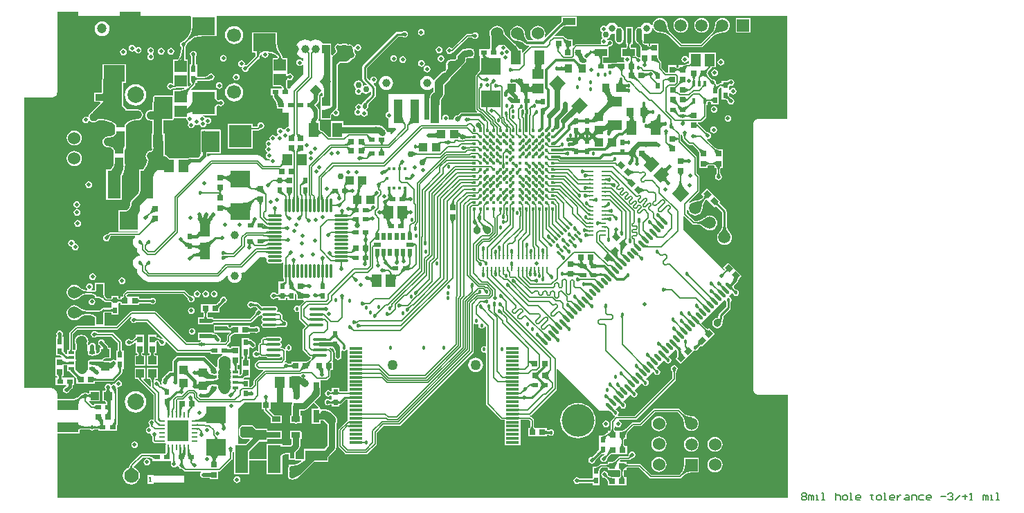
<source format=gtl>
%FSLAX25Y25*%
%MOIN*%
G70*
G01*
G75*
G04 Layer_Physical_Order=1*
G04 Layer_Color=255*
%ADD10C,0.00500*%
%ADD11C,0.03000*%
%ADD12C,0.02000*%
%ADD13C,0.01000*%
%ADD14C,0.00800*%
%ADD15C,0.01500*%
%ADD16C,0.00700*%
%ADD17C,0.01200*%
%ADD18C,0.05000*%
%ADD19C,0.02200*%
%ADD20C,0.00600*%
%ADD21C,0.01400*%
%ADD22C,0.01800*%
%ADD23C,0.04000*%
%ADD24C,0.02500*%
%ADD25R,0.02362X0.03150*%
%ADD26R,0.09055X0.09055*%
%ADD27R,0.06299X0.03347*%
%ADD28P,0.05568X4X180.0*%
%ADD29R,0.03937X0.04331*%
%ADD30R,0.03150X0.02362*%
%ADD31R,0.03150X0.02756*%
%ADD32R,0.05118X0.07087*%
%ADD33O,0.06693X0.01378*%
%ADD34R,0.02756X0.03150*%
%ADD35R,0.03937X0.03937*%
%ADD36R,0.10236X0.10236*%
%ADD37O,0.00984X0.03150*%
%ADD38O,0.03150X0.00984*%
%ADD39R,0.09449X0.07874*%
G04:AMPARAMS|DCode=40|XSize=23.62mil|YSize=31.5mil|CornerRadius=0mil|HoleSize=0mil|Usage=FLASHONLY|Rotation=135.000|XOffset=0mil|YOffset=0mil|HoleType=Round|Shape=Rectangle|*
%AMROTATEDRECTD40*
4,1,4,0.01949,0.00278,-0.00278,-0.01949,-0.01949,-0.00278,0.00278,0.01949,0.01949,0.00278,0.0*
%
%ADD40ROTATEDRECTD40*%

G04:AMPARAMS|DCode=41|XSize=23.62mil|YSize=31.5mil|CornerRadius=0mil|HoleSize=0mil|Usage=FLASHONLY|Rotation=225.000|XOffset=0mil|YOffset=0mil|HoleType=Round|Shape=Rectangle|*
%AMROTATEDRECTD41*
4,1,4,-0.00278,0.01949,0.01949,-0.00278,0.00278,-0.01949,-0.01949,0.00278,-0.00278,0.01949,0.0*
%
%ADD41ROTATEDRECTD41*%

%ADD42R,0.05512X0.07284*%
%ADD43R,0.02756X0.01496*%
G04:AMPARAMS|DCode=44|XSize=27.56mil|YSize=31.5mil|CornerRadius=0mil|HoleSize=0mil|Usage=FLASHONLY|Rotation=135.000|XOffset=0mil|YOffset=0mil|HoleType=Round|Shape=Rectangle|*
%AMROTATEDRECTD44*
4,1,4,0.02088,0.00139,-0.00139,-0.02088,-0.02088,-0.00139,0.00139,0.02088,0.02088,0.00139,0.0*
%
%ADD44ROTATEDRECTD44*%

%ADD45C,0.03800*%
G04:AMPARAMS|DCode=46|XSize=15.75mil|YSize=45.28mil|CornerRadius=0mil|HoleSize=0mil|Usage=FLASHONLY|Rotation=225.000|XOffset=0mil|YOffset=0mil|HoleType=Round|Shape=Round|*
%AMOVALD46*
21,1,0.02953,0.01575,0.00000,0.00000,315.0*
1,1,0.01575,-0.01044,0.01044*
1,1,0.01575,0.01044,-0.01044*
%
%ADD46OVALD46*%

G04:AMPARAMS|DCode=47|XSize=27.56mil|YSize=31.5mil|CornerRadius=0mil|HoleSize=0mil|Usage=FLASHONLY|Rotation=225.000|XOffset=0mil|YOffset=0mil|HoleType=Round|Shape=Rectangle|*
%AMROTATEDRECTD47*
4,1,4,-0.00139,0.02088,0.02088,-0.00139,0.00139,-0.02088,-0.02088,0.00139,-0.00139,0.02088,0.0*
%
%ADD47ROTATEDRECTD47*%

%ADD48R,0.01969X0.00984*%
G04:AMPARAMS|DCode=49|XSize=9.84mil|YSize=19.69mil|CornerRadius=0mil|HoleSize=0mil|Usage=FLASHONLY|Rotation=225.000|XOffset=0mil|YOffset=0mil|HoleType=Round|Shape=Rectangle|*
%AMROTATEDRECTD49*
4,1,4,-0.00348,0.01044,0.01044,-0.00348,0.00348,-0.01044,-0.01044,0.00348,-0.00348,0.01044,0.0*
%
%ADD49ROTATEDRECTD49*%

%ADD50R,0.00984X0.01969*%
G04:AMPARAMS|DCode=51|XSize=59.06mil|YSize=51.18mil|CornerRadius=0mil|HoleSize=0mil|Usage=FLASHONLY|Rotation=45.000|XOffset=0mil|YOffset=0mil|HoleType=Round|Shape=Rectangle|*
%AMROTATEDRECTD51*
4,1,4,-0.00278,-0.03897,-0.03897,-0.00278,0.00278,0.03897,0.03897,0.00278,-0.00278,-0.03897,0.0*
%
%ADD51ROTATEDRECTD51*%

%ADD52R,0.03543X0.03937*%
%ADD53R,0.03937X0.03937*%
%ADD54R,0.07087X0.05118*%
%ADD55R,0.05118X0.05906*%
%ADD56R,0.01378X0.02756*%
%ADD57R,0.05118X0.03543*%
%ADD58O,0.02953X0.07087*%
%ADD59R,0.02362X0.07087*%
G04:AMPARAMS|DCode=60|XSize=55.12mil|YSize=59.06mil|CornerRadius=0mil|HoleSize=0mil|Usage=FLASHONLY|Rotation=135.000|XOffset=0mil|YOffset=0mil|HoleType=Round|Shape=Rectangle|*
%AMROTATEDRECTD60*
4,1,4,0.04037,0.00139,-0.00139,-0.04037,-0.04037,-0.00139,0.00139,0.04037,0.04037,0.00139,0.0*
%
%ADD60ROTATEDRECTD60*%

%ADD61R,0.05512X0.04724*%
%ADD62C,0.01496*%
%ADD63R,0.01575X0.01378*%
%ADD64R,0.01378X0.01575*%
%ADD65R,0.04331X0.03937*%
%ADD66R,0.05906X0.05512*%
%ADD67O,0.01181X0.07087*%
%ADD68O,0.07087X0.01181*%
%ADD69R,0.04724X0.07874*%
%ADD70R,0.06299X0.01181*%
%ADD71R,0.03150X0.06299*%
%ADD72R,0.10630X0.05118*%
%ADD73R,0.06299X0.13386*%
%ADD74R,0.04331X0.02559*%
%ADD75R,0.05906X0.05118*%
%ADD76R,0.04724X0.05512*%
%ADD77R,0.05906X0.02362*%
%ADD78R,0.10000X0.05000*%
%ADD79R,0.03347X0.06299*%
%ADD80R,0.11024X0.08661*%
%ADD81R,0.11024X0.11024*%
%ADD82R,0.11024X0.11024*%
%ADD83R,0.10236X0.07874*%
%ADD84R,0.02362X0.03543*%
%ADD85R,0.03543X0.02362*%
%ADD86R,0.04400X0.11300*%
%ADD87R,0.07087X0.18110*%
%ADD88R,0.02165X0.05709*%
%ADD89R,0.10400X0.10600*%
%ADD90R,0.08500X0.10400*%
%ADD91R,0.08800X0.10500*%
%ADD92C,0.03937*%
%ADD93R,0.05906X0.05906*%
%ADD94C,0.05906*%
%ADD95C,0.06000*%
%ADD96C,0.07000*%
%ADD97C,0.07874*%
%ADD98C,0.08661*%
%ADD99C,0.07087*%
%ADD100R,0.05906X0.05906*%
%ADD101C,0.15748*%
%ADD102P,0.08352X4X360.0*%
%ADD103C,0.03150*%
%ADD104C,0.05000*%
%ADD105C,0.06693*%
%ADD106C,0.04724*%
%ADD107C,0.02000*%
%ADD108C,0.03000*%
%ADD109C,0.01800*%
%ADD110C,0.02500*%
%ADD111C,0.02598*%
%ADD112C,0.02300*%
G36*
X354202Y198628D02*
Y185704D01*
X340600D01*
X339869Y185608D01*
X339188Y185325D01*
X338603Y184877D01*
X338154Y184292D01*
X337872Y183611D01*
X337776Y182880D01*
X337776Y182879D01*
Y55300D01*
X337872Y54569D01*
X338154Y53888D01*
X338603Y53303D01*
X339188Y52854D01*
X339869Y52572D01*
X340600Y52476D01*
X340820Y52505D01*
X340925Y52491D01*
X354519D01*
Y39567D01*
Y2824D01*
X2824D01*
Y33900D01*
X13600D01*
Y35437D01*
X14368Y35755D01*
X15283Y35876D01*
X15328Y35871D01*
Y35878D01*
X18062D01*
X18333Y35766D01*
X18347Y35746D01*
X18876Y35393D01*
X19500Y35269D01*
X20124Y35393D01*
X20653Y35746D01*
X20667Y35766D01*
X20938Y35878D01*
X22566D01*
Y35227D01*
X26916D01*
Y35227D01*
X26916D01*
X26916Y35227D01*
X27291D01*
Y35227D01*
X31640D01*
Y37750D01*
X31842Y38052D01*
X31920Y38443D01*
Y39329D01*
X31939Y39475D01*
X31920D01*
Y41289D01*
X31931Y41407D01*
X31920D01*
Y52579D01*
X31948D01*
X31920Y52792D01*
Y54510D01*
X31931D01*
X31920Y54597D01*
Y55300D01*
X31842Y55690D01*
X31674Y55942D01*
X31879Y56249D01*
X32188Y56311D01*
X32400Y56269D01*
X33024Y56393D01*
X33553Y56747D01*
X33907Y57276D01*
X34031Y57900D01*
X33907Y58524D01*
X33553Y59053D01*
X33024Y59407D01*
X32400Y59531D01*
X31776Y59407D01*
X31247Y59053D01*
X30893Y58524D01*
X30769Y57900D01*
X30212Y57789D01*
X30000Y57831D01*
X29376Y57707D01*
X28846Y57354D01*
D01*
X28554Y57454D01*
X28554Y57454D01*
Y57454D01*
X28024Y57807D01*
X27400Y57931D01*
X26776Y57807D01*
X26247Y57454D01*
X25893Y56924D01*
X25769Y56300D01*
X25893Y55676D01*
X26157Y55280D01*
X25863Y54568D01*
X24581D01*
Y49431D01*
X25900D01*
X26103Y49167D01*
X26298Y48697D01*
X26020Y48281D01*
X25187D01*
D01*
D01*
X25187Y48281D01*
X24813D01*
Y48281D01*
X20463D01*
Y47554D01*
X20358Y47534D01*
Y47520D01*
X19822D01*
X18282Y49060D01*
Y49431D01*
X18282Y49431D01*
X23419D01*
Y54568D01*
X18282D01*
Y53356D01*
X17722Y53245D01*
X17725Y53245D01*
X17607Y53245D01*
X17563Y53263D01*
Y53263D01*
X17553Y53254D01*
X17024Y53607D01*
X16400Y53731D01*
X15776Y53607D01*
X15247Y53254D01*
X15224Y53220D01*
X15100D01*
X14710Y53142D01*
X14379Y52921D01*
X13706Y52248D01*
X13621Y52182D01*
Y52182D01*
Y52178D01*
X13427Y51984D01*
X13427Y51984D01*
X13356Y51898D01*
X13181Y51723D01*
X12405Y51128D01*
X11486Y50747D01*
X10502Y50618D01*
X10500Y50620D01*
Y50620D01*
X10402Y50600D01*
X2824D01*
Y52958D01*
X2728Y53689D01*
X2446Y54370D01*
X1997Y54955D01*
X1412Y55404D01*
X731Y55686D01*
X0Y55783D01*
X-12985D01*
Y195803D01*
X0D01*
X731Y195900D01*
X1412Y196182D01*
X1997Y196631D01*
X2446Y197216D01*
X2728Y197897D01*
X2824Y198628D01*
Y235376D01*
X66968D01*
X67321Y235022D01*
Y230429D01*
X67302Y230331D01*
X67302D01*
X67312Y230319D01*
X67146Y228639D01*
X66653Y227012D01*
X65852Y225513D01*
X64994Y224467D01*
X64934Y224419D01*
X64945Y224408D01*
X64847Y224289D01*
X63974Y223416D01*
X63974Y223416D01*
X63972Y223418D01*
X63955Y223396D01*
X63745Y223187D01*
X63720Y223187D01*
Y223187D01*
X63660Y223162D01*
X63600Y223137D01*
Y223131D01*
X62976Y223007D01*
X62446Y222654D01*
X62093Y222124D01*
X61969Y221500D01*
X62093Y220876D01*
X62446Y220346D01*
X62466Y220333D01*
X62562Y220102D01*
X62552Y220052D01*
X62580D01*
Y219415D01*
X62423Y217821D01*
X61923Y216173D01*
X61111Y214653D01*
X60821Y214299D01*
X58647D01*
Y207587D01*
X58647Y207587D01*
X58647Y207213D01*
X58647D01*
Y202854D01*
X58206Y202619D01*
X57924Y202807D01*
X57300Y202931D01*
X56676Y202807D01*
X56147Y202453D01*
X55793Y201924D01*
X55669Y201300D01*
X55793Y200676D01*
X56147Y200147D01*
X56676Y199793D01*
X57300Y199669D01*
X57924Y199793D01*
X58454Y200147D01*
X58480Y200185D01*
X58794Y200316D01*
X58869Y200301D01*
Y200331D01*
X59643D01*
X60014Y200405D01*
X60157Y200501D01*
X64025D01*
X64067Y200290D01*
X63775Y199883D01*
X62411Y199704D01*
X62397Y199716D01*
Y199716D01*
X62313Y199699D01*
X58647D01*
Y196915D01*
X58400Y196749D01*
X49600D01*
X49141Y196559D01*
X48951Y196100D01*
Y194094D01*
X48813Y193763D01*
X48724Y193084D01*
Y189922D01*
X47900D01*
X47221Y189833D01*
X46589Y189571D01*
X46046Y189154D01*
X45629Y188611D01*
X45367Y187979D01*
X45278Y187300D01*
X45367Y186621D01*
X45629Y185989D01*
X46046Y185446D01*
X46589Y185029D01*
X47221Y184767D01*
X47900Y184678D01*
X48724D01*
Y178553D01*
X48187D01*
Y171447D01*
X48250D01*
X48528Y171031D01*
X48390Y170699D01*
X48006Y170315D01*
X47997Y170316D01*
X47318Y170226D01*
X46685Y169964D01*
X46447Y169781D01*
X46187D01*
Y169582D01*
X46142Y169548D01*
X45726Y169004D01*
X45463Y168372D01*
X45374Y167693D01*
X45463Y167015D01*
X45577Y166741D01*
X45564Y166710D01*
X45564Y166710D01*
X45564Y166710D01*
X45579Y166660D01*
X46131Y165627D01*
X46188Y165558D01*
X45622Y163691D01*
X44678Y161925D01*
X44159Y161293D01*
X42124D01*
Y150627D01*
X42102Y150457D01*
X42100D01*
X42000Y149953D01*
X41714Y149526D01*
X41714D01*
X41714Y149526D01*
Y149526D01*
X41716Y149524D01*
X38746Y146554D01*
X38329Y146011D01*
X38067Y145379D01*
X37978Y144700D01*
X37978Y144700D01*
Y144677D01*
X37859Y143777D01*
X37503Y142917D01*
X36937Y142179D01*
X36218Y141628D01*
X32231D01*
Y131372D01*
X41656D01*
X41693Y131282D01*
X41415Y130867D01*
X28300D01*
X28023Y130812D01*
X27968Y130801D01*
X27687Y130613D01*
X27172Y130098D01*
X27156Y130104D01*
X27156Y130104D01*
X26855Y129903D01*
X26500Y129832D01*
Y129831D01*
X25876Y129707D01*
X25346Y129353D01*
X24993Y128824D01*
X24869Y128200D01*
X24993Y127576D01*
X25346Y127047D01*
X25876Y126693D01*
X26500Y126569D01*
X27124Y126693D01*
X27654Y127047D01*
X28007Y127576D01*
X28131Y128200D01*
X28132D01*
X28203Y128555D01*
X28404Y128857D01*
X28398Y128863D01*
X28398Y128863D01*
X28398Y128863D01*
X28404Y128878D01*
X28659Y129133D01*
X40160D01*
X40321Y128660D01*
X40275Y128625D01*
X39730Y127915D01*
X39388Y127088D01*
X39271Y126200D01*
X39388Y125312D01*
X39730Y124485D01*
X40275Y123775D01*
X40985Y123230D01*
X41326Y123089D01*
Y122400D01*
X41421Y121682D01*
X41583Y121290D01*
X41698Y121013D01*
X42139Y120439D01*
X42520Y120058D01*
X42359Y119584D01*
X41812Y119512D01*
X40985Y119170D01*
X40275Y118625D01*
X39730Y117915D01*
X39388Y117088D01*
X39271Y116200D01*
X39388Y115312D01*
X39730Y114485D01*
X40275Y113775D01*
X40985Y113230D01*
X41326Y113089D01*
Y112300D01*
X41421Y111582D01*
X41583Y111190D01*
X41698Y110913D01*
X42139Y110339D01*
X44639Y107839D01*
X45213Y107398D01*
X45882Y107121D01*
X46600Y107026D01*
X80300D01*
X81018Y107121D01*
X81410Y107283D01*
X81687Y107398D01*
X82261Y107839D01*
X84352Y109929D01*
X84825Y109768D01*
X84913Y109099D01*
X85252Y108281D01*
X85791Y107578D01*
X86493Y107039D01*
X87311Y106701D01*
X88189Y106585D01*
X89067Y106701D01*
X89885Y107039D01*
X90587Y107578D01*
X91126Y108281D01*
X91465Y109099D01*
X91580Y109976D01*
X91465Y110854D01*
X91357Y111113D01*
X91500Y111326D01*
X92218Y111421D01*
X92610Y111583D01*
X92887Y111698D01*
X93461Y112139D01*
X100149Y118826D01*
X102684D01*
X102698Y118821D01*
X103166Y118462D01*
X103549Y118303D01*
X103694Y117825D01*
X103603Y117689D01*
X103510Y117224D01*
X103603Y116760D01*
X103866Y116366D01*
X104260Y116103D01*
X104724Y116010D01*
X110630D01*
X111094Y116103D01*
X111386Y116298D01*
X111651Y116156D01*
X111772Y115671D01*
X111674Y115524D01*
X111581Y115059D01*
Y109153D01*
X111674Y108689D01*
X111827Y108460D01*
Y107230D01*
X111471Y107211D01*
X111471D01*
X111467Y107194D01*
X111297D01*
X111280Y107198D01*
X111263Y107194D01*
X109341D01*
Y102845D01*
X109341Y102845D01*
X109341Y102470D01*
X109341D01*
Y101320D01*
X109116Y101276D01*
Y101271D01*
Y101264D01*
X108574D01*
Y101295D01*
X108499Y101280D01*
X108184Y101410D01*
X108158Y101449D01*
X107629Y101802D01*
X107005Y101927D01*
X106380Y101802D01*
X105851Y101449D01*
X105498Y100920D01*
X105373Y100295D01*
X105498Y99671D01*
X105851Y99142D01*
X106380Y98788D01*
X107005Y98664D01*
X107629Y98788D01*
X108158Y99142D01*
X108184Y99181D01*
X108499Y99311D01*
X108574Y99296D01*
Y99327D01*
X109116D01*
Y99320D01*
Y99315D01*
X109341Y99270D01*
Y98120D01*
X112903D01*
Y99270D01*
X113128Y99315D01*
Y99315D01*
D01*
X113128Y99315D01*
X113545D01*
Y99315D01*
Y99315D01*
X113770Y99270D01*
Y98120D01*
X117332D01*
Y101115D01*
X117562Y101185D01*
X117991Y100928D01*
X118077Y100492D01*
X118084D01*
X118101Y100408D01*
Y98120D01*
X121342D01*
X121533Y97658D01*
X119587Y95713D01*
X119399Y95432D01*
D01*
Y95432D01*
X119399Y95432D01*
Y95432D01*
Y95432D01*
X119017Y95281D01*
X118794Y95409D01*
D01*
X118794Y95409D01*
X118794Y95409D01*
X118209Y95525D01*
X117623Y95409D01*
X117127Y95078D01*
X116796Y94581D01*
X116679Y93996D01*
X116796Y93411D01*
X117127Y92915D01*
X117623Y92583D01*
X118209Y92467D01*
X118794Y92583D01*
X118892Y92649D01*
X119333Y92413D01*
Y89100D01*
X119399Y88768D01*
X119587Y88487D01*
X122374Y85700D01*
X121187Y84513D01*
X120999Y84232D01*
X120933Y83900D01*
Y74400D01*
X120999Y74068D01*
X121187Y73787D01*
X123926Y71049D01*
X124207Y70861D01*
X124539Y70795D01*
X124719D01*
X124955Y70354D01*
X124955Y70354D01*
X124863Y70226D01*
X124863D01*
D01*
X124863Y70226D01*
X124024Y69387D01*
X123998D01*
X123998D01*
X123913Y69276D01*
X123536Y68899D01*
X123531Y68904D01*
X123531D01*
X123531Y68904D01*
Y68904D01*
X123085Y68606D01*
X122559Y68502D01*
Y68495D01*
X122475Y68478D01*
X120187D01*
D01*
D01*
X120187Y68478D01*
X119813D01*
Y68478D01*
X115463D01*
Y67659D01*
X115321Y67631D01*
Y67622D01*
X114155D01*
X114107Y67645D01*
X114107Y67645D01*
X114085Y67654D01*
X114063Y67663D01*
X114053Y67654D01*
X113524Y68007D01*
X112900Y68131D01*
X112567Y68065D01*
X112332Y68506D01*
X112613Y68787D01*
X112738Y68975D01*
X112801Y69068D01*
X112867Y69400D01*
Y73600D01*
X112837Y73751D01*
X113114Y73937D01*
X113327Y73979D01*
X113615Y73787D01*
X114200Y73671D01*
X114785Y73787D01*
X115281Y74119D01*
X115613Y74615D01*
X115729Y75200D01*
X115613Y75785D01*
X115281Y76281D01*
X114785Y76613D01*
X114200Y76729D01*
X113615Y76613D01*
X113119Y76281D01*
X112787Y75785D01*
X112671Y75200D01*
X112762Y74740D01*
X112321Y74505D01*
X111992Y74833D01*
X111711Y75021D01*
X111380Y75087D01*
X110738D01*
X110697Y75108D01*
X110697Y75108D01*
X110636Y75133D01*
X110574Y75158D01*
X110566Y75150D01*
X110140Y75435D01*
X110566Y75850D01*
X110566D01*
Y75850D01*
D01*
D01*
X110566D01*
X110851Y76277D01*
X110951Y76780D01*
X110851Y77283D01*
X110566Y77709D01*
X110140Y77994D01*
X110566Y78409D01*
X110566D01*
Y78409D01*
D01*
D01*
X110566D01*
X110851Y78836D01*
X110951Y79339D01*
X110851Y79842D01*
X110566Y80268D01*
X110140Y80553D01*
X109637Y80653D01*
X104322D01*
X103819Y80553D01*
X103393Y80268D01*
X103388Y80273D01*
X103388Y80273D01*
X103385Y80276D01*
D01*
D01*
D01*
D01*
D01*
X103385D01*
D01*
D01*
D01*
D01*
D01*
D01*
X103262Y80226D01*
D01*
D01*
X103262D01*
Y80226D01*
D01*
Y80225D01*
Y80225D01*
D01*
Y80225D01*
D01*
D01*
X103262Y80205D01*
X102139D01*
X101807Y80139D01*
X101526Y79951D01*
X101187Y79613D01*
X100999Y79332D01*
X100933Y79000D01*
Y77637D01*
X100648Y77580D01*
X100367Y77392D01*
X99987Y77013D01*
X99799Y76732D01*
X99733Y76400D01*
Y73831D01*
X99292Y73595D01*
X99124Y73707D01*
X98500Y73831D01*
X97876Y73707D01*
X97347Y73353D01*
X96993Y72824D01*
X96869Y72200D01*
X96993Y71576D01*
X97347Y71047D01*
X97876Y70693D01*
X98500Y70569D01*
X99124Y70693D01*
X99654Y71047D01*
X99654Y71046D01*
X99955Y71247D01*
X100311Y71318D01*
X100311Y71318D01*
Y71318D01*
X100356Y71318D01*
X100626Y71049D01*
X100907Y70861D01*
X101239Y70795D01*
X103262D01*
X103262Y70775D01*
D01*
Y70775D01*
Y70775D01*
D01*
D01*
Y70775D01*
D01*
Y70775D01*
Y70774D01*
D01*
D01*
X103262D01*
X103384Y70724D01*
D01*
X103385D01*
X103393Y70732D01*
X103819Y70447D01*
X104322Y70347D01*
X109637D01*
X110140Y70447D01*
X110566Y70732D01*
X110655Y70865D01*
X111133Y70720D01*
Y69759D01*
X110541Y69167D01*
X99800D01*
X99523Y69112D01*
X99468Y69101D01*
X99187Y68913D01*
X98187Y67913D01*
X97999Y67632D01*
X97933Y67300D01*
Y66600D01*
X97999Y66268D01*
X98187Y65987D01*
X99287Y64887D01*
X99475Y64762D01*
X99568Y64699D01*
X99900Y64633D01*
X101799D01*
X101990Y64171D01*
X97687Y59868D01*
X97499Y59587D01*
X97433Y59256D01*
Y57659D01*
X96104Y56329D01*
X95281D01*
Y60037D01*
X92639D01*
X92539Y60278D01*
X92467Y60515D01*
X92936Y60829D01*
X93500Y60941D01*
Y60941D01*
X93608Y60963D01*
X95478D01*
Y65313D01*
D01*
Y65313D01*
X95478Y65313D01*
Y65687D01*
X95478D01*
Y70037D01*
X94659D01*
X94631Y70179D01*
X94622D01*
Y70963D01*
X95281D01*
Y75160D01*
X95722Y75396D01*
X96176Y75093D01*
X96800Y74969D01*
X97424Y75093D01*
X97953Y75446D01*
X98307Y75976D01*
X98431Y76600D01*
X98307Y77224D01*
X97953Y77754D01*
X97424Y78107D01*
X97193Y78153D01*
X96511Y78835D01*
X96065Y79134D01*
X95538Y79239D01*
X95281D01*
Y80037D01*
X91719D01*
Y75687D01*
X91719Y75687D01*
X91719Y75313D01*
X91719D01*
Y70963D01*
X92378D01*
Y70179D01*
X92369D01*
X92341Y70037D01*
X91522D01*
Y65687D01*
X91522Y65687D01*
X91522Y65313D01*
X91522D01*
Y63049D01*
X91501Y62941D01*
X91501D01*
X91508Y62930D01*
X91368Y62592D01*
X91347Y62571D01*
D01*
X91347Y62571D01*
X91016Y62240D01*
X90478D01*
Y62329D01*
Y65025D01*
X89622D01*
Y66821D01*
X89631D01*
X89659Y66963D01*
X90478D01*
Y71313D01*
D01*
Y71313D01*
X90478Y71313D01*
Y71687D01*
X90478D01*
Y76037D01*
X86522D01*
Y75376D01*
X85537D01*
Y75781D01*
X84617D01*
X84471Y76260D01*
X84513Y76287D01*
X84513Y76287D01*
X84513Y76287D01*
X86013Y77787D01*
X86201Y78068D01*
X86267Y78400D01*
Y80403D01*
X86989Y81126D01*
X87002Y81113D01*
X87087Y81224D01*
X87464Y81601D01*
X87464Y81601D01*
X87469Y81596D01*
X87915Y81894D01*
X88441Y81998D01*
Y82005D01*
X88525Y82022D01*
X90813D01*
Y82022D01*
X90813D01*
X90813Y82022D01*
X91187D01*
Y82022D01*
X95537D01*
Y82624D01*
X97880D01*
X98076Y82493D01*
X98700Y82369D01*
X99324Y82493D01*
X99853Y82846D01*
X100207Y83376D01*
X100331Y84000D01*
X100207Y84624D01*
X99853Y85154D01*
X99324Y85507D01*
X98700Y85631D01*
X98076Y85507D01*
X97880Y85377D01*
X95537D01*
Y85978D01*
X91187D01*
D01*
D01*
X91187Y85978D01*
X90813D01*
Y85978D01*
X86463D01*
Y85307D01*
X86047Y85029D01*
X85426Y85286D01*
X85293Y85389D01*
Y86281D01*
X78187D01*
Y82719D01*
X85293D01*
Y82719D01*
X85600D01*
X85790Y82640D01*
X85805Y82393D01*
D01*
X85763Y82351D01*
X85763D01*
D01*
X85763D01*
X85763Y82351D01*
D01*
X84787Y81375D01*
X84599Y81094D01*
X84533Y80762D01*
Y78759D01*
X83541Y77767D01*
X81597D01*
X81361Y78208D01*
X81607Y78576D01*
X81731Y79200D01*
X81607Y79824D01*
X81253Y80353D01*
X80724Y80707D01*
X80493Y80753D01*
X79514Y81733D01*
X79067Y82032D01*
X78540Y82136D01*
X77813D01*
Y82541D01*
X70707D01*
Y78979D01*
X72099D01*
X72148Y78481D01*
X71776Y78407D01*
X71246Y78053D01*
X71246Y78054D01*
X70945Y77853D01*
X70589Y77782D01*
Y77773D01*
Y77767D01*
X65259D01*
X50513Y92513D01*
X50232Y92701D01*
X49900Y92767D01*
X38700D01*
X38368Y92701D01*
X38275Y92638D01*
X38087Y92513D01*
X31341Y85767D01*
X25473D01*
Y91050D01*
X25487Y91119D01*
X25473Y91188D01*
Y91247D01*
X25503Y91251D01*
X25473Y91399D01*
Y91461D01*
X25587Y92034D01*
X25709Y92216D01*
X28819D01*
Y91163D01*
X32381D01*
Y95513D01*
D01*
Y95513D01*
X32381Y95513D01*
Y95887D01*
X32381D01*
Y96693D01*
X32768Y97010D01*
X33000Y96964D01*
X33263Y96788D01*
Y95822D01*
X37613D01*
Y95822D01*
X37613D01*
X37613Y95822D01*
X37987D01*
Y95822D01*
X42337D01*
Y96641D01*
X42479Y96669D01*
Y96672D01*
Y96678D01*
X47362D01*
X47633Y96566D01*
X47646Y96547D01*
X48176Y96193D01*
X48800Y96069D01*
X49424Y96193D01*
X49953Y96547D01*
X50307Y97076D01*
X50431Y97700D01*
X50307Y98324D01*
X49953Y98853D01*
X49424Y99207D01*
X48800Y99331D01*
X48176Y99207D01*
X47748Y98922D01*
X47361D01*
X47352Y98923D01*
Y98922D01*
X42479D01*
Y98931D01*
X42337Y98959D01*
Y99778D01*
X37987D01*
D01*
D01*
X37987Y99778D01*
X37613D01*
Y99778D01*
X36480D01*
X36363Y100364D01*
X36363Y100365D01*
X37080Y101082D01*
X63620D01*
X65456Y99246D01*
X65456Y99246D01*
X65453Y99243D01*
X65443Y99234D01*
X65607Y98989D01*
X65664Y98700D01*
X65669D01*
X65793Y98076D01*
X66146Y97546D01*
X66676Y97193D01*
X67300Y97069D01*
X67924Y97193D01*
X68454Y97546D01*
X68807Y98076D01*
X68931Y98700D01*
X68807Y99324D01*
X68454Y99853D01*
X67924Y100207D01*
X67300Y100331D01*
Y100336D01*
X67011Y100393D01*
X66767Y100557D01*
X66757Y100547D01*
X66754Y100544D01*
X66754Y100544D01*
X64649Y102649D01*
X64351Y102848D01*
X64000Y102918D01*
X36700D01*
X36407Y102859D01*
X36349Y102848D01*
X36051Y102649D01*
X34789Y101387D01*
X34590Y101089D01*
X34520Y100738D01*
Y100402D01*
X34508D01*
X34513Y100364D01*
X34396Y99778D01*
X33263D01*
Y98980D01*
X32727D01*
Y98988D01*
Y98989D01*
X32381Y99058D01*
Y100237D01*
X28819D01*
Y99058D01*
X28473Y98989D01*
Y98988D01*
Y98980D01*
X26562D01*
X26456Y99085D01*
X26459Y99088D01*
X25936Y99770D01*
X25607Y100564D01*
X25495Y101417D01*
X25491D01*
X25473Y101505D01*
Y106642D01*
X20927D01*
Y102886D01*
X20172D01*
X20001Y102909D01*
Y102886D01*
X19426D01*
X19281Y103365D01*
X19554Y103547D01*
X19907Y104076D01*
X20031Y104700D01*
X19907Y105324D01*
X19554Y105853D01*
X19024Y106207D01*
X18400Y106331D01*
X17776Y106207D01*
X17246Y105853D01*
X16893Y105324D01*
X16769Y104700D01*
X16893Y104076D01*
X17246Y103547D01*
X17336Y103487D01*
X17355Y103290D01*
X16996Y102942D01*
X16088Y103062D01*
X14734Y103623D01*
X13659Y104448D01*
X13591Y104536D01*
X12839Y105113D01*
X11963Y105476D01*
X11024Y105600D01*
X10084Y105476D01*
X9208Y105113D01*
X8456Y104536D01*
X7879Y103784D01*
X7516Y102908D01*
X7393Y101969D01*
X7516Y101029D01*
X7879Y100153D01*
X8456Y99401D01*
X9208Y98824D01*
X10084Y98461D01*
X11024Y98337D01*
X11963Y98461D01*
X12839Y98824D01*
X13591Y99401D01*
X13659Y99489D01*
X14734Y100314D01*
X16088Y100875D01*
X17394Y101047D01*
X17542Y101033D01*
Y101051D01*
X18585D01*
X19662Y100909D01*
X20695Y100481D01*
X20927Y100303D01*
Y99143D01*
X23111D01*
X23200Y99126D01*
Y99122D01*
X23772Y99008D01*
X24257Y98684D01*
X24260Y98687D01*
D01*
X25016Y97930D01*
X25140Y97769D01*
X25159Y97788D01*
X25533Y97413D01*
X25831Y97214D01*
X25889Y97203D01*
X26182Y97145D01*
X28473D01*
Y97136D01*
Y97135D01*
X28819Y97066D01*
Y95887D01*
X28819Y95887D01*
X28819Y95513D01*
X28819D01*
Y94459D01*
X25138D01*
X25138Y94459D01*
X24709Y94374D01*
X24345Y94131D01*
X24345Y94131D01*
X24337Y94139D01*
X24284Y94071D01*
X23699Y93485D01*
X23688Y93496D01*
X23464Y93346D01*
X23200Y93293D01*
Y93278D01*
X23092Y93257D01*
X20927D01*
Y93248D01*
X20215D01*
X20023Y93273D01*
Y93248D01*
X17775D01*
X17609Y93264D01*
Y93248D01*
X17059D01*
Y93261D01*
X16943Y93249D01*
X15784Y93402D01*
X14595Y93894D01*
X13645Y94623D01*
X13591Y94694D01*
X12839Y95271D01*
X11963Y95633D01*
X11024Y95757D01*
X10084Y95633D01*
X9208Y95271D01*
X8456Y94694D01*
X7879Y93941D01*
X7516Y93066D01*
X7393Y92126D01*
X7516Y91186D01*
X7879Y90311D01*
X8456Y89559D01*
X9208Y88981D01*
X10084Y88619D01*
X11024Y88495D01*
X11963Y88619D01*
X12839Y88981D01*
X13591Y89559D01*
X13645Y89629D01*
X14595Y90358D01*
X15784Y90850D01*
X16943Y91003D01*
X17059Y90991D01*
Y91004D01*
X17759D01*
X19067Y90832D01*
X20425Y90270D01*
X20927Y89885D01*
Y85767D01*
X12300D01*
X11968Y85701D01*
X11687Y85513D01*
X8887Y82713D01*
X8699Y82432D01*
X8633Y82100D01*
Y74348D01*
X7522D01*
Y72355D01*
X7060Y72164D01*
X6628Y72596D01*
X6635Y72603D01*
X6572Y72651D01*
X5781Y73443D01*
Y75813D01*
D01*
Y75813D01*
X5781Y75813D01*
Y76187D01*
X5781D01*
Y80537D01*
X5376D01*
Y81080D01*
X5507Y81276D01*
X5631Y81900D01*
X5507Y82524D01*
X5153Y83053D01*
X4624Y83407D01*
X4000Y83531D01*
X3376Y83407D01*
X2847Y83053D01*
X2493Y82524D01*
X2369Y81900D01*
X2493Y81276D01*
X2623Y81080D01*
Y80537D01*
X2219D01*
Y76187D01*
X2219Y76187D01*
X2219Y75813D01*
X2219D01*
Y71463D01*
X3892D01*
X4000Y71441D01*
Y71441D01*
X4564Y71329D01*
X5033Y71016D01*
X5016Y70958D01*
X4805Y70537D01*
X2022D01*
Y66187D01*
X2022Y66187D01*
X2022Y65813D01*
X2022D01*
Y61463D01*
X2638D01*
X2852Y61011D01*
X2663Y60781D01*
X1963D01*
Y57219D01*
X6313D01*
Y57219D01*
X6313D01*
X6313Y57219D01*
X6687D01*
Y57219D01*
X6919D01*
X7110Y56757D01*
X6807Y56453D01*
X6576Y56407D01*
X6047Y56054D01*
X5693Y55524D01*
X5569Y54900D01*
X5693Y54276D01*
X6047Y53746D01*
X6576Y53393D01*
X7200Y53269D01*
X7824Y53393D01*
X8354Y53746D01*
X8707Y54276D01*
X8753Y54506D01*
X9836Y55589D01*
X9836Y55589D01*
X10134Y56036D01*
X10239Y56562D01*
X10239Y56562D01*
Y57219D01*
X11037D01*
Y60781D01*
X6687D01*
D01*
D01*
X6687Y60781D01*
X6313D01*
Y60781D01*
X5270D01*
Y60989D01*
X5270D01*
Y61463D01*
X5978D01*
Y65813D01*
D01*
Y65813D01*
X5978Y65813D01*
Y66187D01*
X5978D01*
Y66760D01*
X6693D01*
X6804Y66746D01*
Y66760D01*
X7522D01*
Y66534D01*
Y63975D01*
X8620D01*
X8707Y63845D01*
X8888Y63663D01*
X8964Y63550D01*
X8983Y63569D01*
X8983Y63569D01*
X10580Y61972D01*
X10676Y61847D01*
X10690Y61862D01*
X10690Y61862D01*
X11510Y61042D01*
X11510Y61042D01*
X11510Y61042D01*
X11510D01*
X11510Y61042D01*
X11510Y61042D01*
X11510D01*
X11829Y60564D01*
X11941Y60000D01*
X11941D01*
X11963Y59892D01*
Y58022D01*
X16313D01*
Y58022D01*
X16313D01*
X16313Y58022D01*
X16687D01*
Y58022D01*
X21037D01*
Y58841D01*
X21179Y58869D01*
Y58872D01*
Y58878D01*
X29500D01*
X29500Y58878D01*
X29929Y58964D01*
X30293Y59207D01*
X33793Y62707D01*
X33793Y62707D01*
X34036Y63071D01*
X34122Y63500D01*
X34122Y63500D01*
Y64963D01*
X34781D01*
Y69313D01*
D01*
Y69313D01*
X34781Y69313D01*
Y69687D01*
X34781D01*
Y74037D01*
X34054D01*
X34034Y74142D01*
X34020D01*
Y77900D01*
X33942Y78290D01*
X33721Y78621D01*
X29921Y82421D01*
X29590Y82642D01*
X29200Y82720D01*
X22149D01*
Y82748D01*
X22098Y82738D01*
X21867Y82834D01*
X21854Y82854D01*
X21324Y83207D01*
X20700Y83331D01*
X20076Y83207D01*
X19546Y82854D01*
X19193Y82324D01*
X19069Y81700D01*
X19193Y81076D01*
X19546Y80546D01*
X20076Y80193D01*
X20700Y80069D01*
X21324Y80193D01*
X21854Y80546D01*
X21867Y80566D01*
X22098Y80662D01*
X22149Y80652D01*
Y80680D01*
X28778D01*
X31980Y77478D01*
Y74142D01*
X31966D01*
X31946Y74037D01*
X31219D01*
Y69687D01*
X31219D01*
Y69373D01*
X30946Y69227D01*
X30733Y69167D01*
X30524Y69307D01*
X29900Y69431D01*
X29276Y69307D01*
X28747Y68954D01*
X28697Y68880D01*
X28569Y68919D01*
Y68919D01*
X28569Y68919D01*
X25346D01*
X24995Y69153D01*
D01*
X24856Y69362D01*
X24901Y69589D01*
Y69589D01*
X24925Y69621D01*
X25601Y69982D01*
X25993Y70060D01*
X26000Y70055D01*
Y70055D01*
X26133Y70081D01*
X28569D01*
Y75218D01*
X27444D01*
X27387Y75591D01*
X27387D01*
Y75591D01*
X27376Y75591D01*
Y75700D01*
X27376Y75700D01*
X27272Y76227D01*
X26973Y76673D01*
X26973Y76673D01*
X25653Y77994D01*
X25607Y78224D01*
X25253Y78754D01*
X24724Y79107D01*
X24100Y79231D01*
X23476Y79107D01*
X22946Y78754D01*
X22593Y78224D01*
X22469Y77600D01*
X22593Y76976D01*
X22946Y76446D01*
X23476Y76093D01*
X23707Y76047D01*
X24073Y75680D01*
X23882Y75218D01*
X23431D01*
Y73559D01*
X23173Y73223D01*
X22167Y72451D01*
X22130Y72435D01*
X21714Y72713D01*
Y74348D01*
X21368D01*
Y75964D01*
X21243Y76588D01*
X20890Y77117D01*
X20360Y77471D01*
X19736Y77595D01*
X19112Y77471D01*
X18583Y77117D01*
X18229Y76588D01*
X18221Y76547D01*
X17721Y76563D01*
X17671Y76940D01*
X17739Y77454D01*
X17993Y78068D01*
X17993D01*
X17849Y78233D01*
X17866Y78361D01*
X17760Y79170D01*
X17447Y79924D01*
X16950Y80572D01*
X16303Y81068D01*
X15549Y81381D01*
X14739Y81487D01*
X14500Y81456D01*
X14261Y81487D01*
X13451Y81381D01*
X12697Y81068D01*
X12050Y80572D01*
X11553Y79924D01*
X11240Y79170D01*
X11134Y78361D01*
X11240Y77551D01*
X11548Y76810D01*
X11491Y76382D01*
Y74402D01*
X11450Y74348D01*
X10367D01*
Y81741D01*
X12659Y84033D01*
X31700D01*
X32032Y84099D01*
X32313Y84287D01*
X38087Y90061D01*
X38473Y89744D01*
X38193Y89324D01*
X38069Y88700D01*
X38193Y88076D01*
X38546Y87546D01*
X39076Y87193D01*
X39700Y87069D01*
X40324Y87193D01*
X40854Y87546D01*
X40867Y87566D01*
X41098Y87662D01*
X41148Y87652D01*
Y87680D01*
X45878D01*
X53723Y79835D01*
X53487Y79394D01*
X53300Y79431D01*
Y79432D01*
X52945Y79503D01*
X52643Y79704D01*
X52632Y79693D01*
X52351Y79975D01*
X52069Y80163D01*
X51738Y80229D01*
X51323D01*
Y80243D01*
X51273Y80237D01*
X50612Y80368D01*
X50578Y80391D01*
Y81537D01*
X46622D01*
Y77187D01*
X46622Y77187D01*
X46622Y76813D01*
X46622D01*
Y72463D01*
X47172D01*
X47375Y72159D01*
X47139Y71718D01*
X46031D01*
Y66581D01*
X51169D01*
Y71718D01*
X49887D01*
X49601Y72407D01*
X49606Y72429D01*
X49628Y72463D01*
X50578D01*
Y76813D01*
D01*
Y76813D01*
X50578Y76813D01*
Y77187D01*
X50578D01*
Y78334D01*
X50612Y78356D01*
X51273Y78488D01*
X51323Y78481D01*
Y78481D01*
D01*
D01*
X51396Y78456D01*
X51396D01*
X51396Y78456D01*
X51396D01*
X51597Y78155D01*
X51668Y77800D01*
X51669D01*
X51793Y77176D01*
X52147Y76647D01*
X52676Y76293D01*
X53300Y76169D01*
X53924Y76293D01*
X54453Y76647D01*
X54807Y77176D01*
X54931Y77800D01*
X54894Y77987D01*
X55335Y78223D01*
X60279Y73279D01*
X60610Y73058D01*
X61000Y72980D01*
X61256Y73031D01*
X73944D01*
X74200Y72980D01*
X76358D01*
Y72975D01*
Y72966D01*
X76463Y72946D01*
Y72219D01*
X80813D01*
Y72219D01*
X80813D01*
X80813Y72219D01*
X81187D01*
Y72219D01*
X82272D01*
X82369Y71728D01*
X81837Y71508D01*
X81189Y71011D01*
X81179Y71001D01*
X80750Y70672D01*
X80253Y70024D01*
X79940Y69270D01*
X79834Y68461D01*
X79940Y67651D01*
X80045Y67400D01*
X79940Y67149D01*
X79834Y66339D01*
X79834Y66339D01*
X79834Y66339D01*
X79820Y66299D01*
X79237Y65909D01*
X79237Y65909D01*
X77290Y67857D01*
X77276Y67873D01*
X77276Y67873D01*
X77275Y67872D01*
X74373Y70773D01*
X73927Y71072D01*
X73400Y71176D01*
X61000D01*
X60473Y71072D01*
X60027Y70773D01*
X58627Y69373D01*
X58328Y68927D01*
X58224Y68400D01*
Y63876D01*
X57200D01*
X57200Y63876D01*
X56673Y63772D01*
X56227Y63473D01*
X56227Y63473D01*
X55043Y62290D01*
X55030Y62304D01*
X54938Y62185D01*
X53627Y60873D01*
X53328Y60427D01*
X53224Y59900D01*
Y59320D01*
X53093Y59124D01*
X52969Y58500D01*
X53093Y57876D01*
X53110Y57850D01*
X52959Y57566D01*
X52460Y57542D01*
X52387Y57650D01*
X52337Y57900D01*
X52331D01*
X52207Y58524D01*
X51854Y59053D01*
X51324Y59407D01*
X50700Y59531D01*
X50433Y59478D01*
X50026Y59768D01*
X50008Y59905D01*
X50336Y60282D01*
X51169D01*
Y65419D01*
X46031D01*
Y60282D01*
X47346D01*
X47488Y60098D01*
X47936Y59017D01*
X48083Y57895D01*
Y56696D01*
X47621Y56504D01*
X44306Y59820D01*
X44497Y60282D01*
X45268D01*
Y65419D01*
X40132D01*
Y60282D01*
X41399D01*
X41507Y60260D01*
X41899Y59868D01*
X41899Y59868D01*
Y59868D01*
X42087Y59587D01*
X49233Y52441D01*
Y40960D01*
X48847Y40642D01*
X48400Y40731D01*
X47776Y40607D01*
X47247Y40253D01*
X46893Y39724D01*
X46769Y39100D01*
X46893Y38476D01*
X47247Y37947D01*
X47266Y37933D01*
X47362Y37702D01*
X47352Y37652D01*
X47352D01*
Y37187D01*
X47100Y37133D01*
X47100Y37133D01*
Y37133D01*
X46476Y37009D01*
X45946Y36655D01*
X45593Y36126D01*
X45469Y35502D01*
X45593Y34877D01*
X45946Y34348D01*
X46476Y33994D01*
X47100Y33870D01*
X47619Y33974D01*
X47973Y33620D01*
X47969Y33600D01*
X48093Y32976D01*
X48447Y32447D01*
X48466Y32433D01*
X48562Y32202D01*
X48552Y32151D01*
X48580D01*
Y30600D01*
X48658Y30210D01*
X48879Y29879D01*
X49300Y29458D01*
X49631Y29237D01*
X50021Y29159D01*
X51704D01*
X51717Y29150D01*
X52143Y29065D01*
X54309D01*
X54735Y29150D01*
X54921Y29274D01*
X55274Y28921D01*
X55150Y28735D01*
X55065Y28309D01*
Y27266D01*
X55057Y27226D01*
Y24341D01*
X55047D01*
X55015Y24181D01*
X53487D01*
D01*
D01*
X53487Y24181D01*
X53113D01*
Y24181D01*
X50471D01*
X50424Y24201D01*
X50360Y24243D01*
X49989Y24317D01*
X49671D01*
X49628Y24323D01*
Y24317D01*
X48092D01*
X47938Y24337D01*
Y24317D01*
X46363D01*
X46248Y24328D01*
Y24317D01*
X43548D01*
X43178Y24243D01*
X42864Y24033D01*
X38015Y19185D01*
X37815Y18985D01*
X37605Y18671D01*
X37531Y18300D01*
Y18300D01*
X37521D01*
X37437Y17878D01*
X37198Y17520D01*
X36856Y17291D01*
X36862Y17276D01*
X36798Y17233D01*
X36432Y17081D01*
X35576Y16424D01*
X34919Y15568D01*
X34506Y14570D01*
X34365Y13500D01*
X34506Y12430D01*
X34919Y11432D01*
X35576Y10576D01*
X36432Y9919D01*
X37430Y9505D01*
X38500Y9365D01*
X39570Y9505D01*
X40568Y9919D01*
X41424Y10576D01*
X42081Y11432D01*
X42494Y12430D01*
X42635Y13500D01*
X42494Y14570D01*
X42081Y15568D01*
X41424Y16424D01*
X40568Y17081D01*
X40202Y17233D01*
X40138Y17276D01*
X40144Y17291D01*
X39802Y17520D01*
X39563Y17878D01*
X39544Y17974D01*
X43950Y22380D01*
X46288D01*
X47356Y22239D01*
X48388Y21812D01*
X48763Y21524D01*
Y20619D01*
X53113D01*
Y20619D01*
X53113D01*
X53113Y20619D01*
X53487D01*
Y20619D01*
X57116D01*
X57594Y20421D01*
X57739Y19942D01*
X57593Y19724D01*
X57469Y19100D01*
X57593Y18476D01*
X57946Y17946D01*
X58476Y17593D01*
X59100Y17469D01*
X59724Y17593D01*
X60254Y17946D01*
X60550Y18390D01*
X61040Y18292D01*
X61131Y17838D01*
X61484Y17309D01*
X62014Y16955D01*
X62638Y16831D01*
Y16830D01*
X62993Y16759D01*
X63294Y16558D01*
X63301Y16565D01*
X63305Y16569D01*
X64087Y15787D01*
X64368Y15599D01*
X64423Y15588D01*
X64700Y15533D01*
X71782D01*
X72018Y15092D01*
X71731Y14662D01*
X71606Y14038D01*
X71731Y13413D01*
X72084Y12884D01*
X72614Y12531D01*
X73238Y12406D01*
X76322D01*
Y11863D01*
X80278D01*
Y15533D01*
X80800D01*
X81132Y15599D01*
X81413Y15787D01*
X87013Y21387D01*
X87201Y21668D01*
X87267Y22000D01*
Y24689D01*
X87282D01*
X87295Y24756D01*
X87724Y25013D01*
X87876Y24967D01*
Y14207D01*
X95376D01*
Y20951D01*
X103624D01*
Y14207D01*
X111124D01*
Y23234D01*
X111228Y23315D01*
X112629Y23895D01*
X113822Y24052D01*
X114317D01*
Y21172D01*
X117211D01*
X117224Y21141D01*
X117683Y20951D01*
X120401D01*
X120569Y20480D01*
X120085Y20082D01*
X118814Y19403D01*
X117434Y18984D01*
X116026Y18846D01*
X116000Y18869D01*
Y18869D01*
X115793Y18828D01*
X114317D01*
Y17990D01*
X114022Y17548D01*
X113859Y16728D01*
X113994Y16051D01*
X113859Y15374D01*
X114022Y14555D01*
X114024Y14551D01*
X114022Y14548D01*
X113859Y13728D01*
X114022Y12909D01*
X114317Y12467D01*
Y11920D01*
X114927D01*
X115181Y11750D01*
X116000Y11587D01*
Y11591D01*
X117129Y11740D01*
X117563Y11920D01*
X117683D01*
Y11969D01*
X118181Y12175D01*
X119084Y12868D01*
X119087Y12866D01*
X119087Y12866D01*
X119097Y12882D01*
X119097D01*
Y12882D01*
D01*
D01*
X119097D01*
X119485Y13462D01*
X120081Y13860D01*
X126353Y20132D01*
X133415D01*
Y22487D01*
X136614Y25686D01*
X137078Y26381D01*
X137241Y27200D01*
Y38755D01*
X137592Y39281D01*
X137755Y40100D01*
X137592Y40920D01*
X137547Y40988D01*
X137432Y41566D01*
X136968Y42260D01*
X136974Y42266D01*
X136713Y42466D01*
X136614Y42614D01*
X134714Y44514D01*
X134019Y44978D01*
X133538Y45074D01*
X133386Y45156D01*
X132216Y45510D01*
X131000Y45630D01*
Y45641D01*
X130181Y45478D01*
X130116Y45435D01*
X129675Y45671D01*
Y46057D01*
X129390D01*
X129112Y46472D01*
X129131Y46519D01*
X129081Y46638D01*
Y46767D01*
X128990Y46859D01*
X128941Y46978D01*
X128941D01*
X128941Y46978D01*
X128941Y46978D01*
X126673Y49245D01*
X128166Y50738D01*
D01*
X128166Y50738D01*
X128166Y50738D01*
X129014Y51586D01*
X129253Y51943D01*
X129675D01*
Y59443D01*
D01*
Y59443D01*
X129766Y59533D01*
X132300D01*
X132632Y59599D01*
X132913Y59787D01*
X132913Y59787D01*
X132913Y59787D01*
X134175Y61049D01*
X134363Y61331D01*
X134374Y61386D01*
X134429Y61662D01*
Y63777D01*
X134443D01*
X134436Y63827D01*
X134568Y64488D01*
X134591Y64522D01*
X135737D01*
Y68478D01*
X135603D01*
X135368Y68919D01*
X135401Y68968D01*
X135467Y69300D01*
Y73100D01*
X135401Y73432D01*
X135213Y73713D01*
X134092Y74833D01*
X133838Y75003D01*
Y75003D01*
X133838D01*
X133811Y75021D01*
X133938Y75148D01*
X134719D01*
Y74863D01*
X135624D01*
X135912Y74487D01*
X136341Y73454D01*
X136469Y72481D01*
Y70900D01*
X136593Y70276D01*
X136946Y69747D01*
X137476Y69393D01*
X138100Y69269D01*
X138724Y69393D01*
X139253Y69747D01*
X139607Y70276D01*
X139731Y70900D01*
Y72344D01*
X139736D01*
X139731Y72394D01*
Y73713D01*
X140172Y73949D01*
X140415Y73787D01*
X141000Y73671D01*
X141585Y73787D01*
X142081Y74119D01*
X142229Y74339D01*
X142707Y74194D01*
Y73613D01*
Y71644D01*
Y69676D01*
Y67707D01*
Y65739D01*
Y63770D01*
Y61802D01*
Y59833D01*
Y57865D01*
Y55896D01*
Y54169D01*
X139172D01*
Y54170D01*
X138592Y54285D01*
Y55915D01*
X135030D01*
Y54285D01*
X134609Y54202D01*
X134368Y54302D01*
X134349Y54330D01*
X133853Y54661D01*
X133268Y54777D01*
X132682Y54661D01*
X132186Y54330D01*
X131855Y53833D01*
X131738Y53248D01*
X131855Y52663D01*
X132186Y52167D01*
X132682Y51835D01*
X133268Y51719D01*
X133853Y51835D01*
X134231Y52088D01*
X134237Y52085D01*
Y52085D01*
X134346Y52130D01*
X134439D01*
X134450Y52119D01*
Y52119D01*
X134616D01*
X134712Y52100D01*
D01*
X134712D01*
X135030Y51782D01*
Y51565D01*
X135030Y51565D01*
X135030Y51191D01*
X135030D01*
Y50137D01*
X134044D01*
X133938Y50181D01*
Y50181D01*
X133933Y50178D01*
X133558Y50429D01*
X132972Y50545D01*
X132387Y50429D01*
X131891Y50097D01*
X131560Y49601D01*
X131443Y49016D01*
X131560Y48430D01*
X131891Y47934D01*
X132387Y47603D01*
X132972Y47486D01*
X133558Y47603D01*
X133933Y47853D01*
X133938Y47850D01*
Y47851D01*
X134044Y47894D01*
X135030D01*
Y46841D01*
X138592D01*
Y47541D01*
X138946Y47894D01*
X138976D01*
X138976Y47894D01*
Y47894D01*
X139406Y47980D01*
X139769Y48223D01*
X141606Y50060D01*
X142707D01*
Y49991D01*
Y48022D01*
Y46054D01*
Y44085D01*
Y42116D01*
Y40183D01*
X142701Y40182D01*
X142646Y40171D01*
X142365Y39983D01*
X138462Y36080D01*
X138274Y35799D01*
X138208Y35467D01*
Y27756D01*
X138274Y27424D01*
X138462Y27143D01*
X141415Y24190D01*
X141696Y24002D01*
X141751Y23991D01*
X142028Y23936D01*
X151673D01*
X152005Y24002D01*
X152286Y24190D01*
X156420Y28324D01*
X156608Y28605D01*
X156674Y28937D01*
Y34287D01*
X160003Y37616D01*
X167518D01*
X167849Y37681D01*
X168130Y37869D01*
X203174Y72913D01*
X203299Y73101D01*
X203362Y73194D01*
X203428Y73526D01*
Y86623D01*
X203869Y86858D01*
X204139Y86678D01*
X204724Y86561D01*
X205310Y86678D01*
X205338Y86697D01*
X205754Y86419D01*
X205656Y85925D01*
X205772Y85340D01*
X206104Y84844D01*
X206600Y84512D01*
X207185Y84396D01*
X207770Y84512D01*
X208266Y84844D01*
X208598Y85340D01*
X208627Y85488D01*
X208870Y85561D01*
X209271Y85264D01*
Y76153D01*
X208885Y75836D01*
X208366Y75939D01*
X207781Y75822D01*
X207285Y75491D01*
X206953Y74995D01*
X206837Y74410D01*
X206953Y73824D01*
X207285Y73328D01*
X207781Y72996D01*
X208366Y72880D01*
X208885Y72983D01*
X209271Y72666D01*
Y48228D01*
X209337Y47897D01*
X209525Y47616D01*
X216415Y40726D01*
X216696Y40538D01*
X216751Y40527D01*
X217028Y40472D01*
X218298D01*
Y40148D01*
Y38179D01*
Y36211D01*
Y34242D01*
Y32274D01*
Y30305D01*
Y28337D01*
X225797D01*
Y30305D01*
Y32274D01*
Y34242D01*
Y36211D01*
Y38179D01*
Y40148D01*
Y40472D01*
X230002D01*
X230633Y39841D01*
Y37334D01*
X230483Y36576D01*
X230417Y36478D01*
X229463D01*
Y32522D01*
X233813D01*
Y32522D01*
X233813D01*
X233813Y32522D01*
X234187D01*
Y32522D01*
X238537D01*
Y33217D01*
X238985D01*
X239068Y33206D01*
Y33217D01*
X239457D01*
X239562Y33173D01*
Y33173D01*
X239567Y33176D01*
X239942Y32926D01*
X240528Y32809D01*
X241113Y32926D01*
X241609Y33257D01*
X241940Y33753D01*
X242057Y34339D01*
X241940Y34924D01*
X241609Y35420D01*
X241113Y35752D01*
X240528Y35868D01*
X239942Y35752D01*
X239567Y35501D01*
X239562Y35504D01*
Y35504D01*
X239457Y35460D01*
X239062D01*
X238537Y35565D01*
Y36478D01*
X234187D01*
D01*
D01*
X234187Y36478D01*
X233813D01*
Y36478D01*
X232488D01*
X232368Y37081D01*
X232367D01*
Y37245D01*
X232383Y37366D01*
X232367D01*
Y40200D01*
X232301Y40532D01*
X232113Y40813D01*
X230974Y41951D01*
X230693Y42139D01*
X230361Y42205D01*
Y42388D01*
X230413Y42440D01*
X230745Y42506D01*
X231026Y42694D01*
X243132Y54801D01*
X243320Y55082D01*
X243386Y55413D01*
X243386Y55413D01*
X243386Y55413D01*
Y55413D01*
Y64760D01*
X243848Y64952D01*
X264000Y44800D01*
X268720D01*
X269001Y44612D01*
X269328Y44547D01*
X270072Y43803D01*
X270116Y43698D01*
X270116Y43698D01*
X270122Y43696D01*
X270210Y43253D01*
X270541Y42757D01*
X271038Y42426D01*
X271123Y42409D01*
X271175Y42330D01*
X271299Y41924D01*
X269525Y40151D01*
X269337Y39869D01*
X269271Y39538D01*
Y36023D01*
X269257D01*
X269264Y35973D01*
X269132Y35312D01*
X269109Y35278D01*
X267963D01*
Y34725D01*
X267700Y34199D01*
D01*
Y34199D01*
X267700Y34199D01*
D01*
X267700Y34167D01*
X267700Y34167D01*
X267423Y34112D01*
X267368Y34101D01*
X267087Y33913D01*
X266743Y33568D01*
D01*
D01*
X266741Y33567D01*
X266173Y33187D01*
X265500Y33053D01*
X265500Y33054D01*
Y33054D01*
X265416Y33037D01*
X263719D01*
Y28687D01*
X263719Y28687D01*
X263719Y28313D01*
X263719D01*
Y26105D01*
X262669Y25055D01*
X262586Y24991D01*
X262586Y24991D01*
X262595Y24981D01*
X260277Y22663D01*
X260244Y22663D01*
X260244Y22663D01*
X260244Y22663D01*
D01*
D01*
D01*
D01*
D01*
X260244D01*
D01*
D01*
D01*
X260200Y22645D01*
D01*
D01*
D01*
D01*
D01*
D01*
X260200Y22631D01*
X259576Y22507D01*
X259047Y22153D01*
X258693Y21624D01*
X258569Y21000D01*
X258693Y20376D01*
X259047Y19847D01*
X259576Y19493D01*
X260200Y19369D01*
X260824Y19493D01*
X261353Y19847D01*
X261707Y20376D01*
X261831Y21000D01*
X261845Y21000D01*
X261863Y21044D01*
D01*
D01*
X261863Y21044D01*
X261863Y21044D01*
X261847Y21060D01*
X261847Y21060D01*
X264181Y23395D01*
X264181Y23395D01*
D01*
X264208Y23422D01*
X264784Y23807D01*
X265493Y23947D01*
X265500Y23941D01*
Y23942D01*
X265608Y23963D01*
X266270D01*
X266324Y23787D01*
X266067Y23358D01*
X265938Y23332D01*
Y23331D01*
X265314Y23207D01*
X264784Y22853D01*
X264431Y22324D01*
X264306Y21700D01*
X264431Y21076D01*
X264784Y20547D01*
X265314Y20193D01*
X265938Y20069D01*
X266562Y20193D01*
X267091Y20547D01*
X267445Y21076D01*
X267569Y21700D01*
X267570D01*
X267641Y22055D01*
X267842Y22356D01*
X267842Y22356D01*
X267842Y22356D01*
Y22378D01*
X268589Y23126D01*
X268602Y23113D01*
X268687Y23224D01*
X269064Y23601D01*
X269064Y23601D01*
X269069Y23596D01*
X269515Y23894D01*
X270041Y23998D01*
Y24005D01*
X270125Y24022D01*
X272413D01*
Y24022D01*
X272413D01*
X272413Y24022D01*
X272787D01*
Y24022D01*
X277137D01*
Y27978D01*
X275835D01*
X275733Y28489D01*
X275729D01*
Y28828D01*
X275746Y28957D01*
X275729D01*
Y30577D01*
X275743D01*
X275736Y30627D01*
X275868Y31288D01*
X275891Y31322D01*
X277037D01*
Y33216D01*
X277054Y33300D01*
X277054D01*
X277044Y33312D01*
X277220Y34197D01*
X277695Y34907D01*
X277737Y34949D01*
D01*
X277737Y34949D01*
X280306Y37518D01*
X283585D01*
X283917Y37584D01*
X284198Y37772D01*
X290559Y44133D01*
X301529D01*
X302961Y42701D01*
X302961Y42701D01*
X302948Y42688D01*
X303064Y42593D01*
X303874Y41537D01*
X304441Y40168D01*
X304619Y38811D01*
X304605Y38700D01*
X304727Y37773D01*
X305085Y36908D01*
X305654Y36166D01*
X306397Y35597D01*
X307261Y35239D01*
X308188Y35117D01*
X309116Y35239D01*
X309980Y35597D01*
X310722Y36166D01*
X311292Y36908D01*
X311649Y37773D01*
X311772Y38700D01*
X311649Y39627D01*
X311292Y40492D01*
X310722Y41234D01*
X309980Y41803D01*
X309116Y42161D01*
X308188Y42283D01*
X308077Y42269D01*
X306720Y42448D01*
X305351Y43014D01*
X304295Y43825D01*
X304201Y43940D01*
X304187Y43927D01*
X304187Y43927D01*
X302501Y45613D01*
X302220Y45801D01*
X301888Y45867D01*
X290200D01*
X289868Y45801D01*
X289587Y45613D01*
X283226Y39252D01*
X279947D01*
X279616Y39186D01*
X279334Y38998D01*
X276524Y36187D01*
X276498D01*
X276498D01*
X276413Y36076D01*
X276036Y35699D01*
X276031Y35704D01*
X276031D01*
X276031Y35704D01*
Y35704D01*
X275585Y35406D01*
X275059Y35302D01*
Y35295D01*
X274975Y35278D01*
X272687D01*
D01*
D01*
X272687Y35278D01*
X272313D01*
Y35278D01*
X271166D01*
X271144Y35312D01*
X271012Y35973D01*
X271019Y36023D01*
X271019D01*
X271006Y36037D01*
X271172Y37363D01*
X271659Y37478D01*
X271746Y37347D01*
X272276Y36993D01*
X272900Y36869D01*
X273524Y36993D01*
X274054Y37347D01*
X274407Y37876D01*
X274531Y38500D01*
X274407Y39124D01*
X274054Y39654D01*
X273524Y40007D01*
X272900Y40131D01*
Y40180D01*
X273254Y40533D01*
X281200D01*
X281532Y40599D01*
X281813Y40787D01*
X300513Y59487D01*
X300701Y59768D01*
X300712Y59823D01*
X300767Y60100D01*
Y63389D01*
X300782D01*
X300853Y63745D01*
X301054Y64046D01*
X301054Y64047D01*
X301407Y64576D01*
X301531Y65200D01*
X301407Y65824D01*
X301054Y66353D01*
X300524Y66707D01*
X299900Y66831D01*
X299276Y66707D01*
X298746Y66353D01*
X298393Y65824D01*
X298269Y65200D01*
X298393Y64576D01*
X298746Y64047D01*
X298746Y64046D01*
X298947Y63745D01*
X299018Y63389D01*
X299033D01*
Y60459D01*
X280841Y42267D01*
X272831D01*
X272686Y42745D01*
X272704Y42757D01*
X273036Y43253D01*
X273152Y43839D01*
X273036Y44424D01*
X272704Y44920D01*
X272208Y45252D01*
X271766Y45340D01*
X271764Y45345D01*
X271764D01*
X271555Y45555D01*
X273021Y47021D01*
X273376Y47168D01*
X273817Y46932D01*
X273829Y46872D01*
X274160Y46376D01*
X274657Y46045D01*
X275242Y45928D01*
X275827Y46045D01*
X276323Y46376D01*
X276655Y46872D01*
X276771Y47458D01*
X276655Y48043D01*
X276323Y48539D01*
X275827Y48871D01*
X275385Y48959D01*
X275383Y48964D01*
X275383D01*
X275174Y49174D01*
X278449Y52449D01*
X278805Y52596D01*
X279245Y52361D01*
X279257Y52301D01*
X279589Y51805D01*
X280085Y51473D01*
X280670Y51357D01*
X281256Y51473D01*
X281752Y51805D01*
X282083Y52301D01*
X282200Y52886D01*
X282083Y53471D01*
X281752Y53968D01*
X281256Y54299D01*
X280813Y54387D01*
X280812Y54393D01*
X280812D01*
X280602Y54602D01*
X283878Y57878D01*
X284233Y58025D01*
X284674Y57789D01*
X284686Y57730D01*
X285017Y57233D01*
X285514Y56902D01*
X286099Y56785D01*
X286684Y56902D01*
X287180Y57233D01*
X287512Y57730D01*
X287628Y58315D01*
X287512Y58900D01*
X287180Y59396D01*
X286684Y59728D01*
X286242Y59816D01*
X286240Y59822D01*
X286240D01*
X286031Y60031D01*
X289115Y63115D01*
X289488Y63363D01*
X289755Y63474D01*
X290196Y63239D01*
X290236Y63037D01*
X290567Y62541D01*
X291064Y62209D01*
X291649Y62093D01*
X292234Y62209D01*
X292730Y62541D01*
X293062Y63037D01*
X293178Y63622D01*
X293062Y64207D01*
X292730Y64704D01*
X292234Y65035D01*
X291649Y65151D01*
Y65159D01*
X291533Y65213D01*
Y65533D01*
X294735Y68735D01*
X295090Y68882D01*
X295531Y68646D01*
X295543Y68587D01*
X295875Y68090D01*
X296371Y67759D01*
X296956Y67643D01*
X297541Y67759D01*
X298038Y68090D01*
X298369Y68587D01*
X298485Y69172D01*
X298369Y69757D01*
X298038Y70253D01*
X297541Y70585D01*
X297099Y70673D01*
X297097Y70679D01*
X297097D01*
X296888Y70888D01*
X300164Y74164D01*
X300519Y74311D01*
X300960Y74075D01*
X300972Y74015D01*
X301222Y73640D01*
X301220Y73635D01*
X301220D01*
X301263Y73529D01*
Y72452D01*
X301251D01*
X301263Y72356D01*
Y71175D01*
X301263Y71175D01*
X301345Y70764D01*
X300532Y69951D01*
X303051Y67432D01*
X306127Y70508D01*
Y70508D01*
X306392Y70773D01*
Y70773D01*
X309468Y73849D01*
Y73849D01*
X309554Y73935D01*
X310067Y73833D01*
X310653Y73950D01*
X311149Y74281D01*
X311480Y74777D01*
X311568Y75220D01*
X311574Y75222D01*
X311574Y75222D01*
X311618Y75327D01*
X312347Y76056D01*
X312347Y76056D01*
X312351Y76052D01*
X312354Y76050D01*
X312474Y76130D01*
X313053Y75551D01*
X316128Y78626D01*
X316128D01*
X316393Y78891D01*
X316393D01*
X319469Y81967D01*
X316672Y84764D01*
X316007Y84099D01*
X315463Y84463D01*
X315463Y84462D01*
X315399Y84526D01*
X315327Y84620D01*
X315316Y84609D01*
X312963Y86963D01*
X324066Y98066D01*
X324545Y97921D01*
X324571Y97787D01*
X324822Y97412D01*
X324819Y97406D01*
X324819D01*
X324863Y97301D01*
Y95049D01*
X321607Y91793D01*
X321364Y91429D01*
X321278Y91000D01*
X321279Y91000D01*
Y90935D01*
X321063Y89851D01*
X320892Y89711D01*
X320700Y89749D01*
X319724Y89555D01*
X318898Y89002D01*
X318345Y88175D01*
X318151Y87200D01*
X318345Y86225D01*
X318898Y85398D01*
X319724Y84845D01*
X320700Y84651D01*
X321675Y84845D01*
X322502Y85398D01*
X323055Y86225D01*
X323249Y87200D01*
X323099Y87952D01*
X323132Y87962D01*
D01*
D01*
Y87962D01*
X323132Y87962D01*
Y87962D01*
X323132Y87962D01*
D01*
X323132Y87962D01*
X323132D01*
X323132Y87962D01*
X323436Y88671D01*
Y88671D01*
X323521Y89100D01*
Y90535D01*
X326777Y93791D01*
X326777Y93791D01*
X327020Y94155D01*
X327106Y94584D01*
Y97301D01*
X327149Y97406D01*
X327149D01*
X327147Y97412D01*
X327397Y97787D01*
X327514Y98372D01*
X327397Y98957D01*
X327066Y99453D01*
X326570Y99785D01*
X325984Y99901D01*
X325955Y99955D01*
X327581Y101581D01*
X328059Y101436D01*
X328115Y101158D01*
X328446Y100662D01*
X328942Y100330D01*
X329528Y100214D01*
X330113Y100330D01*
X330609Y100662D01*
X330941Y101158D01*
X331057Y101743D01*
X330941Y102329D01*
X330609Y102825D01*
X330113Y103156D01*
X329670Y103244D01*
X329669Y103250D01*
X329669Y103250D01*
X329563Y103294D01*
X328819Y104038D01*
X328754Y104365D01*
X328447Y104824D01*
X328336Y104935D01*
X328370Y104969D01*
X328370Y104969D01*
X328436Y105050D01*
X329977Y106591D01*
X330000D01*
X330000D01*
X330078Y106692D01*
X330308Y106922D01*
X330363Y106959D01*
X330607Y107323D01*
X330622Y107401D01*
X330710Y107515D01*
X331155Y108591D01*
X331163Y108647D01*
X332368Y109851D01*
X329292Y112927D01*
X329292D01*
X329027Y113192D01*
X329027Y113192D01*
X329027Y113192D01*
X325951Y116268D01*
X323432Y113749D01*
X324225Y112957D01*
X324165Y112868D01*
X324171Y112862D01*
X324175Y112858D01*
X323809Y112491D01*
X304300Y132000D01*
Y138621D01*
X304762Y138812D01*
X308723Y134851D01*
X309004Y134663D01*
X309059Y134652D01*
X309336Y134598D01*
X310472D01*
Y134579D01*
X310620Y134593D01*
X311940Y134419D01*
X313308Y133853D01*
X314394Y133019D01*
X314463Y132930D01*
X315205Y132361D01*
X316069Y132003D01*
X316997Y131881D01*
X317924Y132003D01*
X318788Y132361D01*
X319530Y132930D01*
X320100Y133672D01*
X320458Y134537D01*
X320580Y135464D01*
X320458Y136392D01*
X320100Y137256D01*
X319530Y137998D01*
X318788Y138567D01*
X317924Y138926D01*
X316997Y139048D01*
X316069Y138926D01*
X315205Y138567D01*
X314463Y137998D01*
X314394Y137909D01*
X313308Y137076D01*
X311940Y136509D01*
X310620Y136335D01*
X310472Y136350D01*
Y136331D01*
X309695D01*
X305967Y140059D01*
Y141542D01*
X306464Y141608D01*
X306822Y140744D01*
X307392Y140001D01*
X308134Y139432D01*
X308998Y139074D01*
X309925Y138952D01*
X310853Y139074D01*
X311717Y139432D01*
X312459Y140001D01*
X313029Y140744D01*
X313387Y141608D01*
X313509Y142535D01*
X313494Y142646D01*
X313673Y144004D01*
X314240Y145372D01*
X315050Y146428D01*
X315165Y146523D01*
X315166Y146523D01*
X315179Y146536D01*
X315667Y146536D01*
X315969Y146234D01*
X315969D01*
X316234Y145969D01*
X316234D01*
X319309Y142893D01*
X319888Y143472D01*
X320008Y143392D01*
X320011Y143394D01*
X320015Y143399D01*
X320015Y143399D01*
X322946Y140468D01*
Y134315D01*
X322934D01*
X322944Y134205D01*
X322795Y133069D01*
X322314Y131908D01*
X321600Y130978D01*
X321534Y130927D01*
X320964Y130185D01*
X320606Y129321D01*
X320484Y128393D01*
X320606Y127466D01*
X320964Y126601D01*
X321534Y125859D01*
X322276Y125290D01*
X323140Y124932D01*
X324067Y124810D01*
X324995Y124932D01*
X325859Y125290D01*
X326601Y125859D01*
X327171Y126601D01*
X327529Y127466D01*
X327651Y128393D01*
X327529Y129321D01*
X327171Y130185D01*
X326601Y130927D01*
X326535Y130978D01*
X325821Y131908D01*
X325340Y133069D01*
X325191Y134205D01*
X325202Y134315D01*
X325189D01*
Y140933D01*
X325104Y141362D01*
X324861Y141726D01*
X324861Y141726D01*
X321601Y144985D01*
X321601Y144985D01*
X321606Y144989D01*
X321608Y144992D01*
X321528Y145112D01*
X322107Y145691D01*
X319031Y148766D01*
Y148766D01*
X318766Y149031D01*
X318766D01*
X315690Y152107D01*
X312893Y149310D01*
X313874Y148329D01*
X313866Y148270D01*
X313572Y147561D01*
X313404Y147342D01*
X312762Y146850D01*
X311394Y146283D01*
X310036Y146104D01*
X309925Y146119D01*
X308998Y145996D01*
X308134Y145639D01*
X307429Y145098D01*
X307100Y145474D01*
X311813Y150187D01*
X312001Y150468D01*
X312012Y150523D01*
X312067Y150800D01*
Y157600D01*
X312001Y157932D01*
X311813Y158213D01*
X310767Y159259D01*
Y167000D01*
X310712Y167277D01*
X310701Y167332D01*
X310513Y167613D01*
X303067Y175059D01*
Y177828D01*
X303545Y177973D01*
X303756Y177656D01*
X303756Y177656D01*
X303957Y177355D01*
X304028Y176999D01*
X304043D01*
Y176190D01*
X304109Y175858D01*
X304109Y175858D01*
X304109Y175858D01*
X304297Y175577D01*
X306587Y173287D01*
X306868Y173099D01*
X307200Y173033D01*
X308503D01*
X311126Y170411D01*
X311113Y170398D01*
X311224Y170313D01*
X311601Y169936D01*
X311601Y169936D01*
X311596Y169931D01*
X311894Y169485D01*
X311999Y168959D01*
X312005D01*
X312022Y168875D01*
Y166587D01*
X312022Y166587D01*
X312022Y166213D01*
X312022D01*
Y161863D01*
X315978D01*
Y163009D01*
X316012Y163032D01*
X316673Y163164D01*
X316723Y163157D01*
Y163171D01*
X318477D01*
Y163157D01*
X318527Y163164D01*
X319188Y163032D01*
X319222Y163009D01*
Y161863D01*
X320172D01*
X320194Y161829D01*
X320326Y161168D01*
X320319Y161118D01*
X320333D01*
Y159411D01*
X320318D01*
X320247Y159055D01*
X320046Y158754D01*
X320046Y158754D01*
X319693Y158224D01*
X319569Y157600D01*
X319693Y156976D01*
X320046Y156447D01*
X320576Y156093D01*
X321200Y155969D01*
X321824Y156093D01*
X322354Y156447D01*
X322707Y156976D01*
X322831Y157600D01*
X322707Y158224D01*
X322354Y158754D01*
X322354Y158754D01*
X322153Y159055D01*
X322082Y159411D01*
X322067D01*
Y161118D01*
X322081D01*
X322074Y161168D01*
X322206Y161829D01*
X322228Y161863D01*
X323178D01*
Y166213D01*
D01*
Y166213D01*
X323178Y166213D01*
Y166587D01*
X323178D01*
Y170937D01*
X321284D01*
X321200Y170954D01*
Y170954D01*
X321188Y170944D01*
X320303Y171120D01*
X319593Y171595D01*
X319551Y171637D01*
X319551Y171637D01*
Y171637D01*
X319551Y171637D01*
X315734Y175453D01*
X315970Y175894D01*
X316100Y175869D01*
X316724Y175993D01*
X317253Y176347D01*
X317607Y176876D01*
X317731Y177500D01*
X317607Y178124D01*
X317253Y178654D01*
X316724Y179007D01*
X316100Y179131D01*
X316054Y179122D01*
X315740Y179252D01*
X315697Y179316D01*
X315675Y179295D01*
X311747Y183223D01*
X311433Y183433D01*
X311377Y183444D01*
X311278Y183464D01*
Y184033D01*
X312600D01*
X312932Y184099D01*
X313213Y184287D01*
X315172Y186246D01*
X315360Y186527D01*
X315426Y186859D01*
Y191259D01*
Y192388D01*
X315848D01*
Y193673D01*
X315850Y193675D01*
X316275Y193759D01*
Y193771D01*
X317252D01*
Y193762D01*
X317252Y193761D01*
X317252D01*
D01*
D01*
X317262Y193762D01*
X317719Y193671D01*
Y192463D01*
X321281D01*
Y196813D01*
D01*
Y196813D01*
X321281Y196813D01*
Y197187D01*
X321281D01*
Y199657D01*
X321282Y199661D01*
X321304Y199668D01*
X321304D01*
X321340Y199756D01*
X321341Y199756D01*
D01*
X321341D01*
D01*
Y199756D01*
X322154Y200574D01*
X322236Y200637D01*
X322236Y200637D01*
X322270Y200672D01*
X322719Y200486D01*
Y199587D01*
X322719Y199587D01*
X322719Y199213D01*
X322719D01*
Y194863D01*
X324392D01*
X324500Y194842D01*
Y194830D01*
X324840Y194763D01*
X325128Y194570D01*
X325136Y194578D01*
X325136Y194578D01*
X325302Y194412D01*
X325537Y194144D01*
D01*
D01*
D01*
X325553Y194105D01*
X325555Y194100D01*
X325569Y194100D01*
X325693Y193476D01*
X326046Y192947D01*
X326576Y192593D01*
X327200Y192469D01*
X327824Y192593D01*
X328354Y192947D01*
X328707Y193476D01*
X328831Y194100D01*
X328707Y194724D01*
X328354Y195254D01*
X327824Y195607D01*
X327200Y195731D01*
X327200Y195745D01*
D01*
D01*
D01*
D01*
X327156Y195763D01*
D01*
D01*
D01*
D01*
D01*
X327156Y195763D01*
X327156Y195763D01*
X327123Y195763D01*
X326722Y196164D01*
X326722Y196164D01*
X326726Y196168D01*
X326693Y196193D01*
X326345Y196541D01*
X326345Y196541D01*
X326359Y196554D01*
X326359D01*
Y196554D01*
D01*
X326359Y196554D01*
Y196554D01*
D01*
D01*
X326359Y196554D01*
X326330Y196623D01*
X326321Y196644D01*
X326321D01*
D01*
D01*
X326303Y196644D01*
X326281Y196752D01*
Y198031D01*
X326760Y198176D01*
X327046Y197747D01*
X327576Y197393D01*
X328200Y197269D01*
X328824Y197393D01*
X329353Y197747D01*
X329707Y198276D01*
X329831Y198900D01*
X329707Y199524D01*
X329353Y200054D01*
X328824Y200407D01*
X328200Y200531D01*
X327576Y200407D01*
X327046Y200054D01*
X326760Y199624D01*
X326281Y199769D01*
Y201113D01*
X326437Y201347D01*
X326668Y201536D01*
X327200Y201430D01*
X327824Y201554D01*
X328354Y201908D01*
X328707Y202437D01*
X328831Y203061D01*
X328707Y203686D01*
X328354Y204215D01*
X327824Y204569D01*
X327200Y204693D01*
X326576Y204569D01*
X326046Y204215D01*
X326046Y204215D01*
Y204215D01*
X325919Y204084D01*
X325919Y204084D01*
Y204084D01*
X325241Y203995D01*
X325102Y203937D01*
X322719D01*
Y202817D01*
X322614Y202796D01*
Y202782D01*
X321900D01*
X321510Y202704D01*
X321179Y202483D01*
X321074Y202378D01*
X320518Y202268D01*
X320426Y202277D01*
X320221Y202583D01*
X319900Y202904D01*
X319931Y203061D01*
X319807Y203686D01*
X319454Y204215D01*
X318924Y204569D01*
X318300Y204693D01*
X318277Y204688D01*
X318046Y204784D01*
X318016Y204828D01*
X317996Y204808D01*
X316572Y206232D01*
X316191Y206803D01*
X316054Y207488D01*
X316057Y207500D01*
X316054Y207511D01*
X316191Y208197D01*
X316572Y208768D01*
X317567Y209763D01*
X317788Y210094D01*
X317859Y210447D01*
X320005D01*
Y217553D01*
X313687D01*
D01*
D01*
X313687Y217553D01*
X313313D01*
Y217553D01*
X306995D01*
Y215021D01*
X306507Y214924D01*
X306153Y215454D01*
X305624Y215807D01*
X305000Y215931D01*
X304376Y215807D01*
X303847Y215454D01*
X303493Y214924D01*
X303369Y214300D01*
X303493Y213676D01*
X303847Y213146D01*
X304376Y212793D01*
X305000Y212669D01*
X305624Y212793D01*
X306153Y213146D01*
X306507Y213676D01*
X306995Y213579D01*
Y212113D01*
X305884D01*
X305608Y212058D01*
X305553Y212047D01*
X305271Y211859D01*
X305271Y211859D01*
D01*
X305263Y211867D01*
X304892Y211619D01*
X304479Y211537D01*
X304430D01*
X304292Y211564D01*
X304288Y211537D01*
X304187D01*
X304163Y211542D01*
X304138Y211537D01*
X302022D01*
Y210391D01*
X301988Y210368D01*
X301500Y210271D01*
X301012Y210368D01*
X300978Y210391D01*
Y211537D01*
X297022D01*
Y207829D01*
X296096D01*
X293767Y210159D01*
Y212538D01*
X293701Y212870D01*
X293513Y213151D01*
X293274Y213389D01*
X293287Y213402D01*
X293176Y213487D01*
X292799Y213864D01*
X292799Y213864D01*
X292804Y213869D01*
X292506Y214315D01*
X292402Y214841D01*
X292395D01*
X292378Y214925D01*
Y217213D01*
D01*
Y217213D01*
X292378Y217213D01*
Y217587D01*
X292378D01*
Y221937D01*
X288422D01*
Y221021D01*
X288050Y220715D01*
X287678Y221021D01*
Y221937D01*
X285784D01*
X285700Y221954D01*
Y221958D01*
X285259Y222046D01*
X285081Y222944D01*
X285164Y223363D01*
X285164Y223363D01*
X285126Y223420D01*
X285188Y223733D01*
Y226484D01*
X285604Y226762D01*
X285891Y226643D01*
X286614Y226548D01*
X287338Y226643D01*
X288012Y226922D01*
X288591Y227366D01*
X289035Y227945D01*
X289315Y228620D01*
X289376Y229084D01*
X289871Y229149D01*
X289967Y228917D01*
X290537Y228175D01*
X291279Y227605D01*
X292143Y227247D01*
X293071Y227125D01*
X293125Y227132D01*
X294360Y227011D01*
X295599Y226635D01*
X296742Y226024D01*
X297743Y225202D01*
X297743Y225202D01*
X297743Y225202D01*
X297745D01*
X302560Y220387D01*
X302842Y220199D01*
X302897Y220188D01*
X303173Y220133D01*
X312968D01*
X313300Y220199D01*
X313581Y220387D01*
X318398Y225204D01*
X318399Y225202D01*
X319400Y226024D01*
X320542Y226635D01*
X321782Y227011D01*
X323017Y227132D01*
X323071Y227125D01*
X323998Y227247D01*
X324863Y227605D01*
X325605Y228175D01*
X326174Y228917D01*
X326532Y229781D01*
X326654Y230709D01*
X326532Y231636D01*
X326174Y232500D01*
X325605Y233243D01*
X324863Y233812D01*
X323998Y234170D01*
X323071Y234292D01*
X322143Y234170D01*
X321279Y233812D01*
X320537Y233243D01*
X319968Y232500D01*
X319610Y231636D01*
X319488Y230709D01*
X319498Y230629D01*
X319348Y229488D01*
X318877Y228351D01*
X318160Y227417D01*
X318153Y227411D01*
X318013Y227295D01*
X318026Y227283D01*
X317342Y226599D01*
X317155Y226446D01*
X317172Y226429D01*
X312610Y221867D01*
X303532D01*
X298986Y226413D01*
Y226446D01*
Y226446D01*
X298800Y226599D01*
X298129Y227270D01*
Y227295D01*
Y227295D01*
X297988Y227411D01*
X297982Y227417D01*
X297265Y228351D01*
X296794Y229488D01*
X296644Y230629D01*
X296654Y230709D01*
X296532Y231636D01*
X296174Y232500D01*
X295605Y233243D01*
X294863Y233812D01*
X293998Y234170D01*
X293071Y234292D01*
X292143Y234170D01*
X291279Y233812D01*
X290537Y233243D01*
X289967Y232500D01*
X289610Y231636D01*
X289518Y230941D01*
X289121Y230777D01*
X289027Y230752D01*
X288591Y231320D01*
X288012Y231764D01*
X287338Y232044D01*
X286614Y232139D01*
X285891Y232044D01*
X285216Y231764D01*
X284637Y231320D01*
X284193Y230741D01*
X283914Y230067D01*
D01*
Y230067D01*
X283914D01*
X283914D01*
Y230067D01*
X283640Y229871D01*
X283071Y229984D01*
X282261Y229823D01*
X281574Y229364D01*
X281115Y228677D01*
X280954Y227867D01*
Y223733D01*
X281115Y222923D01*
X281574Y222236D01*
X282261Y221777D01*
X282502Y221729D01*
X282581Y221611D01*
X282581D01*
X282599D01*
X282813Y221398D01*
X282813Y221398D01*
X282924Y221313D01*
X283161Y221075D01*
X283202Y221023D01*
X283202D01*
X283204D01*
X283296Y220931D01*
X283296Y220931D01*
X283296D01*
X283594Y220485D01*
X283699Y219959D01*
X283705D01*
X283722Y219875D01*
Y217587D01*
X283722Y217587D01*
X283722Y217213D01*
X283722D01*
Y215505D01*
X283281Y215269D01*
X283224Y215307D01*
X282600Y215431D01*
X282262Y215364D01*
X281813Y215813D01*
X281643Y215927D01*
Y219873D01*
X279056D01*
X278940Y220046D01*
X278816Y220672D01*
X278859Y221001D01*
X279117Y221624D01*
X279142Y221657D01*
X280029D01*
Y229943D01*
X276467D01*
Y221657D01*
X276909D01*
X277016Y221540D01*
Y221540D01*
X277016D01*
D01*
D01*
X277026Y221540D01*
Y221036D01*
X277006D01*
X277021Y220925D01*
X276846Y220046D01*
X276730Y219873D01*
X274143D01*
Y215327D01*
X275565D01*
X275801Y214886D01*
X275693Y214724D01*
X275569Y214100D01*
X275693Y213476D01*
X275798Y213319D01*
X275562Y212878D01*
X272363D01*
Y212667D01*
X272060D01*
X271919Y212685D01*
Y212682D01*
X271762D01*
Y212682D01*
X271753Y212681D01*
X271537D01*
Y212681D01*
X270847D01*
X270741Y212695D01*
Y212695D01*
X270560D01*
X270555Y212700D01*
Y212700D01*
X270461Y212681D01*
X267187D01*
D01*
D01*
X267187Y212681D01*
X266813D01*
Y212681D01*
X265759D01*
Y214452D01*
X265776D01*
X265759Y214575D01*
Y215083D01*
X265764D01*
X265812Y215327D01*
X268257D01*
Y219873D01*
X268136D01*
Y220210D01*
X268136D01*
D01*
D01*
D01*
X268462Y220536D01*
X268800Y220469D01*
X269424Y220593D01*
X269953Y220947D01*
X270307Y221476D01*
X270431Y222100D01*
X270307Y222724D01*
X269953Y223253D01*
X269424Y223607D01*
X268800Y223731D01*
X268176Y223607D01*
X268034Y223513D01*
X267648Y223830D01*
X267764Y224111D01*
X267819Y224122D01*
X268514Y224586D01*
X268978Y225281D01*
X269141Y226100D01*
X269113Y226239D01*
X269455Y226604D01*
X269882Y226548D01*
X270605Y226643D01*
X270892Y226762D01*
X271308Y226484D01*
Y223733D01*
X271469Y222923D01*
X271928Y222236D01*
X272615Y221777D01*
X273425Y221616D01*
X274235Y221777D01*
X274922Y222236D01*
X275381Y222923D01*
X275542Y223733D01*
Y227867D01*
X275381Y228677D01*
X274922Y229364D01*
X274235Y229823D01*
X273425Y229984D01*
X272857Y229871D01*
X272582Y230067D01*
Y230067D01*
D01*
X272582D01*
Y230067D01*
D01*
X272303Y230741D01*
X271859Y231320D01*
X271280Y231764D01*
X270605Y232044D01*
X269882Y232139D01*
X269158Y232044D01*
X268484Y231764D01*
X267905Y231320D01*
X267461Y230741D01*
X267461Y230741D01*
Y230741D01*
X267239Y230366D01*
X266751Y230256D01*
X266524Y230407D01*
X265900Y230531D01*
X265276Y230407D01*
X264746Y230053D01*
X264393Y229524D01*
X264269Y228900D01*
X264393Y228276D01*
X264746Y227747D01*
X265025Y227560D01*
X265123Y227070D01*
X265022Y226919D01*
X264859Y226100D01*
X265022Y225281D01*
X265335Y224812D01*
X265238Y224321D01*
X264947Y224127D01*
X264593Y223598D01*
X264469Y222973D01*
X264593Y222349D01*
X264739Y222131D01*
X264503Y221690D01*
X252772D01*
X252440Y221624D01*
X252159Y221436D01*
X251499Y220776D01*
X251037Y220967D01*
Y223978D01*
X248749D01*
X248665Y223995D01*
Y224002D01*
X248139Y224106D01*
X247694Y224404D01*
Y224404D01*
X247694Y224404D01*
X247694D01*
X247689Y224399D01*
X247312Y224776D01*
X247226Y224887D01*
X247213Y224874D01*
X246875Y225213D01*
X246594Y225401D01*
X246262Y225467D01*
X242550D01*
X242359Y225929D01*
X245787Y229357D01*
X245788Y229356D01*
X246387Y229815D01*
X247083Y230103D01*
X247831Y230202D01*
Y230203D01*
X247949Y230227D01*
X253057D01*
Y234773D01*
X245557D01*
Y232588D01*
X244177Y231207D01*
X244041Y231103D01*
X244057Y231087D01*
X244057Y231087D01*
X237929Y224959D01*
X237513Y225237D01*
X237759Y225832D01*
X237883Y226772D01*
X237759Y227711D01*
X237397Y228587D01*
X236820Y229339D01*
X236068Y229916D01*
X235192Y230279D01*
X234252Y230403D01*
X233312Y230279D01*
X232436Y229916D01*
X231684Y229339D01*
X231107Y228587D01*
X230745Y227711D01*
X230621Y226772D01*
X230745Y225832D01*
X231107Y224956D01*
X231684Y224204D01*
X232085Y223897D01*
X231924Y223424D01*
X229488D01*
X229372Y223540D01*
X229372Y223540D01*
X229379Y223547D01*
X229301Y223611D01*
X228634Y224480D01*
X228176Y225585D01*
X228030Y226695D01*
X228041Y226772D01*
X227917Y227711D01*
X227554Y228587D01*
X226977Y229339D01*
X226225Y229916D01*
X225349Y230279D01*
X224410Y230403D01*
X223470Y230279D01*
X222594Y229916D01*
X221842Y229339D01*
X221265Y228587D01*
X220902Y227711D01*
X220778Y226772D01*
X220902Y225832D01*
X221265Y224956D01*
X221842Y224204D01*
X222594Y223627D01*
X223470Y223264D01*
X224410Y223141D01*
X224486Y223151D01*
X225596Y223005D01*
X226701Y222547D01*
X227570Y221880D01*
X227634Y221802D01*
X227641Y221809D01*
X227641Y221809D01*
X228116Y221335D01*
X228513Y221070D01*
X228981Y220976D01*
X229898D01*
X230089Y220515D01*
X227112Y217538D01*
X226947Y217606D01*
X226650Y217805D01*
Y219343D01*
X225346D01*
X225330Y219382D01*
X224668Y220246D01*
X224665Y220242D01*
X224478Y220367D01*
X224354Y220553D01*
X223518Y221389D01*
X223500Y221410D01*
X223499Y221409D01*
X222941Y221966D01*
X222898Y222022D01*
X222891Y222016D01*
X221754Y223153D01*
X221288Y223619D01*
X221298Y223629D01*
X221184Y223723D01*
X218194Y226713D01*
X218192Y226724D01*
X218198Y226772D01*
X218074Y227711D01*
X217711Y228587D01*
X217134Y229339D01*
X216383Y229916D01*
X215507Y230279D01*
X214567Y230403D01*
X213627Y230279D01*
X212751Y229916D01*
X211999Y229339D01*
X211422Y228587D01*
X211060Y227711D01*
X210936Y226772D01*
X211060Y225832D01*
X211252Y225368D01*
X211231Y225262D01*
Y223703D01*
X211215Y223586D01*
X211231D01*
Y220061D01*
Y219919D01*
X211224Y219848D01*
X211224D01*
Y219735D01*
X210870Y219381D01*
X210787D01*
D01*
X210413D01*
Y219381D01*
X206063D01*
Y215819D01*
X206176D01*
Y215437D01*
X206176D01*
Y208847D01*
X206018Y208465D01*
X205285Y207511D01*
X205171Y207397D01*
X204991Y207258D01*
X205012Y207237D01*
X204795Y207021D01*
X204795Y207021D01*
X204413Y206638D01*
X204225Y206357D01*
X204159Y206026D01*
Y190360D01*
X204225Y190029D01*
X204413Y189747D01*
X205075Y189085D01*
X204883Y188623D01*
X197500D01*
X197032Y188530D01*
X196873Y188424D01*
X196635Y188265D01*
X195845Y187475D01*
X195844D01*
D01*
X195844Y187475D01*
X195844Y187475D01*
X195621Y187382D01*
X195600Y187386D01*
X194878Y187243D01*
X194266Y186834D01*
X193857Y186222D01*
X193714Y185500D01*
X193722Y185460D01*
X193404Y185074D01*
X191641D01*
X191324Y185460D01*
X191431Y186000D01*
X191307Y186624D01*
X190954Y187153D01*
X190424Y187507D01*
X189800Y187631D01*
X189176Y187507D01*
X188646Y187153D01*
X188293Y186624D01*
X188169Y186000D01*
X188276Y185460D01*
X188021Y185150D01*
X187550Y185318D01*
Y192635D01*
X187570Y192783D01*
X187550Y192930D01*
Y193239D01*
X187555Y193240D01*
X187550Y193274D01*
Y194223D01*
X187589Y194516D01*
X187885Y195230D01*
X188356Y195844D01*
X188356D01*
X188356Y195844D01*
D01*
X188354Y195846D01*
X188771Y196389D01*
X189033Y197021D01*
X189122Y197700D01*
X189122Y197700D01*
Y201814D01*
X191454Y204146D01*
X191871Y204689D01*
X192133Y205321D01*
X192161Y205533D01*
X197190Y210562D01*
X197214Y210586D01*
Y210586D01*
X199050Y212422D01*
X199095Y212459D01*
Y212459D01*
Y212468D01*
X199114Y212486D01*
X199578Y213181D01*
X199741Y214000D01*
Y214551D01*
X200415Y214830D01*
X201391Y214959D01*
X201500D01*
Y214946D01*
X201707Y214987D01*
X203281D01*
Y215973D01*
X203478Y216268D01*
X203641Y217087D01*
X203640Y217094D01*
X203641Y217100D01*
X203603Y217290D01*
X203641Y217481D01*
X203478Y218301D01*
X203281Y218595D01*
Y219337D01*
X202502D01*
X202319Y219459D01*
X201500Y219622D01*
Y219617D01*
X200038Y219473D01*
X199273Y219241D01*
X198900D01*
X198081Y219078D01*
X197386Y218614D01*
X196086Y217314D01*
X195937Y217090D01*
X195526Y216754D01*
X195526Y216754D01*
X195062Y216059D01*
X194899Y215240D01*
X195018Y214641D01*
X194951Y214590D01*
X193867Y214141D01*
X192781D01*
X192441Y214209D01*
X191621Y214046D01*
X191579Y214018D01*
X191381Y213978D01*
X190686Y213514D01*
X190222Y212819D01*
X190059Y212000D01*
Y209558D01*
X189916Y209344D01*
X189133Y208561D01*
X188921Y208533D01*
X188289Y208271D01*
X187746Y207854D01*
X184646Y204754D01*
X184333Y204346D01*
X183837Y204412D01*
X183779Y204550D01*
X183240Y205252D01*
X182538Y205791D01*
X181720Y206130D01*
X180842Y206245D01*
X179965Y206130D01*
X179147Y205791D01*
X178445Y205252D01*
X177906Y204550D01*
X177567Y203732D01*
X177451Y202854D01*
X177567Y201977D01*
X177906Y201159D01*
X178445Y200456D01*
X179147Y199917D01*
X179965Y199579D01*
X180842Y199463D01*
X181720Y199579D01*
X182538Y199917D01*
X183240Y200456D01*
X183404Y200670D01*
X183878Y200509D01*
Y198786D01*
X182896Y197805D01*
X182479Y197262D01*
X182217Y196629D01*
X182128Y195950D01*
X182128Y195950D01*
Y195548D01*
X181950D01*
Y185074D01*
X179650D01*
Y197448D01*
X162350D01*
Y188965D01*
X161955Y188887D01*
X161426Y188533D01*
X161072Y188004D01*
X160948Y187380D01*
X161072Y186755D01*
X161426Y186226D01*
X161955Y185872D01*
X162350Y185794D01*
Y181148D01*
X165775D01*
X165966Y180686D01*
X163599Y178319D01*
X163137Y178510D01*
Y179181D01*
X161505D01*
X161378Y179819D01*
X160914Y180514D01*
X159614Y181814D01*
X158919Y182278D01*
X158100Y182441D01*
X140768D01*
Y184443D01*
X134450D01*
Y176767D01*
X133659D01*
X130913Y179513D01*
X130632Y179701D01*
X130300Y179767D01*
X130300D01*
Y179767D01*
D01*
D01*
X130300Y179776D01*
X130300Y179776D01*
X130300Y179784D01*
D01*
D01*
D01*
X130300D01*
X130299Y179784D01*
Y179784D01*
D01*
D01*
X130298Y179784D01*
D01*
X130274Y179781D01*
X129812Y179873D01*
X129398Y180149D01*
X129350Y180220D01*
Y184443D01*
X128681D01*
X128446Y184884D01*
X128707Y185276D01*
X128831Y185900D01*
Y188700D01*
X128838D01*
X128831Y188751D01*
Y189862D01*
X128707Y190487D01*
X128354Y191016D01*
X127568Y191802D01*
X127536Y191842D01*
X127532Y191838D01*
X127169Y192200D01*
X128526Y193557D01*
X128880Y194086D01*
X129004Y194711D01*
Y196835D01*
X129009D01*
X129063Y197103D01*
X129215Y197331D01*
X129211Y197335D01*
X129300Y197468D01*
X129997Y198164D01*
X130459Y197973D01*
Y196718D01*
X129631D01*
Y191187D01*
X129631Y191187D01*
X129631Y190813D01*
X129631D01*
Y185282D01*
X134768D01*
Y187397D01*
X135176Y187804D01*
X135673Y187755D01*
X135947Y187346D01*
X136476Y186993D01*
X137100Y186869D01*
X137724Y186993D01*
X138253Y187346D01*
X138607Y187876D01*
X138731Y188500D01*
X138607Y189124D01*
X138253Y189654D01*
X137724Y190007D01*
X137460Y190060D01*
X137453Y190082D01*
X137807Y190611D01*
X137931Y191235D01*
Y211524D01*
X138876Y212469D01*
X140910D01*
X141282Y212420D01*
X141654Y212469D01*
X142100D01*
X142724Y212593D01*
X143254Y212947D01*
X144607Y214300D01*
X145219Y214422D01*
X145914Y214886D01*
X146378Y215581D01*
X146541Y216400D01*
X146378Y217219D01*
X145914Y217914D01*
X145776Y218006D01*
Y218900D01*
X145758Y218995D01*
X146220Y219186D01*
X146447Y218847D01*
X146976Y218493D01*
X147600Y218369D01*
X148224Y218493D01*
X148753Y218847D01*
X149107Y219376D01*
X149231Y220000D01*
X149107Y220624D01*
X148753Y221153D01*
X148224Y221507D01*
X147600Y221631D01*
X146976Y221507D01*
X146447Y221153D01*
X146093Y220624D01*
X145995Y220134D01*
X145495D01*
X145478Y220219D01*
X145014Y220914D01*
X144319Y221378D01*
X143500Y221541D01*
X142699Y221382D01*
X142580Y221473D01*
X141787Y221801D01*
X140935Y221913D01*
X140084Y221801D01*
X140076Y221798D01*
X140076Y221798D01*
Y221798D01*
X140059Y221770D01*
X139909Y221741D01*
X139514Y221477D01*
X138820D01*
X138624Y221607D01*
X138000Y221731D01*
X137376Y221607D01*
X136846Y221253D01*
X136493Y220724D01*
X136369Y220100D01*
X136493Y219476D01*
X136745Y219099D01*
X136786Y219000D01*
Y217893D01*
X135203Y216310D01*
X134831Y216464D01*
X134741Y216524D01*
Y216698D01*
X134768D01*
Y221835D01*
X130861D01*
X130387Y222454D01*
X129454Y223170D01*
X128366Y223620D01*
X127200Y223774D01*
X126033Y223620D01*
X124946Y223170D01*
X124700Y222981D01*
X124453Y223170D01*
X123366Y223620D01*
X122200Y223774D01*
X121034Y223620D01*
X119947Y223170D01*
X119013Y222454D01*
X118297Y221520D01*
X117847Y220433D01*
X117693Y219267D01*
X117847Y218100D01*
X118297Y217013D01*
X119013Y216080D01*
X119947Y215364D01*
X121034Y214913D01*
X121326Y214875D01*
Y213708D01*
X120848Y213563D01*
X120653Y213854D01*
X120124Y214207D01*
X119500Y214331D01*
X118876Y214207D01*
X118347Y213854D01*
X117993Y213324D01*
X117869Y212700D01*
X117993Y212076D01*
X118347Y211546D01*
X118876Y211193D01*
X119500Y211069D01*
X120124Y211193D01*
X120653Y211546D01*
X120848Y211837D01*
X121326Y211692D01*
Y207149D01*
X115139Y200961D01*
X114698Y200387D01*
X114696Y200381D01*
X113629D01*
X113548Y200786D01*
X113529Y200932D01*
Y201201D01*
X113653D01*
Y203984D01*
X113655Y203994D01*
X113947Y204431D01*
X113947D01*
D01*
X114276Y204293D01*
X114276Y204293D01*
X114276Y204293D01*
X114900Y204169D01*
X115524Y204293D01*
X116053Y204646D01*
X116407Y205176D01*
X116531Y205800D01*
X116407Y206424D01*
X116053Y206954D01*
X115524Y207307D01*
X114900Y207431D01*
X114276Y207307D01*
X114094Y207186D01*
X113653Y207421D01*
Y207913D01*
D01*
Y207913D01*
X113653Y207913D01*
Y208287D01*
X113653D01*
Y214999D01*
X111454D01*
X111254Y215298D01*
X111126Y215944D01*
X111133Y216000D01*
X111120D01*
Y216000D01*
X111042Y216390D01*
X110821Y216721D01*
X110768Y216774D01*
X110787Y216792D01*
X110668Y216890D01*
X109879Y217851D01*
X109220Y219084D01*
X108814Y220422D01*
X108679Y221797D01*
Y221828D01*
X108714Y222191D01*
X108714D01*
X108688Y222225D01*
X108693Y222247D01*
X108679Y222317D01*
Y227387D01*
X96455D01*
Y217526D01*
X97950D01*
X98265Y217196D01*
Y217196D01*
X98265D01*
D01*
D01*
X98280Y217196D01*
Y216368D01*
X98264Y216243D01*
X98280D01*
Y216022D01*
X93874Y211616D01*
X93861Y211629D01*
X93650Y211487D01*
X93404Y211438D01*
X93050Y211792D01*
X93131Y212200D01*
X93007Y212824D01*
X92654Y213353D01*
X92124Y213707D01*
X91500Y213831D01*
X90876Y213707D01*
X90346Y213353D01*
X89993Y212824D01*
X89869Y212200D01*
X89993Y211576D01*
X90346Y211047D01*
X90876Y210693D01*
X91500Y210569D01*
X91500Y210569D01*
X91500Y210569D01*
X91893Y210424D01*
X91769Y209800D01*
X91893Y209176D01*
X92247Y208646D01*
X92776Y208293D01*
X93400Y208169D01*
X94024Y208293D01*
X94554Y208646D01*
X94907Y209176D01*
X95031Y209800D01*
X95037D01*
X95087Y209920D01*
D01*
D01*
X95087Y209920D01*
X95087Y209920D01*
X95074Y209933D01*
X95297Y210155D01*
X95319Y210172D01*
X95316Y210174D01*
X95316Y210174D01*
X99440Y214298D01*
X99690Y214348D01*
X100021Y214569D01*
X100242Y214900D01*
X100320Y215290D01*
X100320D01*
X100308Y215304D01*
X100483Y216186D01*
X100789Y216644D01*
X101279Y216546D01*
X101393Y215976D01*
X101746Y215446D01*
X102276Y215093D01*
X102900Y214969D01*
X103524Y215093D01*
X104053Y215446D01*
X104407Y215976D01*
X104531Y216600D01*
X104437Y217076D01*
X104772Y217446D01*
X105519Y217373D01*
X106915Y216949D01*
X108202Y216261D01*
X109006Y215602D01*
X108946Y215298D01*
X108746Y214999D01*
X106547D01*
Y208287D01*
X106547Y208287D01*
X106547Y207913D01*
X106547D01*
Y201201D01*
X110609D01*
X110884Y200990D01*
X111007Y200830D01*
X110786Y200381D01*
X110487D01*
D01*
D01*
X110487Y200381D01*
X110113D01*
Y200381D01*
X105763D01*
Y196819D01*
X106561D01*
Y196562D01*
X106666Y196036D01*
X106923Y195651D01*
X106974Y195395D01*
X107328Y194865D01*
X107328Y194865D01*
X107346Y194864D01*
X107346Y194864D01*
X107939Y194091D01*
X108317Y193179D01*
X108444Y192214D01*
X108432Y192200D01*
X108432D01*
X108463Y192042D01*
Y190419D01*
X111287D01*
Y188519D01*
X114326D01*
Y181967D01*
X114100Y181781D01*
X113476Y181657D01*
X112946Y181304D01*
X112593Y180774D01*
X112526Y180437D01*
X111648D01*
X111404Y180804D01*
X110874Y181157D01*
X110250Y181281D01*
X109626Y181157D01*
X109097Y180804D01*
X108743Y180274D01*
X108619Y179650D01*
X108743Y179026D01*
X109097Y178497D01*
X109366Y178316D01*
X109269Y177826D01*
X109176Y177807D01*
X108647Y177453D01*
X108467Y177184D01*
X107967D01*
X107853Y177354D01*
X107324Y177707D01*
X106700Y177831D01*
X106076Y177707D01*
X105546Y177354D01*
X105193Y176824D01*
X105069Y176200D01*
X105174Y175671D01*
X104849Y175346D01*
X104809Y175320D01*
X104750Y175331D01*
X104126Y175207D01*
X103596Y174854D01*
X103243Y174324D01*
X103119Y173700D01*
X103243Y173076D01*
X103596Y172547D01*
Y172087D01*
X103547Y172054D01*
X103193Y171524D01*
X103069Y170900D01*
X103193Y170276D01*
X103547Y169746D01*
X103866Y169533D01*
Y169033D01*
X103746Y168954D01*
X103393Y168424D01*
X103269Y167800D01*
X103393Y167176D01*
X103746Y166647D01*
X104276Y166293D01*
X104900Y166169D01*
X104955Y166180D01*
X105149Y165890D01*
X104913Y165449D01*
X103171D01*
X101358Y167261D01*
X100784Y167702D01*
X100507Y167817D01*
X100115Y167979D01*
X99397Y168074D01*
X76903D01*
X76185Y167979D01*
X75516Y167702D01*
X75372Y167592D01*
X74948Y167856D01*
X74976Y168000D01*
Y168751D01*
X81000D01*
X81459Y168941D01*
X81649Y169400D01*
Y179800D01*
X81459Y180259D01*
X81000Y180449D01*
X72500D01*
X72041Y180259D01*
X71851Y179800D01*
Y169400D01*
X72041Y168941D01*
X71649Y167996D01*
X70630Y166976D01*
X66800D01*
X66800Y166976D01*
X66273Y166872D01*
X65827Y166573D01*
X65825Y166575D01*
X65825Y166575D01*
X65791Y166553D01*
X60287D01*
D01*
D01*
X60287Y166553D01*
X59913D01*
Y166553D01*
X56910D01*
X56008Y167454D01*
X55465Y167871D01*
X54832Y168133D01*
X54622Y168161D01*
Y171679D01*
X54630D01*
X54622Y171755D01*
Y174346D01*
X54623Y174346D01*
X54533Y175025D01*
X54505Y175092D01*
Y178553D01*
X53969D01*
Y184900D01*
Y184951D01*
X58400D01*
X58859Y185141D01*
X59049Y185600D01*
Y185901D01*
X64904D01*
X65069Y185700D01*
X65193Y185076D01*
X65547Y184546D01*
X65987Y184252D01*
X66085Y183761D01*
X65793Y183324D01*
X65669Y182700D01*
X65793Y182076D01*
X66146Y181546D01*
X66676Y181193D01*
X67300Y181069D01*
X67924Y181193D01*
X68454Y181546D01*
X68807Y182076D01*
X68931Y182700D01*
X68931Y182700D01*
D01*
X69276Y182693D01*
X69276Y182693D01*
X69276Y182693D01*
X69900Y182569D01*
X70524Y182693D01*
X70967Y182989D01*
X71423Y182800D01*
X71429Y182795D01*
X71493Y182476D01*
X71846Y181947D01*
X72376Y181593D01*
X73000Y181469D01*
X73624Y181593D01*
X74154Y181947D01*
X74507Y182476D01*
X74631Y183100D01*
X74887Y183151D01*
X75300Y183069D01*
X75924Y183193D01*
X76454Y183546D01*
X76807Y184076D01*
X76931Y184700D01*
X76807Y185324D01*
X76454Y185854D01*
X75924Y186207D01*
X75300Y186331D01*
X74676Y186207D01*
X74607Y186162D01*
X74117Y186259D01*
X73853Y186653D01*
X73324Y187007D01*
X72700Y187131D01*
X72780Y187211D01*
X79545D01*
Y191500D01*
X80104Y191928D01*
X80462Y192077D01*
X80853Y191816D01*
X81477Y191692D01*
X82102Y191816D01*
X82631Y192169D01*
X82984Y192699D01*
X83109Y193323D01*
X82984Y193947D01*
X82631Y194476D01*
X82102Y194830D01*
X81477Y194954D01*
X80853Y194830D01*
X80462Y194569D01*
X80104Y194717D01*
X79545Y195146D01*
Y199435D01*
X67514D01*
X67322Y199897D01*
X67405Y199979D01*
X67551Y200099D01*
X67537Y200112D01*
X67537Y200112D01*
X69013Y201587D01*
X69138Y201775D01*
X69201Y201868D01*
X69267Y202200D01*
Y202296D01*
X69277D01*
X69275Y202306D01*
X69366Y202763D01*
X70181D01*
Y203913D01*
X70406Y203958D01*
Y203962D01*
Y203969D01*
X73249D01*
Y203941D01*
X73466Y203969D01*
X74939D01*
Y203955D01*
X75045Y203969D01*
X76038D01*
X76408Y204043D01*
X76666Y204215D01*
X76900Y204169D01*
X77524Y204293D01*
X78053Y204646D01*
X78407Y205176D01*
X78531Y205800D01*
X78407Y206424D01*
X78053Y206954D01*
X77524Y207307D01*
X76900Y207431D01*
X76276Y207307D01*
X75747Y206954D01*
X75726Y206924D01*
X75021Y206382D01*
X74166Y206028D01*
X73249Y205908D01*
Y205906D01*
X70406D01*
Y205913D01*
Y205918D01*
X70181Y205963D01*
Y207113D01*
D01*
Y207113D01*
X70181Y207113D01*
Y207487D01*
X70181D01*
Y211837D01*
X69522D01*
Y215593D01*
X69545Y215593D01*
Y215593D01*
X69545D01*
Y215593D01*
X69554Y215615D01*
X69563Y215637D01*
X69554Y215647D01*
X69907Y216176D01*
X70031Y216800D01*
X69907Y217424D01*
X69554Y217953D01*
X69024Y218307D01*
X68400Y218431D01*
X67776Y218307D01*
X67247Y217953D01*
X66893Y217424D01*
X66769Y216800D01*
X66893Y216176D01*
X67247Y215647D01*
X67237Y215637D01*
X67246Y215615D01*
X67255Y215593D01*
X67255D01*
X67255Y215593D01*
X67255D01*
Y215593D01*
X67255D01*
X67255D01*
D01*
X67278Y215593D01*
Y211837D01*
X66619D01*
Y207487D01*
X66619Y207487D01*
X66619Y207113D01*
X66619D01*
Y202763D01*
X67084D01*
X67275Y202301D01*
X66236Y201262D01*
X66201Y201235D01*
X65753Y201456D01*
Y207213D01*
D01*
Y207213D01*
X65753Y207213D01*
Y207587D01*
X65753D01*
Y214299D01*
X64620D01*
Y215531D01*
X64634Y215673D01*
X64620D01*
Y217368D01*
X64643Y217604D01*
X64620D01*
Y219360D01*
X64633Y219536D01*
X64620D01*
Y220052D01*
X64648D01*
X64638Y220102D01*
X64734Y220333D01*
X64754Y220346D01*
X65107Y220876D01*
X65231Y221500D01*
X65237D01*
X65287Y221750D01*
X65429Y221961D01*
X65416Y221974D01*
X66207Y222765D01*
X66217Y222756D01*
X66328Y222886D01*
X66466Y223024D01*
X67647Y223993D01*
X69080Y224759D01*
X70635Y225231D01*
X72242Y225389D01*
X72252Y225380D01*
Y225380D01*
X72351Y225400D01*
X79545D01*
Y235022D01*
X79545Y235022D01*
D01*
D01*
X79545Y235261D01*
D01*
X79659Y235376D01*
X354202D01*
Y198628D01*
D02*
G37*
G36*
X116022Y48094D02*
X115746Y47682D01*
X115583Y46862D01*
Y42620D01*
X114959D01*
Y38861D01*
X116757D01*
X116905Y38762D01*
X117724Y38599D01*
X118544Y38762D01*
X118691Y38861D01*
X120490D01*
Y42620D01*
X119866D01*
Y44963D01*
X119978D01*
Y44997D01*
X121538D01*
X122357Y45160D01*
X123052Y45624D01*
X123052Y45624D01*
X123052Y45624D01*
X126214Y48786D01*
X128481Y46519D01*
X128290Y46057D01*
X125325D01*
Y38557D01*
X129675D01*
Y40166D01*
X131006D01*
X132959Y38213D01*
Y28087D01*
X131322Y26450D01*
X121585D01*
Y21600D01*
X117683D01*
Y24848D01*
X119238Y26403D01*
X119703Y27098D01*
X119866Y27917D01*
Y31380D01*
X120490D01*
Y35139D01*
X118691D01*
X118544Y35238D01*
X117724Y35401D01*
X116905Y35238D01*
X116757Y35139D01*
X114959D01*
Y31380D01*
X115583D01*
Y28804D01*
X115113Y28334D01*
X111124D01*
Y28793D01*
X103624D01*
Y21600D01*
X95376D01*
Y25362D01*
X100008Y29994D01*
X104053D01*
Y31374D01*
X108276D01*
X108309Y31380D01*
X111041D01*
Y35139D01*
X108309D01*
X108276Y35146D01*
X104053D01*
Y36313D01*
X98648D01*
X98634Y36334D01*
X97634Y37334D01*
X97022Y37743D01*
X96300Y37886D01*
X92300D01*
X91578Y37743D01*
X90966Y37334D01*
X90557Y36722D01*
X90414Y36000D01*
Y33200D01*
X90557Y32478D01*
X90966Y31866D01*
X91013Y31820D01*
X91625Y31411D01*
X92347Y31267D01*
X95293D01*
X95484Y30805D01*
X93472Y28793D01*
X89800D01*
Y45600D01*
Y45900D01*
X92900Y49000D01*
X101187D01*
Y45522D01*
X102343D01*
Y45138D01*
X102420Y44748D01*
X102641Y44417D01*
X105510Y41548D01*
Y38861D01*
X111041D01*
Y42620D01*
X107739D01*
X107706Y42642D01*
X107316Y42720D01*
X107222D01*
X104882Y45060D01*
X105073Y45522D01*
X105537D01*
Y49000D01*
X116022D01*
Y48094D01*
D02*
G37*
%LPC*%
G36*
X78400Y102731D02*
X77776Y102607D01*
X77246Y102253D01*
X76893Y101724D01*
X76769Y101100D01*
X76893Y100476D01*
X77246Y99946D01*
X77776Y99593D01*
X78400Y99469D01*
X79024Y99593D01*
X79554Y99946D01*
X79907Y100476D01*
X80031Y101100D01*
X79907Y101724D01*
X79554Y102253D01*
X79024Y102607D01*
X78400Y102731D01*
D02*
G37*
G36*
X74300Y102831D02*
X73676Y102707D01*
X73146Y102354D01*
X72793Y101824D01*
X72669Y101200D01*
X72793Y100576D01*
X73146Y100047D01*
X73676Y99693D01*
X74300Y99569D01*
X74924Y99693D01*
X75454Y100047D01*
X75807Y100576D01*
X75931Y101200D01*
X75807Y101824D01*
X75454Y102354D01*
X74924Y102707D01*
X74300Y102831D01*
D02*
G37*
G36*
X70200D02*
X69576Y102707D01*
X69046Y102354D01*
X68693Y101824D01*
X68569Y101200D01*
X68693Y100576D01*
X69046Y100047D01*
X69576Y99693D01*
X70200Y99569D01*
X70824Y99693D01*
X71354Y100047D01*
X71707Y100576D01*
X71831Y101200D01*
X71707Y101824D01*
X71354Y102354D01*
X70824Y102707D01*
X70200Y102831D01*
D02*
G37*
G36*
X82900Y99869D02*
X82276Y99745D01*
X81747Y99391D01*
X81393Y98862D01*
X81269Y98238D01*
X81255D01*
X81237Y98194D01*
X81237Y98194D01*
X81253Y98177D01*
X81253Y98177D01*
X79904Y96828D01*
X79904Y96828D01*
X79897Y96835D01*
X79848Y96772D01*
X79429Y96353D01*
X79429Y96353D01*
Y96353D01*
Y96353D01*
X79059Y96200D01*
Y96200D01*
X78951Y96178D01*
X76687D01*
D01*
D01*
X76687Y96178D01*
X76313D01*
Y96178D01*
X71963D01*
Y92222D01*
X73278D01*
X73391Y91658D01*
X73393D01*
Y91421D01*
X73377Y91296D01*
X73393D01*
Y90488D01*
X73383D01*
X73384Y90478D01*
X73293Y90021D01*
X70707D01*
Y86459D01*
X77813D01*
Y87274D01*
X78270Y87365D01*
X78279Y87363D01*
Y87374D01*
X95940D01*
X96272Y87440D01*
X96553Y87627D01*
X99133Y90207D01*
X99143Y90196D01*
X99445Y90397D01*
X99800Y90468D01*
Y90469D01*
X100424Y90593D01*
X100953Y90947D01*
X101204Y90897D01*
X101208Y90877D01*
X101493Y90450D01*
X101643Y90350D01*
Y89850D01*
X101493Y89750D01*
X101208Y89323D01*
X101108Y88820D01*
X101208Y88318D01*
X101493Y87891D01*
X101643Y87791D01*
Y87291D01*
X101493Y87191D01*
X101208Y86764D01*
X101108Y86261D01*
X101208Y85759D01*
X101493Y85332D01*
X101919Y85047D01*
X102422Y84947D01*
X107737D01*
X108240Y85047D01*
X108455Y85191D01*
X108578Y85242D01*
X109693D01*
Y85227D01*
X109809Y85242D01*
X111661D01*
X112003Y85310D01*
X112200Y85271D01*
X112785Y85387D01*
X113281Y85719D01*
X113613Y86215D01*
X113729Y86800D01*
X113613Y87385D01*
X113281Y87881D01*
X112785Y88213D01*
X112200Y88329D01*
Y88337D01*
X112142Y88364D01*
X112084Y88391D01*
Y88391D01*
X112051Y88391D01*
X111199Y89243D01*
Y90921D01*
X111121Y91311D01*
X110900Y91641D01*
X110441Y92101D01*
X110111Y92321D01*
X109721Y92399D01*
X108614D01*
X108469Y92878D01*
X108666Y93009D01*
X108666Y93009D01*
X108666Y93009D01*
X108951Y93436D01*
X109051Y93939D01*
X108951Y94441D01*
X108666Y94868D01*
X108240Y95153D01*
X107737Y95253D01*
X102422D01*
X101919Y95153D01*
X101872Y95122D01*
X101365D01*
X99693Y96793D01*
X99329Y97036D01*
X98900Y97122D01*
X98900Y97122D01*
X97255D01*
X97207Y97145D01*
X97207Y97145D01*
X97185Y97154D01*
X97163Y97163D01*
X97154Y97154D01*
X96624Y97507D01*
X96000Y97631D01*
X95376Y97507D01*
X94846Y97154D01*
X94493Y96624D01*
X94369Y96000D01*
X94493Y95376D01*
X94846Y94846D01*
X95376Y94493D01*
X96000Y94369D01*
X96624Y94493D01*
X96624Y94493D01*
X97163Y94837D01*
Y94837D01*
X97207Y94855D01*
Y94855D01*
D01*
Y94855D01*
D01*
Y94855D01*
D01*
D01*
Y94855D01*
D01*
D01*
X97207Y94878D01*
X98435D01*
X99215Y94099D01*
X99166Y93601D01*
X98646Y93253D01*
X98293Y92724D01*
X98169Y92100D01*
X98168D01*
X98097Y91745D01*
X97896Y91443D01*
X97907Y91432D01*
X95581Y89107D01*
X78286D01*
X78279Y89114D01*
Y89117D01*
Y89117D01*
D01*
D01*
X78279Y89117D01*
X78270Y89116D01*
X77813Y89207D01*
Y90021D01*
X75226D01*
X75135Y90478D01*
X75137Y90488D01*
X75126D01*
Y91333D01*
X75280Y92107D01*
X75357Y92222D01*
X76313D01*
Y92222D01*
X76313D01*
X76313Y92222D01*
X76687D01*
Y92222D01*
X81037D01*
Y94092D01*
X81059Y94200D01*
X81059D01*
X81171Y94764D01*
X81490Y95242D01*
X81490Y95242D01*
X81490Y95242D01*
X82840Y96591D01*
X82840Y96591D01*
X82856Y96574D01*
Y96574D01*
X82856D01*
D01*
Y96574D01*
X82856D01*
X82856Y96574D01*
X82893Y96589D01*
X82900Y96592D01*
X82900Y96606D01*
X83524Y96731D01*
X84053Y97084D01*
X84407Y97614D01*
X84531Y98238D01*
X84407Y98862D01*
X84053Y99391D01*
X83524Y99745D01*
X82900Y99869D01*
D02*
G37*
G36*
X67771Y84702D02*
X67147Y84578D01*
X66617Y84224D01*
X66264Y83695D01*
X66140Y83071D01*
X66264Y82447D01*
X66617Y81917D01*
X67147Y81564D01*
X67771Y81440D01*
X68395Y81564D01*
X68924Y81917D01*
X69278Y82447D01*
X69402Y83071D01*
X69278Y83695D01*
X68924Y84224D01*
X68395Y84578D01*
X67771Y84702D01*
D02*
G37*
G36*
X67371Y94702D02*
X66747Y94578D01*
X66217Y94224D01*
X65864Y93695D01*
X65740Y93071D01*
X65864Y92447D01*
X66217Y91917D01*
X66747Y91564D01*
X67371Y91439D01*
X67995Y91564D01*
X68524Y91917D01*
X68878Y92447D01*
X69002Y93071D01*
X68878Y93695D01*
X68524Y94224D01*
X67995Y94578D01*
X67371Y94702D01*
D02*
G37*
G36*
X19600Y99031D02*
X18976Y98907D01*
X18447Y98554D01*
X18093Y98024D01*
X17969Y97400D01*
X18093Y96776D01*
X18447Y96246D01*
X18976Y95893D01*
X19600Y95769D01*
X20224Y95893D01*
X20753Y96246D01*
X21107Y96776D01*
X21231Y97400D01*
X21107Y98024D01*
X20753Y98554D01*
X20224Y98907D01*
X19600Y99031D01*
D02*
G37*
G36*
X18000Y155431D02*
X17376Y155307D01*
X16846Y154954D01*
X16493Y154424D01*
X16369Y153800D01*
X16493Y153176D01*
X16846Y152647D01*
X17376Y152293D01*
X18000Y152169D01*
X18624Y152293D01*
X19153Y152647D01*
X19507Y153176D01*
X19631Y153800D01*
X19507Y154424D01*
X19153Y154954D01*
X18624Y155307D01*
X18000Y155431D01*
D02*
G37*
G36*
X12264Y145868D02*
X11639Y145743D01*
X11110Y145390D01*
X10757Y144860D01*
X10633Y144236D01*
X10757Y143612D01*
X11110Y143083D01*
X11639Y142729D01*
X12215Y142614D01*
Y142122D01*
X12215D01*
Y142114D01*
X11676Y142007D01*
X11146Y141654D01*
X10793Y141124D01*
X10669Y140500D01*
X10793Y139876D01*
X11146Y139347D01*
X11676Y138993D01*
X12300Y138869D01*
X12924Y138993D01*
X13453Y139347D01*
X13807Y139876D01*
X13931Y140500D01*
X13807Y141124D01*
X13453Y141654D01*
X12924Y142007D01*
X12348Y142122D01*
Y142614D01*
X12348D01*
Y142622D01*
X12888Y142729D01*
X13417Y143083D01*
X13771Y143612D01*
X13895Y144236D01*
X13771Y144860D01*
X13417Y145390D01*
X12888Y145743D01*
X12264Y145868D01*
D02*
G37*
G36*
X11024Y180009D02*
X10084Y179885D01*
X9208Y179523D01*
X8456Y178946D01*
X7879Y178193D01*
X7516Y177318D01*
X7393Y176378D01*
X7516Y175438D01*
X7879Y174562D01*
X8456Y173810D01*
X9208Y173233D01*
X10084Y172871D01*
X11024Y172747D01*
X11963Y172871D01*
X12839Y173233D01*
X13591Y173810D01*
X14168Y174562D01*
X14531Y175438D01*
X14655Y176378D01*
X14531Y177318D01*
X14168Y178193D01*
X13591Y178946D01*
X12839Y179523D01*
X11963Y179885D01*
X11024Y180009D01*
D02*
G37*
G36*
Y170167D02*
X10084Y170043D01*
X9208Y169680D01*
X8456Y169103D01*
X7879Y168351D01*
X7516Y167475D01*
X7393Y166535D01*
X7516Y165596D01*
X7879Y164720D01*
X8456Y163968D01*
X9208Y163391D01*
X10084Y163028D01*
X11024Y162904D01*
X11963Y163028D01*
X12839Y163391D01*
X13591Y163968D01*
X14168Y164720D01*
X14531Y165596D01*
X14655Y166535D01*
X14531Y167475D01*
X14168Y168351D01*
X13591Y169103D01*
X12839Y169680D01*
X11963Y170043D01*
X11024Y170167D01*
D02*
G37*
G36*
X19900Y111131D02*
X19276Y111007D01*
X18746Y110653D01*
X18393Y110124D01*
X18269Y109500D01*
X18393Y108876D01*
X18746Y108346D01*
X19276Y107993D01*
X19900Y107869D01*
X20524Y107993D01*
X21054Y108346D01*
X21407Y108876D01*
X21531Y109500D01*
X21407Y110124D01*
X21054Y110653D01*
X20524Y111007D01*
X19900Y111131D01*
D02*
G37*
G36*
X34000Y109131D02*
X33376Y109007D01*
X32847Y108653D01*
X32493Y108124D01*
X32369Y107500D01*
X32493Y106876D01*
X32847Y106346D01*
X33376Y105993D01*
X34000Y105869D01*
X34624Y105993D01*
X35153Y106346D01*
X35507Y106876D01*
X35631Y107500D01*
X35507Y108124D01*
X35153Y108653D01*
X34624Y109007D01*
X34000Y109131D01*
D02*
G37*
G36*
X12700Y136831D02*
X12076Y136707D01*
X11547Y136354D01*
X11193Y135824D01*
X11069Y135200D01*
X11193Y134576D01*
X11547Y134046D01*
X12076Y133693D01*
X12700Y133569D01*
X13324Y133693D01*
X13853Y134046D01*
X14207Y134576D01*
X14331Y135200D01*
X14207Y135824D01*
X13853Y136354D01*
X13324Y136707D01*
X12700Y136831D01*
D02*
G37*
G36*
X9700Y127231D02*
X9076Y127107D01*
X8546Y126753D01*
X8193Y126224D01*
X8069Y125600D01*
X8193Y124976D01*
X8546Y124446D01*
X9076Y124093D01*
X9700Y123969D01*
X9905Y123764D01*
X10029Y123140D01*
X10383Y122610D01*
X10912Y122257D01*
X11536Y122132D01*
X12161Y122257D01*
X12690Y122610D01*
X13043Y123140D01*
X13168Y123764D01*
X13043Y124388D01*
X12690Y124917D01*
X12161Y125271D01*
X11536Y125395D01*
X11331Y125600D01*
X11207Y126224D01*
X10853Y126753D01*
X10324Y127107D01*
X9700Y127231D01*
D02*
G37*
G36*
X44578Y81537D02*
X40622D01*
Y80221D01*
X40331Y80163D01*
X40049Y79975D01*
X38799Y78724D01*
X38655Y78753D01*
X38354Y78954D01*
X38353Y78953D01*
X37824Y79307D01*
X37200Y79431D01*
X36576Y79307D01*
X36046Y78953D01*
X35693Y78424D01*
X35569Y77800D01*
X35693Y77176D01*
X36046Y76647D01*
X36576Y76293D01*
X37200Y76169D01*
X37824Y76293D01*
X38353Y76647D01*
X38354Y76646D01*
X38655Y76847D01*
X39011Y76918D01*
Y76927D01*
Y76933D01*
X39100D01*
X39432Y76999D01*
X39713Y77187D01*
X40160Y77635D01*
X40622Y77443D01*
Y77187D01*
X40622Y77187D01*
X40622Y76813D01*
X40622D01*
Y72463D01*
X41272D01*
X41475Y72159D01*
X41239Y71718D01*
X40132D01*
Y66581D01*
X45268D01*
Y71718D01*
X43987D01*
X43684Y72450D01*
X43695Y72463D01*
X44578D01*
Y76813D01*
D01*
Y76813D01*
X44578Y76813D01*
Y77187D01*
X44578D01*
Y81537D01*
D02*
G37*
G36*
X46000Y21731D02*
X45376Y21607D01*
X44846Y21253D01*
X44493Y20724D01*
X44369Y20100D01*
X44493Y19476D01*
X44846Y18947D01*
X45376Y18593D01*
X46000Y18469D01*
X46624Y18593D01*
X47153Y18947D01*
X47507Y19476D01*
X47631Y20100D01*
X47507Y20724D01*
X47153Y21253D01*
X46624Y21607D01*
X46000Y21731D01*
D02*
G37*
G36*
X279600Y25231D02*
X278976Y25107D01*
X278447Y24754D01*
X278093Y24224D01*
X277969Y23600D01*
X277968D01*
X277897Y23245D01*
X277696Y22943D01*
X277707Y22932D01*
X277641Y22867D01*
X273738D01*
X273406Y22801D01*
X273125Y22613D01*
X271700Y21187D01*
X271674D01*
X271674D01*
X271588Y21076D01*
X271211Y20699D01*
X271211Y20699D01*
X271206Y20704D01*
X270761Y20406D01*
X270235Y20302D01*
Y20295D01*
X270151Y20278D01*
X267863D01*
Y19328D01*
X267829Y19306D01*
X267168Y19174D01*
X267118Y19181D01*
Y19167D01*
X264738D01*
X264461Y19112D01*
X264406Y19101D01*
X264125Y18913D01*
X263949Y18737D01*
D01*
D01*
X263907Y18695D01*
X263197Y18220D01*
X262312Y18044D01*
X262300Y18054D01*
Y18054D01*
X262216Y18037D01*
X260519D01*
Y13687D01*
X260519Y13687D01*
X260519Y13313D01*
X260519D01*
Y12259D01*
X254292D01*
X254245Y12283D01*
X254245Y12283D01*
X254223Y12292D01*
X254201Y12301D01*
X254191Y12291D01*
X253662Y12645D01*
X253038Y12769D01*
X252414Y12645D01*
X251884Y12291D01*
X251531Y11762D01*
X251406Y11138D01*
X251531Y10514D01*
X251884Y9984D01*
X252414Y9631D01*
X253038Y9506D01*
X253662Y9631D01*
X253662Y9631D01*
X254201Y9974D01*
Y9974D01*
X254245Y9992D01*
Y9992D01*
D01*
Y9993D01*
D01*
Y9993D01*
D01*
D01*
Y9993D01*
D01*
D01*
X254245Y10016D01*
X260519D01*
Y8963D01*
X264081D01*
Y13313D01*
D01*
Y13313D01*
X264081Y13313D01*
Y13687D01*
X264081D01*
Y16172D01*
X264098Y16256D01*
X264098D01*
D01*
D01*
D01*
X264098Y16256D01*
X264098Y16256D01*
D01*
D01*
X264098D01*
X264099Y16256D01*
X264279Y16615D01*
X264273Y16610D01*
X264279Y16615D01*
X264326Y16652D01*
Y16652D01*
Y16663D01*
X265076Y17413D01*
X265103Y17433D01*
X267118D01*
Y17419D01*
X267168Y17426D01*
X267829Y17294D01*
X267863Y17272D01*
Y16322D01*
X272213D01*
Y16322D01*
X272213D01*
X272213Y16322D01*
X272587D01*
Y16322D01*
X273734D01*
X273756Y16288D01*
X273888Y15627D01*
X273881Y15577D01*
X273896D01*
Y13723D01*
X273881D01*
X273888Y13673D01*
X273756Y13012D01*
X273734Y12978D01*
X272587D01*
D01*
D01*
X272587Y12978D01*
X272213D01*
Y12978D01*
X269925D01*
X269841Y12995D01*
Y13003D01*
X269087Y13102D01*
X268385Y13393D01*
X268083Y13625D01*
X268003Y13745D01*
X267932Y14100D01*
X267931D01*
X267807Y14724D01*
X267454Y15254D01*
X266924Y15607D01*
X266300Y15731D01*
X265676Y15607D01*
X265146Y15254D01*
X264793Y14724D01*
X264669Y14100D01*
X264793Y13476D01*
X265146Y12946D01*
X265676Y12593D01*
X266300Y12469D01*
Y12468D01*
X266655Y12397D01*
X266957Y12196D01*
X266956Y12196D01*
X266972Y12202D01*
X267403Y11771D01*
X267403Y11771D01*
X267394Y11762D01*
X267473Y11701D01*
X267614Y11560D01*
X267614Y11560D01*
X267601Y11547D01*
X267769Y11296D01*
X267828Y11000D01*
X267846D01*
X267863Y10916D01*
Y9022D01*
X272213D01*
Y9022D01*
X272213D01*
X272213Y9022D01*
X272587D01*
Y9022D01*
X276937D01*
Y12978D01*
X275791D01*
X275768Y13012D01*
X275637Y13673D01*
X275643Y13723D01*
X275629D01*
Y15577D01*
X275643D01*
X275637Y15627D01*
X275768Y16288D01*
X275791Y16322D01*
X276937D01*
Y17272D01*
X276971Y17294D01*
X277632Y17426D01*
X277682Y17419D01*
Y17433D01*
X282941D01*
X287887Y12487D01*
X288075Y12362D01*
X288168Y12299D01*
X288500Y12233D01*
X302588D01*
X302920Y12299D01*
X303201Y12487D01*
X304187Y13473D01*
X304187Y13473D01*
X304201Y13460D01*
X304295Y13575D01*
X305351Y14386D01*
X306720Y14953D01*
X308173Y15144D01*
X308188Y15131D01*
Y15131D01*
X308272Y15147D01*
X311741D01*
Y22253D01*
X304635D01*
Y18784D01*
X304619Y18700D01*
X304619D01*
X304632Y18685D01*
X304441Y17232D01*
X303874Y15863D01*
X303064Y14807D01*
X302948Y14712D01*
X302961Y14699D01*
X302961Y14699D01*
X302229Y13967D01*
X288859D01*
X283913Y18913D01*
X283632Y19101D01*
X283300Y19167D01*
X277682D01*
Y19181D01*
X277632Y19174D01*
X276971Y19306D01*
X276937Y19328D01*
Y20278D01*
X273895D01*
X273703Y20740D01*
X274097Y21133D01*
X278000D01*
X278332Y21199D01*
X278613Y21387D01*
X278932Y21707D01*
X278937Y21702D01*
X278943Y21696D01*
X279245Y21897D01*
X279600Y21968D01*
Y21969D01*
X280224Y22093D01*
X280753Y22446D01*
X281107Y22976D01*
X281231Y23600D01*
X281107Y24224D01*
X280753Y24754D01*
X280224Y25107D01*
X279600Y25231D01*
D02*
G37*
G36*
X319500Y32331D02*
X318560Y32207D01*
X317685Y31845D01*
X316933Y31267D01*
X316355Y30516D01*
X315993Y29640D01*
X315869Y28700D01*
X315993Y27760D01*
X316355Y26884D01*
X316933Y26133D01*
X317685Y25555D01*
X318560Y25193D01*
X319500Y25069D01*
X320440Y25193D01*
X321316Y25555D01*
X322067Y26133D01*
X322645Y26884D01*
X323007Y27760D01*
X323131Y28700D01*
X323007Y29640D01*
X322645Y30516D01*
X322067Y31267D01*
X321316Y31845D01*
X320440Y32207D01*
X319500Y32331D01*
D02*
G37*
G36*
X292500Y22631D02*
X291560Y22507D01*
X290685Y22145D01*
X289932Y21567D01*
X289355Y20816D01*
X288993Y19940D01*
X288869Y19000D01*
X288993Y18060D01*
X289355Y17185D01*
X289932Y16432D01*
X290685Y15855D01*
X291560Y15493D01*
X292500Y15369D01*
X293440Y15493D01*
X294316Y15855D01*
X295068Y16432D01*
X295645Y17185D01*
X296007Y18060D01*
X296131Y19000D01*
X296007Y19940D01*
X295645Y20816D01*
X295068Y21567D01*
X294316Y22145D01*
X293440Y22507D01*
X292500Y22631D01*
D02*
G37*
G36*
X49166Y13899D02*
X46300D01*
Y13400D01*
Y10300D01*
Y9700D01*
X49166D01*
Y10300D01*
X63900D01*
X64000Y10400D01*
Y13200D01*
X63800Y13400D01*
X49166D01*
Y13899D01*
D02*
G37*
G36*
X89400Y13231D02*
X88776Y13107D01*
X88247Y12754D01*
X87893Y12224D01*
X87769Y11600D01*
X87893Y10976D01*
X88247Y10447D01*
X88776Y10093D01*
X89400Y9969D01*
X90024Y10093D01*
X90553Y10447D01*
X90907Y10976D01*
X91031Y11600D01*
X90907Y12224D01*
X90553Y12754D01*
X90024Y13107D01*
X89400Y13231D01*
D02*
G37*
G36*
X319500Y22489D02*
X318560Y22365D01*
X317685Y22002D01*
X316933Y21425D01*
X316355Y20673D01*
X315993Y19797D01*
X315869Y18857D01*
X315993Y17918D01*
X316355Y17042D01*
X316933Y16290D01*
X317685Y15713D01*
X318560Y15350D01*
X319500Y15226D01*
X320440Y15350D01*
X321316Y15713D01*
X322067Y16290D01*
X322645Y17042D01*
X323007Y17918D01*
X323131Y18857D01*
X323007Y19797D01*
X322645Y20673D01*
X322067Y21425D01*
X321316Y22002D01*
X320440Y22365D01*
X319500Y22489D01*
D02*
G37*
G36*
X308188Y32283D02*
X307261Y32161D01*
X306397Y31803D01*
X305654Y31234D01*
X305085Y30492D01*
X304727Y29627D01*
X304605Y28700D01*
X304727Y27773D01*
X305085Y26908D01*
X305654Y26166D01*
X306397Y25597D01*
X307261Y25239D01*
X308188Y25117D01*
X309116Y25239D01*
X309980Y25597D01*
X310722Y26166D01*
X311292Y26908D01*
X311649Y27773D01*
X311772Y28700D01*
X311649Y29627D01*
X311292Y30492D01*
X310722Y31234D01*
X309980Y31803D01*
X309116Y32161D01*
X308188Y32283D01*
D02*
G37*
G36*
X267000Y40131D02*
X266376Y40007D01*
X265846Y39654D01*
X265493Y39124D01*
X265369Y38500D01*
X265493Y37876D01*
X265846Y37347D01*
X266376Y36993D01*
X267000Y36869D01*
X267624Y36993D01*
X268154Y37347D01*
X268507Y37876D01*
X268631Y38500D01*
X268507Y39124D01*
X268154Y39654D01*
X267624Y40007D01*
X267000Y40131D01*
D02*
G37*
G36*
X40512Y54249D02*
X39172Y54073D01*
X37923Y53555D01*
X36850Y52732D01*
X36027Y51660D01*
X35510Y50411D01*
X35334Y49071D01*
X35510Y47731D01*
X36027Y46482D01*
X36850Y45409D01*
X37923Y44587D01*
X39172Y44069D01*
X40512Y43893D01*
X41852Y44069D01*
X43101Y44587D01*
X44173Y45409D01*
X44996Y46482D01*
X45513Y47731D01*
X45690Y49071D01*
X45513Y50411D01*
X44996Y51660D01*
X44173Y52732D01*
X43101Y53555D01*
X41852Y54073D01*
X40512Y54249D01*
D02*
G37*
G36*
X204252Y70459D02*
X203338Y70339D01*
X202487Y69986D01*
X201756Y69425D01*
X201195Y68694D01*
X200842Y67843D01*
X200722Y66929D01*
X200842Y66015D01*
X201195Y65164D01*
X201756Y64433D01*
X202487Y63872D01*
X203338Y63519D01*
X204252Y63399D01*
X205166Y63519D01*
X206017Y63872D01*
X206748Y64433D01*
X207309Y65164D01*
X207662Y66015D01*
X207782Y66929D01*
X207662Y67843D01*
X207309Y68694D01*
X206748Y69425D01*
X206017Y69986D01*
X205166Y70339D01*
X204252Y70459D01*
D02*
G37*
G36*
X292500Y42316D02*
X291560Y42192D01*
X290685Y41830D01*
X289932Y41253D01*
X289355Y40501D01*
X288993Y39625D01*
X288869Y38685D01*
X288993Y37745D01*
X289355Y36869D01*
X289932Y36118D01*
X290685Y35540D01*
X291560Y35178D01*
X292500Y35054D01*
X293440Y35178D01*
X294316Y35540D01*
X295068Y36118D01*
X295645Y36869D01*
X296007Y37745D01*
X296131Y38685D01*
X296007Y39625D01*
X295645Y40501D01*
X295068Y41253D01*
X294316Y41830D01*
X293440Y42192D01*
X292500Y42316D01*
D02*
G37*
G36*
Y32474D02*
X291560Y32350D01*
X290685Y31987D01*
X289932Y31410D01*
X289355Y30658D01*
X288993Y29782D01*
X288869Y28842D01*
X288993Y27903D01*
X289355Y27027D01*
X289932Y26275D01*
X290685Y25698D01*
X291560Y25335D01*
X292500Y25211D01*
X293440Y25335D01*
X294316Y25698D01*
X295068Y26275D01*
X295645Y27027D01*
X296007Y27903D01*
X296131Y28842D01*
X296007Y29782D01*
X295645Y30658D01*
X295068Y31410D01*
X294316Y31987D01*
X293440Y32350D01*
X292500Y32474D01*
D02*
G37*
G36*
X40098Y30131D02*
X39474Y30007D01*
X38945Y29653D01*
X38591Y29124D01*
X38467Y28500D01*
X38591Y27876D01*
X38945Y27347D01*
X39474Y26993D01*
X40098Y26869D01*
X40723Y26993D01*
X41252Y27347D01*
X41606Y27876D01*
X41730Y28500D01*
X41606Y29124D01*
X41252Y29653D01*
X40723Y30007D01*
X40098Y30131D01*
D02*
G37*
G36*
X253500Y48615D02*
X251839Y48451D01*
X250241Y47967D01*
X248769Y47180D01*
X247479Y46121D01*
X246420Y44831D01*
X245633Y43359D01*
X245149Y41761D01*
X244985Y40100D01*
X245149Y38439D01*
X245633Y36841D01*
X246420Y35369D01*
X247479Y34079D01*
X248769Y33020D01*
X250241Y32233D01*
X251839Y31749D01*
X253500Y31585D01*
X255161Y31749D01*
X256759Y32233D01*
X258231Y33020D01*
X259521Y34079D01*
X260580Y35369D01*
X261367Y36841D01*
X261851Y38439D01*
X262015Y40100D01*
X261851Y41761D01*
X261367Y43359D01*
X260580Y44831D01*
X259521Y46121D01*
X258231Y47180D01*
X256759Y47967D01*
X255161Y48451D01*
X253500Y48615D01*
D02*
G37*
G36*
X57600Y219831D02*
X56976Y219707D01*
X56446Y219354D01*
X56093Y218824D01*
X55969Y218200D01*
X56093Y217576D01*
X56446Y217046D01*
X56976Y216693D01*
X57600Y216569D01*
X58224Y216693D01*
X58754Y217046D01*
X59107Y217576D01*
X59231Y218200D01*
X59107Y218824D01*
X58754Y219354D01*
X58224Y219707D01*
X57600Y219831D01*
D02*
G37*
G36*
X52900D02*
X52276Y219707D01*
X51746Y219354D01*
X51393Y218824D01*
X51269Y218200D01*
X51393Y217576D01*
X51746Y217046D01*
X52276Y216693D01*
X52900Y216569D01*
X53524Y216693D01*
X54053Y217046D01*
X54407Y217576D01*
X54531Y218200D01*
X54407Y218824D01*
X54053Y219354D01*
X53524Y219707D01*
X52900Y219831D01*
D02*
G37*
G36*
X186700Y220431D02*
X186076Y220307D01*
X185547Y219953D01*
X185193Y219424D01*
X185069Y218800D01*
X185193Y218176D01*
X185547Y217647D01*
X186076Y217293D01*
X186700Y217169D01*
X187324Y217293D01*
X187854Y217647D01*
X188207Y218176D01*
X188331Y218800D01*
X188207Y219424D01*
X187854Y219953D01*
X187324Y220307D01*
X186700Y220431D01*
D02*
G37*
G36*
X38900Y221231D02*
X38276Y221107D01*
X37747Y220754D01*
X37393Y220224D01*
X37269Y219600D01*
X37393Y218976D01*
X37747Y218446D01*
X38276Y218093D01*
X38900Y217969D01*
X39524Y218093D01*
X39825Y218294D01*
X40288Y218103D01*
X40293Y218076D01*
X40646Y217547D01*
X41176Y217193D01*
X41800Y217069D01*
X42424Y217193D01*
X42954Y217547D01*
X43307Y218076D01*
X43431Y218700D01*
X43307Y219324D01*
X42954Y219853D01*
X42424Y220207D01*
X41800Y220331D01*
X41176Y220207D01*
X40874Y220006D01*
X40413Y220197D01*
X40407Y220224D01*
X40053Y220754D01*
X39524Y221107D01*
X38900Y221231D01*
D02*
G37*
G36*
X82809Y216431D02*
X82184Y216307D01*
X81655Y215953D01*
X81301Y215424D01*
X81177Y214800D01*
X81301Y214176D01*
X81655Y213647D01*
X82184Y213293D01*
X82809Y213169D01*
X83433Y213293D01*
X83962Y213647D01*
X84316Y214176D01*
X84440Y214800D01*
X84316Y215424D01*
X83962Y215953D01*
X83433Y216307D01*
X82809Y216431D01*
D02*
G37*
G36*
X164800Y216331D02*
X164176Y216207D01*
X163646Y215854D01*
X163293Y215324D01*
X163169Y214700D01*
X163293Y214076D01*
X163646Y213546D01*
X164176Y213193D01*
X164800Y213069D01*
X165424Y213193D01*
X165954Y213546D01*
X166307Y214076D01*
X166431Y214700D01*
X166307Y215324D01*
X165954Y215854D01*
X165424Y216207D01*
X164800Y216331D01*
D02*
G37*
G36*
X34700Y219431D02*
X34076Y219307D01*
X33547Y218953D01*
X33193Y218424D01*
X33069Y217800D01*
X33193Y217176D01*
X33547Y216647D01*
X34076Y216293D01*
X34700Y216169D01*
X35324Y216293D01*
X35853Y216647D01*
X36207Y217176D01*
X36331Y217800D01*
X36207Y218424D01*
X35853Y218953D01*
X35324Y219307D01*
X34700Y219431D01*
D02*
G37*
G36*
X47800Y220131D02*
X47176Y220007D01*
X46646Y219654D01*
X46293Y219124D01*
X46169Y218500D01*
X46293Y217876D01*
X46646Y217347D01*
X46791Y217250D01*
Y216750D01*
X46646Y216653D01*
X46293Y216124D01*
X46169Y215500D01*
X46293Y214876D01*
X46646Y214347D01*
X47176Y213993D01*
X47800Y213869D01*
X48424Y213993D01*
X48954Y214347D01*
X49307Y214876D01*
X49431Y215500D01*
X49307Y216124D01*
X48954Y216653D01*
X48809Y216750D01*
Y217250D01*
X48954Y217347D01*
X49307Y217876D01*
X49431Y218500D01*
X49307Y219124D01*
X48954Y219654D01*
X48424Y220007D01*
X47800Y220131D01*
D02*
G37*
G36*
X313071Y234292D02*
X312143Y234170D01*
X311279Y233812D01*
X310537Y233243D01*
X309967Y232500D01*
X309610Y231636D01*
X309488Y230709D01*
X309610Y229781D01*
X309967Y228917D01*
X310537Y228175D01*
X311279Y227605D01*
X312143Y227247D01*
X313071Y227125D01*
X313998Y227247D01*
X314863Y227605D01*
X315605Y228175D01*
X316174Y228917D01*
X316532Y229781D01*
X316654Y230709D01*
X316532Y231636D01*
X316174Y232500D01*
X315605Y233243D01*
X314863Y233812D01*
X313998Y234170D01*
X313071Y234292D01*
D02*
G37*
G36*
X303071D02*
X302143Y234170D01*
X301279Y233812D01*
X300537Y233243D01*
X299968Y232500D01*
X299610Y231636D01*
X299487Y230709D01*
X299610Y229781D01*
X299968Y228917D01*
X300537Y228175D01*
X301279Y227605D01*
X302143Y227247D01*
X303071Y227125D01*
X303998Y227247D01*
X304863Y227605D01*
X305605Y228175D01*
X306174Y228917D01*
X306532Y229781D01*
X306654Y230709D01*
X306532Y231636D01*
X306174Y232500D01*
X305605Y233243D01*
X304863Y233812D01*
X303998Y234170D01*
X303071Y234292D01*
D02*
G37*
G36*
X170138Y227994D02*
X169513Y227869D01*
X168984Y227516D01*
X168979Y227521D01*
X168974Y227526D01*
D01*
D01*
D01*
D01*
D01*
X168974D01*
D01*
D01*
D01*
D01*
X168973Y227525D01*
X168931Y227507D01*
D01*
D01*
X168931D01*
Y227507D01*
D01*
Y227507D01*
D01*
Y227507D01*
D01*
X168931Y227484D01*
X166462D01*
X166462Y227484D01*
X166033Y227398D01*
X165669Y227155D01*
X165669Y227155D01*
X150023Y211509D01*
X149780Y211145D01*
X149695Y210716D01*
X149695Y210716D01*
Y207500D01*
Y204984D01*
X149695Y204984D01*
X149780Y204555D01*
X150023Y204191D01*
X151856Y202358D01*
X151620Y201917D01*
X151500Y201941D01*
X150681Y201778D01*
X150435Y201614D01*
X150020Y201892D01*
X150041Y202000D01*
X149878Y202819D01*
X149414Y203514D01*
X148719Y203978D01*
X147900Y204141D01*
X147081Y203978D01*
X146386Y203514D01*
X145922Y202819D01*
X145759Y202000D01*
X145922Y201181D01*
X146386Y200486D01*
X146587Y200352D01*
X146685Y199861D01*
X146393Y199424D01*
X146269Y198800D01*
X146393Y198176D01*
X146747Y197646D01*
X147276Y197293D01*
X147900Y197169D01*
X148524Y197293D01*
X149054Y197646D01*
X149407Y198176D01*
X149429Y198287D01*
X149920Y198385D01*
X149986Y198286D01*
X150681Y197822D01*
X151500Y197659D01*
X152319Y197822D01*
X153014Y198286D01*
X153478Y198981D01*
X153481Y198994D01*
X153978Y198945D01*
Y197365D01*
X151748Y195134D01*
X151731Y195151D01*
X151619Y195005D01*
X150041Y193427D01*
X150041Y193427D01*
X150039Y193429D01*
X150024Y193410D01*
X150023Y193409D01*
X150022Y193408D01*
X149579Y192830D01*
X149483Y192598D01*
X149004Y192453D01*
X148624Y192707D01*
X148000Y192831D01*
X147376Y192707D01*
X146846Y192353D01*
X146493Y191824D01*
X146369Y191200D01*
X146493Y190576D01*
X146570Y190461D01*
X146472Y189971D01*
X146447Y189953D01*
X146093Y189424D01*
X145969Y188800D01*
X146093Y188176D01*
X146447Y187646D01*
X146976Y187293D01*
X147600Y187169D01*
X148224Y187293D01*
X148753Y187646D01*
X149193Y187676D01*
D01*
D01*
X149547Y187146D01*
X150076Y186793D01*
X150700Y186669D01*
X151324Y186793D01*
X151854Y187146D01*
X152207Y187676D01*
X152331Y188300D01*
X152207Y188924D01*
X151854Y189453D01*
X151324Y189807D01*
X151440Y189877D01*
D01*
X151970Y190230D01*
Y190230D01*
X151970Y190230D01*
X151970Y190230D01*
X152323Y190760D01*
X152447Y191384D01*
X152443Y191407D01*
X152544Y192175D01*
X152850Y192913D01*
X153336Y193546D01*
X153334Y193548D01*
X155893Y196107D01*
X156136Y196471D01*
X156222Y196900D01*
X156222Y196900D01*
Y200700D01*
X156222Y200700D01*
X156136Y201129D01*
X155893Y201493D01*
X155120Y202266D01*
X155220Y202769D01*
X155845Y202893D01*
X156374Y203246D01*
X156728Y203776D01*
X156852Y204400D01*
X156728Y205024D01*
X156374Y205554D01*
X155845Y205907D01*
X155220Y206031D01*
X154596Y205907D01*
X154067Y205554D01*
X153713Y205024D01*
X153593Y204417D01*
X153435Y204369D01*
X153086Y204300D01*
X151938Y205449D01*
Y207500D01*
Y210251D01*
X166927Y225241D01*
X168931D01*
X168931Y225217D01*
D01*
D01*
Y225217D01*
D01*
D01*
Y225217D01*
D01*
D01*
Y225217D01*
D01*
Y225217D01*
Y225217D01*
D01*
D01*
D01*
X168974Y225199D01*
D01*
X168974D01*
X168984Y225209D01*
D01*
Y225209D01*
X169513Y224855D01*
X170138Y224731D01*
X170762Y224855D01*
X171291Y225209D01*
X171645Y225738D01*
X171769Y226362D01*
X171645Y226987D01*
X171291Y227516D01*
X170762Y227869D01*
X170138Y227994D01*
D02*
G37*
G36*
X336624Y234261D02*
X329518D01*
Y227156D01*
X336624D01*
Y234261D01*
D02*
G37*
G36*
X24409Y232724D02*
X23480Y232601D01*
X22615Y232243D01*
X21871Y231672D01*
X21301Y230929D01*
X20942Y230063D01*
X20820Y229134D01*
X20942Y228205D01*
X21301Y227339D01*
X21871Y226595D01*
X22615Y226025D01*
X23480Y225666D01*
X24409Y225544D01*
X25339Y225666D01*
X26204Y226025D01*
X26948Y226595D01*
X27518Y227339D01*
X27877Y228205D01*
X27999Y229134D01*
X27877Y230063D01*
X27518Y230929D01*
X26948Y231672D01*
X26204Y232243D01*
X25339Y232601D01*
X24409Y232724D01*
D02*
G37*
G36*
X88000Y230384D02*
X86865Y230235D01*
X85808Y229797D01*
X84900Y229100D01*
X84203Y228192D01*
X83765Y227135D01*
X83616Y226000D01*
X83765Y224865D01*
X84203Y223808D01*
X84900Y222900D01*
X85808Y222203D01*
X86865Y221765D01*
X88000Y221616D01*
X89135Y221765D01*
X90192Y222203D01*
X91100Y222900D01*
X91797Y223808D01*
X92235Y224865D01*
X92384Y226000D01*
X92235Y227135D01*
X91797Y228192D01*
X91100Y229100D01*
X90192Y229797D01*
X89135Y230235D01*
X88000Y230384D01*
D02*
G37*
G36*
X204000Y227331D02*
X203376Y227207D01*
X202847Y226853D01*
X202846Y226854D01*
X202545Y226653D01*
X202189Y226582D01*
Y226567D01*
X200200D01*
X199868Y226501D01*
X199587Y226313D01*
X192921Y219647D01*
X192853Y219654D01*
X192324Y220007D01*
X191700Y220131D01*
X191076Y220007D01*
X190547Y219654D01*
X190193Y219124D01*
X190069Y218500D01*
X190193Y217876D01*
X190547Y217347D01*
X191076Y216993D01*
X191700Y216869D01*
X192324Y216993D01*
X192853Y217347D01*
X193052Y217644D01*
X193332Y217699D01*
X193613Y217887D01*
X200559Y224833D01*
X202189D01*
Y224827D01*
Y224818D01*
X202545Y224747D01*
X202846Y224546D01*
X202847Y224547D01*
X203376Y224193D01*
X204000Y224069D01*
X204624Y224193D01*
X205153Y224547D01*
X205507Y225076D01*
X205631Y225700D01*
X205507Y226324D01*
X205153Y226853D01*
X204624Y227207D01*
X204000Y227331D01*
D02*
G37*
G36*
X178100Y228931D02*
X177476Y228807D01*
X176946Y228453D01*
X176593Y227924D01*
X176469Y227300D01*
X176593Y226676D01*
X176946Y226147D01*
X177476Y225793D01*
X178100Y225669D01*
X178724Y225793D01*
X179253Y226147D01*
X179607Y226676D01*
X179731Y227300D01*
X179607Y227924D01*
X179253Y228453D01*
X178724Y228807D01*
X178100Y228931D01*
D02*
G37*
G36*
X40512Y202249D02*
X39172Y202073D01*
X37923Y201555D01*
X36850Y200732D01*
X36027Y199660D01*
X35510Y198411D01*
X35334Y197071D01*
X35510Y195731D01*
X36027Y194482D01*
X36850Y193409D01*
X37923Y192586D01*
X39172Y192069D01*
X40512Y191893D01*
X41852Y192069D01*
X43101Y192586D01*
X44173Y193409D01*
X44996Y194482D01*
X45513Y195731D01*
X45690Y197071D01*
X45513Y198411D01*
X44996Y199660D01*
X44173Y200732D01*
X43101Y201555D01*
X41852Y202073D01*
X40512Y202249D01*
D02*
G37*
G36*
X319100Y191731D02*
X318476Y191607D01*
X317947Y191253D01*
X317593Y190724D01*
X317469Y190100D01*
X317593Y189476D01*
X317947Y188946D01*
X318476Y188593D01*
X319100Y188469D01*
X319724Y188593D01*
X320253Y188946D01*
X320607Y189476D01*
X320731Y190100D01*
X320607Y190724D01*
X320253Y191253D01*
X319724Y191607D01*
X319100Y191731D01*
D02*
G37*
G36*
X161158Y206245D02*
X160280Y206130D01*
X159462Y205791D01*
X158759Y205252D01*
X158221Y204550D01*
X157882Y203732D01*
X157766Y202854D01*
X157882Y201977D01*
X158221Y201159D01*
X158759Y200456D01*
X159462Y199917D01*
X160280Y199579D01*
X161158Y199463D01*
X162035Y199579D01*
X162853Y199917D01*
X163555Y200456D01*
X164094Y201159D01*
X164433Y201977D01*
X164549Y202854D01*
X164433Y203732D01*
X164094Y204550D01*
X163555Y205252D01*
X162853Y205791D01*
X162035Y206130D01*
X161158Y206245D01*
D02*
G37*
G36*
X88000Y202825D02*
X86865Y202676D01*
X85808Y202238D01*
X84900Y201541D01*
X84203Y200633D01*
X83765Y199576D01*
X83616Y198441D01*
X83765Y197306D01*
X84203Y196249D01*
X84900Y195341D01*
X85808Y194644D01*
X86865Y194206D01*
X88000Y194057D01*
X89135Y194206D01*
X90192Y194644D01*
X91100Y195341D01*
X91797Y196249D01*
X92235Y197306D01*
X92384Y198441D01*
X92235Y199576D01*
X91797Y200633D01*
X91100Y201541D01*
X90192Y202238D01*
X89135Y202676D01*
X88000Y202825D01*
D02*
G37*
G36*
X100900Y183931D02*
X100276Y183807D01*
X99747Y183454D01*
X99393Y182924D01*
X99269Y182300D01*
X99280Y182242D01*
X98963Y181855D01*
X97065D01*
Y183293D01*
X84841D01*
Y171069D01*
X97065D01*
Y180020D01*
X99538D01*
X99889Y180090D01*
X100187Y180289D01*
X100622Y180724D01*
X100900Y180669D01*
X101524Y180793D01*
X102053Y181147D01*
X102407Y181676D01*
X102531Y182300D01*
X102407Y182924D01*
X102053Y183454D01*
X101524Y183807D01*
X100900Y183931D01*
D02*
G37*
G36*
X318900Y181931D02*
X318276Y181807D01*
X317746Y181454D01*
X317393Y180924D01*
X317269Y180300D01*
X317393Y179676D01*
X317746Y179147D01*
X318276Y178793D01*
X318900Y178669D01*
X319524Y178793D01*
X320054Y179147D01*
X320407Y179676D01*
X320531Y180300D01*
X320407Y180924D01*
X320054Y181454D01*
X319524Y181807D01*
X318900Y181931D01*
D02*
G37*
G36*
X36033Y212017D02*
X24597D01*
Y205158D01*
X24467Y204844D01*
X24377Y204165D01*
X24378Y204165D01*
Y202197D01*
X24377Y202197D01*
X24378Y202197D01*
Y201883D01*
X24368Y201782D01*
X24378D01*
Y199500D01*
Y199370D01*
X24366Y199220D01*
X24378D01*
Y198512D01*
X24067Y198273D01*
X20443D01*
Y193727D01*
X23365D01*
X23556Y193265D01*
X19646Y189354D01*
X19296Y188899D01*
X18507Y188251D01*
X18524Y188233D01*
X18108Y187690D01*
X17846Y187057D01*
X17800Y186708D01*
X17344Y186502D01*
X17224Y186582D01*
X16600Y186706D01*
X15976Y186582D01*
X15447Y186228D01*
X15093Y185699D01*
X14969Y185075D01*
X15093Y184451D01*
X15447Y183921D01*
X15976Y183568D01*
X16600Y183443D01*
X17224Y183568D01*
X17753Y183921D01*
X18078Y184407D01*
X18571Y184488D01*
X19068Y184108D01*
X19700Y183846D01*
X20379Y183756D01*
X21057Y183846D01*
X21690Y184108D01*
X22233Y184524D01*
Y184524D01*
X22234Y184540D01*
X22674Y184878D01*
X24140D01*
X25715Y184754D01*
X27310Y184371D01*
X28826Y183743D01*
X30224Y182886D01*
X30731Y182453D01*
Y180687D01*
X30731Y180687D01*
X30731Y180313D01*
X30731D01*
Y178414D01*
X29877Y177759D01*
X28634Y177244D01*
X27453Y177088D01*
X27300Y177103D01*
Y177085D01*
X27300D01*
X26621Y176995D01*
X25989Y176733D01*
X25863Y176637D01*
X25519D01*
Y176373D01*
X25446Y176317D01*
X25029Y175773D01*
X24767Y175141D01*
X24678Y174462D01*
X24767Y173784D01*
X25029Y173151D01*
X25446Y172608D01*
X25519Y172552D01*
Y172287D01*
X25863D01*
X25989Y172191D01*
X26621Y171929D01*
X27300Y171840D01*
X27300D01*
Y171830D01*
X27347Y171834D01*
X28142Y171729D01*
X28927Y171404D01*
X29601Y170887D01*
X30031Y170326D01*
Y168087D01*
X30031Y168087D01*
X30031Y167713D01*
X30031D01*
Y165010D01*
X29978Y164600D01*
Y164489D01*
X29824Y163325D01*
X29332Y162137D01*
X28685Y161294D01*
X28684Y161293D01*
X26376D01*
Y146707D01*
X33876D01*
Y157563D01*
X33890Y157675D01*
X33876Y157788D01*
Y157933D01*
X34514Y158765D01*
X35060Y160084D01*
X35246Y161497D01*
X35246D01*
X35247Y161500D01*
X35222Y161500D01*
D01*
D01*
X35222Y161500D01*
Y161565D01*
X35390Y162117D01*
X35515Y163384D01*
X35390Y164651D01*
X35168Y165381D01*
Y167713D01*
D01*
Y167713D01*
X35168Y167713D01*
Y168087D01*
X35168D01*
Y170037D01*
X35335Y170255D01*
X35865Y171533D01*
X36045Y172905D01*
X36022D01*
X35933Y173584D01*
X35884Y173703D01*
X35933Y173821D01*
X36022Y174500D01*
X36022Y174500D01*
Y177447D01*
X36022Y177447D01*
X35933Y178126D01*
X35868Y178282D01*
Y180313D01*
D01*
Y180313D01*
X35868Y180313D01*
Y180687D01*
X35868D01*
Y182605D01*
X36981Y183519D01*
X38387Y184270D01*
X39913Y184733D01*
X41382Y184878D01*
X41500D01*
X42179Y184967D01*
X42811Y185229D01*
X43354Y185646D01*
X43771Y186189D01*
X44033Y186821D01*
X44122Y187500D01*
X44033Y188179D01*
X43771Y188811D01*
X43354Y189354D01*
X42811Y189771D01*
X42179Y190033D01*
X41500Y190122D01*
X41500D01*
Y190141D01*
X41260Y190122D01*
X36394D01*
X36297Y190249D01*
X36271Y190311D01*
X35854Y190854D01*
X35854Y190854D01*
X35759Y190950D01*
X35662Y191076D01*
X35662D01*
X35633D01*
X34622Y192086D01*
Y201587D01*
X34644D01*
X34622Y201801D01*
Y202943D01*
X36033D01*
Y212017D01*
D02*
G37*
G36*
X325761Y187370D02*
X325137Y187246D01*
X324608Y186892D01*
X324254Y186363D01*
X324130Y185739D01*
X324254Y185114D01*
X324608Y184585D01*
X325137Y184231D01*
X325761Y184107D01*
X326386Y184231D01*
X326915Y184585D01*
X327269Y185114D01*
X327393Y185739D01*
X327269Y186363D01*
X326915Y186892D01*
X326386Y187246D01*
X325761Y187370D01*
D02*
G37*
G36*
X322400Y214531D02*
X321776Y214407D01*
X321247Y214054D01*
X320893Y213524D01*
X320769Y212900D01*
X320893Y212276D01*
X321247Y211747D01*
X321776Y211393D01*
X322400Y211269D01*
X323024Y211393D01*
X323553Y211747D01*
X323907Y212276D01*
X324031Y212900D01*
X323907Y213524D01*
X323553Y214054D01*
X323024Y214407D01*
X322400Y214531D01*
D02*
G37*
G36*
X178200Y213931D02*
X177576Y213807D01*
X177047Y213454D01*
X176693Y212924D01*
X176569Y212300D01*
X176693Y211676D01*
X177047Y211146D01*
X177576Y210793D01*
X178200Y210669D01*
X178824Y210793D01*
X179353Y211146D01*
X179707Y211676D01*
X179831Y212300D01*
X179707Y212924D01*
X179353Y213454D01*
X178824Y213807D01*
X178200Y213931D01*
D02*
G37*
G36*
X187600Y216231D02*
X186976Y216107D01*
X186446Y215754D01*
X186093Y215224D01*
X185969Y214600D01*
X186093Y213976D01*
X186446Y213446D01*
X186976Y213093D01*
X187600Y212969D01*
X188224Y213093D01*
X188753Y213446D01*
X189107Y213976D01*
X189231Y214600D01*
X189107Y215224D01*
X188753Y215754D01*
X188224Y216107D01*
X187600Y216231D01*
D02*
G37*
G36*
X169200Y215731D02*
X168576Y215607D01*
X168046Y215253D01*
X167693Y214724D01*
X167569Y214100D01*
X167693Y213476D01*
X168046Y212947D01*
X168576Y212593D01*
X169200Y212469D01*
X169824Y212593D01*
X170353Y212947D01*
X170707Y213476D01*
X170831Y214100D01*
X170707Y214724D01*
X170353Y215253D01*
X169824Y215607D01*
X169200Y215731D01*
D02*
G37*
G36*
X89000Y207331D02*
X88376Y207207D01*
X87846Y206854D01*
X87493Y206324D01*
X87369Y205700D01*
X87493Y205076D01*
X87846Y204546D01*
X88376Y204193D01*
X89000Y204069D01*
X89624Y204193D01*
X90153Y204546D01*
X90507Y205076D01*
X90631Y205700D01*
X90507Y206324D01*
X90153Y206854D01*
X89624Y207207D01*
X89000Y207331D01*
D02*
G37*
G36*
X80800Y203231D02*
X80176Y203107D01*
X79646Y202753D01*
X79293Y202224D01*
X79169Y201600D01*
X79293Y200976D01*
X79646Y200447D01*
X80176Y200093D01*
X80800Y199969D01*
X81424Y200093D01*
X81954Y200447D01*
X82307Y200976D01*
X82431Y201600D01*
X82307Y202224D01*
X81954Y202753D01*
X81424Y203107D01*
X80800Y203231D01*
D02*
G37*
G36*
X180900Y211231D02*
X180276Y211107D01*
X179746Y210753D01*
X179393Y210224D01*
X179269Y209600D01*
X179393Y208976D01*
X179746Y208447D01*
X180276Y208093D01*
X180900Y207969D01*
X181524Y208093D01*
X182053Y208447D01*
X182407Y208976D01*
X182531Y209600D01*
X182407Y210224D01*
X182053Y210753D01*
X181524Y211107D01*
X180900Y211231D01*
D02*
G37*
G36*
X319300Y209431D02*
X318676Y209307D01*
X318146Y208953D01*
X317793Y208424D01*
X317669Y207800D01*
X317793Y207176D01*
X318146Y206646D01*
X318676Y206293D01*
X319300Y206169D01*
X319924Y206293D01*
X320454Y206646D01*
X320807Y207176D01*
X320931Y207800D01*
X320807Y208424D01*
X320454Y208953D01*
X319924Y209307D01*
X319300Y209431D01*
D02*
G37*
%LPD*%
D10*
X232815Y150039D02*
G03*
X232355Y151149I-1569J0D01*
G01*
D02*
G03*
X233465Y150689I1110J1110D01*
G01*
X232815Y156339D02*
G03*
X232355Y157448I-1569J0D01*
G01*
D02*
G03*
X233465Y156989I1110J1110D01*
G01*
X235964Y156339D02*
G03*
X235505Y157448I-1569J0D01*
G01*
D02*
G03*
X236614Y156989I1110J1110D01*
G01*
X235964Y159438D02*
G03*
X235469Y160633I-1691J0D01*
G01*
X235591Y160512D02*
G03*
X236614Y160088I1024J1024D01*
G01*
X235964Y162638D02*
G03*
X235505Y163747I-1569J0D01*
G01*
D02*
G03*
X236614Y163288I1110J1110D01*
G01*
X232815Y159488D02*
G03*
X232355Y160598I-1569J0D01*
G01*
D02*
G03*
X233465Y160138I1110J1110D01*
G01*
X198742Y172042D02*
G03*
X200023Y171512I1280J1280D01*
G01*
D02*
G03*
X198742Y170982I0J-1811D01*
G01*
X235964Y153139D02*
G03*
X235469Y154334I-1691J0D01*
G01*
X235591Y154213D02*
G03*
X236614Y153789I1024J1024D01*
G01*
X235964Y149939D02*
G03*
X235433Y151220I-1813J0D01*
G01*
X235677Y150977D02*
G03*
X236614Y150589I938J938D01*
G01*
X232764Y146890D02*
G03*
X232269Y148085I-1691J0D01*
G01*
X232391Y147964D02*
G03*
X233414Y147540I1024J1024D01*
G01*
X235964Y146890D02*
G03*
X235505Y147999I-1569J0D01*
G01*
D02*
G03*
X236614Y147540I1110J1110D01*
G01*
X221450Y175200D02*
G03*
X221837Y174265I1322J0D01*
G01*
X222084Y174018D02*
G03*
X220800Y174550I-1284J-1284D01*
G01*
X206580Y137323D02*
G03*
X206100Y136300I852J-1023D01*
G01*
D02*
G03*
X205620Y137323I-1331J0D01*
G01*
X205572Y138433D02*
G03*
X206100Y139700I-1257J1267D01*
G01*
D02*
G03*
X206628Y138433I1785J0D01*
G01*
X232815Y162638D02*
G03*
X232355Y163747I-1569J0D01*
G01*
D02*
G03*
X233465Y163288I1110J1110D01*
G01*
Y168287D02*
G03*
X232355Y167827I0J-1569D01*
G01*
D02*
G03*
X232815Y168937I-1110J1110D01*
G01*
X233465Y171437D02*
G03*
X232355Y170977I0J-1569D01*
G01*
D02*
G03*
X232815Y172087I-1110J1110D01*
G01*
X230315Y171437D02*
G03*
X229205Y170977I0J-1569D01*
G01*
D02*
G03*
X229665Y172087I-1110J1110D01*
G01*
X233465Y174586D02*
G03*
X232355Y174127I0J-1569D01*
G01*
D02*
G03*
X232815Y175236I-1110J1110D01*
G01*
X230315Y168287D02*
G03*
X229205Y167827I0J-1569D01*
G01*
D02*
G03*
X229665Y168937I-1110J1110D01*
G01*
X236576Y168137D02*
G03*
X235275Y167598I0J-1839D01*
G01*
X235545Y167868D02*
G03*
X235926Y168787I-919J919D01*
G01*
X236614Y171437D02*
G03*
X235505Y170977I0J-1569D01*
G01*
D02*
G03*
X235964Y172087I-1110J1110D01*
G01*
X239114Y175236D02*
G03*
X238654Y176346I-1569J0D01*
G01*
D02*
G03*
X239764Y175886I1110J1110D01*
G01*
X99030Y72730D02*
G03*
X100311Y72200I1280J1280D01*
G01*
D02*
G03*
X99030Y71670I0J-1811D01*
G01*
X71750Y33900D02*
G03*
X72200Y34800I-675J900D01*
G01*
D02*
G03*
X72650Y33900I1125J0D01*
G01*
X82507Y36792D02*
G03*
X83038Y38073I-1280J1280D01*
G01*
D02*
G03*
X83568Y36792I1811J0D01*
G01*
X214360Y201960D02*
G03*
X215228Y201600I868J868D01*
G01*
X215711D02*
G03*
X214360Y201040I0J-1911D01*
G01*
X213102Y203186D02*
G03*
X211822Y202655I0J-1811D01*
G01*
D02*
G03*
X212352Y203936I-1280J1280D01*
G01*
X203470Y225170D02*
G03*
X202189Y225700I-1280J-1280D01*
G01*
D02*
G03*
X203470Y226230I0J1811D01*
G01*
X209051Y203870D02*
G03*
X207770Y204400I-1280J-1280D01*
G01*
D02*
G03*
X209051Y204930I0J1811D01*
G01*
X296430Y178970D02*
G03*
X295900Y177689I1280J-1280D01*
G01*
D02*
G03*
X295370Y178970I-1811J0D01*
G01*
X145850Y107900D02*
G03*
X145265Y109311I-1995J0D01*
G01*
X145450Y109126D02*
G03*
X146600Y108650I1150J1150D01*
G01*
X159930Y113030D02*
G03*
X161211Y112500I1280J1280D01*
G01*
D02*
G03*
X159930Y111970I0J-1811D01*
G01*
X167782Y96129D02*
G03*
X168892Y95669I1110J1110D01*
G01*
D02*
G03*
X167782Y95210I0J-1569D01*
G01*
X150069Y96960D02*
G03*
X151179Y96500I1110J1110D01*
G01*
D02*
G03*
X150069Y96040I0J-1569D01*
G01*
X155515Y91050D02*
G03*
X156625Y91510I0J1569D01*
G01*
D02*
G03*
X156165Y90400I1110J-1110D01*
G01*
X161960Y91860D02*
G03*
X163069Y91400I1110J1110D01*
G01*
D02*
G03*
X161960Y90940I0J-1569D01*
G01*
X279600Y22850D02*
G03*
X278320Y22320I0J-1811D01*
G01*
D02*
G03*
X278850Y23600I-1280J1280D01*
G01*
X300430Y64670D02*
G03*
X299900Y63389I1280J-1280D01*
G01*
D02*
G03*
X299370Y64670I-1811J0D01*
G01*
X236600Y174650D02*
G03*
X235624Y174246I0J-1381D01*
G01*
X235435Y174057D02*
G03*
X235950Y175300I-1243J1243D01*
G01*
X236614Y177736D02*
G03*
X235505Y177276I0J-1569D01*
G01*
D02*
G03*
X235964Y178386I-1110J1110D01*
G01*
X203258Y136041D02*
G03*
X203543Y136729I-688J688D01*
G01*
Y136707D02*
G03*
X203966Y135688I1442J0D01*
G01*
X203543Y137915D02*
G03*
X204319Y136041I2649J0D01*
G01*
X173430Y169230D02*
G03*
X174711Y168700I1280J1280D01*
G01*
X173784Y169584D02*
G03*
X175918Y168700I2134J2134D01*
G01*
X174711D02*
G03*
X173430Y168170I0J-1811D01*
G01*
X175918Y168700D02*
G03*
X173784Y167816I0J-3018D01*
G01*
X267050Y14100D02*
G03*
X267580Y12820I1811J0D01*
G01*
D02*
G03*
X266300Y13350I-1280J-1280D01*
G01*
X265938Y22450D02*
G03*
X267218Y22980I0J1811D01*
G01*
D02*
G03*
X266688Y21700I1280J-1280D01*
G01*
X320670Y158130D02*
G03*
X321200Y159411I-1280J1280D01*
G01*
D02*
G03*
X321730Y158130I1811J0D01*
G01*
X309535Y177735D02*
G03*
X310816Y177205I1280J1280D01*
G01*
D02*
G03*
X309535Y176675I0J-1811D01*
G01*
X305440Y178280D02*
G03*
X304910Y176999I1280J-1280D01*
G01*
D02*
G03*
X304380Y178280I-1811J0D01*
G01*
X71870Y76370D02*
G03*
X70589Y76900I-1280J-1280D01*
G01*
D02*
G03*
X71870Y77430I0J1811D01*
G01*
X72930D02*
G03*
X74211Y76900I1280J1280D01*
G01*
D02*
G03*
X72930Y76370I0J-1811D01*
G01*
X303572Y183633D02*
G03*
X304100Y184900I-1257J1267D01*
G01*
D02*
G03*
X304628Y183633I1785J0D01*
G01*
X169100Y164050D02*
G03*
X167820Y163520I0J-1811D01*
G01*
D02*
G03*
X168350Y164800I-1280J1280D01*
G01*
X216950Y100300D02*
G03*
X217525Y98912I1963J0D01*
G01*
X217131Y99306D02*
G03*
X216300Y99650I-831J-831D01*
G01*
X206050Y115400D02*
G03*
X205590Y116510I-1569J0D01*
G01*
D02*
G03*
X206700Y116050I1110J1110D01*
G01*
X158130Y153342D02*
G03*
X157600Y152062I1280J-1280D01*
G01*
D02*
G03*
X157070Y153342I-1811J0D01*
G01*
X99800Y91350D02*
G03*
X98520Y90820I0J-1811D01*
G01*
D02*
G03*
X99050Y92100I-1280J1280D01*
G01*
X213747Y95940D02*
G03*
X213287Y94831I1110J-1110D01*
G01*
D02*
G03*
X212828Y95940I-1569J0D01*
G01*
X303238Y186504D02*
G03*
X302138Y187000I-1100J-970D01*
G01*
D02*
G03*
X303238Y187496I0J1467D01*
G01*
X304330Y187530D02*
G03*
X305611Y187000I1280J1280D01*
G01*
D02*
G03*
X304330Y186470I0J-1811D01*
G01*
X178500Y165750D02*
G03*
X180292Y166492I0J2535D01*
G01*
X179809Y166009D02*
G03*
X179249Y164542I1361J-1361D01*
G01*
X180600Y166800D02*
G03*
X179748Y164570I2067J-2067D01*
G01*
X159400Y159350D02*
G03*
X160773Y159919I0J1942D01*
G01*
X159400Y159850D02*
G03*
X161627Y160772I0J3149D01*
G01*
X159400Y160350D02*
G03*
X162480Y161626I0J4356D01*
G01*
X45300Y138550D02*
G03*
X46580Y139080I0J1811D01*
G01*
D02*
G03*
X46050Y137800I1280J-1280D01*
G01*
X221326Y209652D02*
G03*
X222435Y209193I1110J1110D01*
G01*
D02*
G03*
X221326Y208733I0J-1569D01*
G01*
X230165Y174548D02*
G03*
X229246Y174167I0J-1299D01*
G01*
X228976Y173897D02*
G03*
X229515Y175198I-1300J1300D01*
G01*
X43350Y126200D02*
G03*
X43810Y125090I1569J0D01*
G01*
D02*
G03*
X42700Y125550I-1110J-1110D01*
G01*
X46800D02*
G03*
X45690Y125090I0J-1569D01*
G01*
D02*
G03*
X46150Y126200I-1110J1110D01*
G01*
X43350Y116200D02*
G03*
X43810Y115090I1569J0D01*
G01*
D02*
G03*
X42700Y115550I-1110J-1110D01*
G01*
X46800D02*
G03*
X45690Y115090I0J-1569D01*
G01*
D02*
G03*
X46150Y116200I-1110J1110D01*
G01*
X84411Y119200D02*
G03*
X82706Y118494I0J-2411D01*
G01*
X85618Y119200D02*
G03*
X83060Y118140I0J-3618D01*
G01*
X82706Y121106D02*
G03*
X84411Y120400I1705J1705D01*
G01*
X83060Y121460D02*
G03*
X85618Y120400I2558J2558D01*
G01*
X179462Y125853D02*
G03*
X179921Y126963I-1110J1110D01*
G01*
D02*
G03*
X180381Y125853I1569J0D01*
G01*
X174836Y132940D02*
G03*
X175295Y134049I-1110J1110D01*
G01*
D02*
G03*
X175755Y132940I1569J0D01*
G01*
X216496Y96358D02*
G03*
X216956Y95249I1569J0D01*
G01*
D02*
G03*
X215846Y95708I-1110J-1110D01*
G01*
X175283Y102237D02*
G03*
X176392Y102697I0J1569D01*
G01*
D02*
G03*
X175933Y101587I1110J-1110D01*
G01*
X171263Y94252D02*
G03*
X172373Y94712I0J1569D01*
G01*
D02*
G03*
X171913Y93602I1110J-1110D01*
G01*
X146129Y87960D02*
G03*
X147239Y87500I1110J1110D01*
G01*
D02*
G03*
X146129Y87040I0J-1569D01*
G01*
X147999Y86286D02*
G03*
X149109Y85827I1110J1110D01*
G01*
D02*
G03*
X147999Y85367I0J-1569D01*
G01*
X144351Y85335D02*
G03*
X144810Y84225I1569J0D01*
G01*
D02*
G03*
X143701Y84685I-1110J-1110D01*
G01*
X207191Y95132D02*
G03*
X207650Y94023I1569J0D01*
G01*
D02*
G03*
X206541Y94482I-1110J-1110D01*
G01*
X208989Y96981D02*
G03*
X207880Y97441I-1110J-1110D01*
G01*
D02*
G03*
X208989Y97901I0J1569D01*
G01*
X208897Y102165D02*
G03*
X208438Y103275I-1569J0D01*
G01*
D02*
G03*
X209547Y102815I1110J1110D01*
G01*
X202920Y105052D02*
G03*
X202461Y103943I1110J-1110D01*
G01*
D02*
G03*
X202001Y105052I-1569J0D01*
G01*
X211188Y94914D02*
G03*
X210728Y93805I1110J-1110D01*
G01*
D02*
G03*
X210269Y94914I-1569J0D01*
G01*
X216398Y93012D02*
G03*
X216858Y91902I1569J0D01*
G01*
D02*
G03*
X215748Y92362I-1110J-1110D01*
G01*
X255971Y160723D02*
G03*
X257081Y160264I1110J1110D01*
G01*
D02*
G03*
X255971Y159804I0J-1569D01*
G01*
X271310Y153830D02*
G03*
X270036Y154358I-1275J-1275D01*
G01*
X270957Y153477D02*
G03*
X268828Y154358I-2128J-2128D01*
G01*
X270603Y153123D02*
G03*
X267621Y154358I-2982J-2982D01*
G01*
X283436Y136288D02*
G03*
X282976Y135179I1110J-1110D01*
G01*
D02*
G03*
X282517Y136288I-1569J0D01*
G01*
X283602Y118067D02*
G03*
X283142Y119176I-1569J0D01*
G01*
D02*
G03*
X284252Y118717I1110J1110D01*
G01*
X278084Y127172D02*
G03*
X278543Y128282I-1110J1110D01*
G01*
D02*
G03*
X279003Y127172I1569J0D01*
G01*
X271200Y137638D02*
G03*
X270741Y138747I-1569J0D01*
G01*
D02*
G03*
X271850Y138288I1110J1110D01*
G01*
X269029Y140721D02*
G03*
X267643Y141295I-1385J-1385D01*
G01*
X268195D02*
G03*
X269029Y141641I0J1179D01*
G01*
X274048Y130716D02*
G03*
X274508Y131825I-1110J1110D01*
G01*
D02*
G03*
X274968Y130716I1569J0D01*
G01*
X306542Y110903D02*
G03*
X307002Y109793I1569J0D01*
G01*
D02*
G03*
X305892Y110253I-1110J-1110D01*
G01*
X292133Y121693D02*
G03*
X292592Y120583I1569J0D01*
G01*
D02*
G03*
X291483Y121043I-1110J-1110D01*
G01*
X261843Y146036D02*
G03*
X260762Y146484I-1081J-1081D01*
G01*
X260705D02*
G03*
X261843Y146956I0J1610D01*
G01*
X240196Y109390D02*
G03*
X239737Y110499I-1569J0D01*
G01*
D02*
G03*
X240846Y110040I1110J1110D01*
G01*
X236244Y108570D02*
G03*
X236742Y109772I-1202J1202D01*
G01*
Y109587D02*
G03*
X237164Y108570I1438J0D01*
G01*
X230360Y110689D02*
G03*
X230689Y111482I-793J793D01*
G01*
X230006Y111043D02*
G03*
X230689Y112690I-1647J1647D01*
G01*
Y111615D02*
G03*
X230926Y111043I810J0D01*
G01*
X223045Y107630D02*
G03*
X223504Y106521I1569J0D01*
G01*
D02*
G03*
X222395Y106980I-1110J-1110D01*
G01*
X232316Y111030D02*
G03*
X232767Y112119I-1089J1089D01*
G01*
Y112161D02*
G03*
X233235Y111030I1599J0D01*
G01*
X257600Y129941D02*
G03*
X258704Y129484I1104J1104D01*
G01*
X258716D02*
G03*
X257600Y129022I0J-1578D01*
G01*
X256701Y131937D02*
G03*
X257869Y131453I1168J1168D01*
G01*
X257054Y132290D02*
G03*
X259076Y131453I2022J2022D01*
G01*
X295145Y103747D02*
G03*
X296254Y103287I1110J1110D01*
G01*
D02*
G03*
X295145Y102828I0J-1569D01*
G01*
X268406Y143976D02*
G03*
X267296Y143516I0J-1569D01*
G01*
D02*
G03*
X267756Y144626I-1110J1110D01*
G01*
X267847Y127566D02*
G03*
X268307Y128675I-1110J1110D01*
G01*
D02*
G03*
X268767Y127566I1569J0D01*
G01*
X268438Y136899D02*
G03*
X267328Y137358I-1110J-1110D01*
G01*
D02*
G03*
X268438Y137818I0J1569D01*
G01*
X303830Y91900D02*
G03*
X304290Y90791I1569J0D01*
G01*
D02*
G03*
X303180Y91250I-1110J-1110D01*
G01*
X303943Y88168D02*
G03*
X304403Y87058I1569J0D01*
G01*
D02*
G03*
X303293Y87518I-1110J-1110D01*
G01*
X299764Y88728D02*
G03*
X300224Y87618I1569J0D01*
G01*
D02*
G03*
X299114Y88078I-1110J-1110D01*
G01*
X311181Y95406D02*
G03*
X311641Y94296I1569J0D01*
G01*
D02*
G03*
X310531Y94756I-1110J-1110D01*
G01*
X267290Y95151D02*
G03*
X266831Y94041I1110J-1110D01*
G01*
D02*
G03*
X266371Y95151I-1569J0D01*
G01*
X275263Y90623D02*
G03*
X274803Y89513I1110J-1110D01*
G01*
D02*
G03*
X274343Y90623I-1569J0D01*
G01*
X233300Y107060D02*
G03*
X232191Y107520I-1110J-1110D01*
G01*
D02*
G03*
X233300Y107979I0J1569D01*
G01*
X253609Y108570D02*
G03*
X254719Y108110I1110J1110D01*
G01*
D02*
G03*
X253609Y107651I0J-1569D01*
G01*
X222132Y115407D02*
G03*
X221672Y114298I1110J-1110D01*
G01*
D02*
G03*
X221213Y115407I-1569J0D01*
G01*
X213339Y111110D02*
G03*
X213798Y112220I-1110J1110D01*
G01*
D02*
G03*
X214258Y111110I1569J0D01*
G01*
X207433Y110754D02*
G03*
X207893Y111864I-1110J1110D01*
G01*
D02*
G03*
X208352Y110754I1569J0D01*
G01*
X252459Y99843D02*
G03*
X252919Y98733I1569J0D01*
G01*
D02*
G03*
X251809Y99193I-1110J-1110D01*
G01*
X220237Y105650D02*
G03*
X220696Y104540I1569J0D01*
G01*
D02*
G03*
X219587Y105000I-1110J-1110D01*
G01*
X254243Y127008D02*
G03*
X253783Y128118I-1569J0D01*
G01*
D02*
G03*
X254893Y127658I1110J1110D01*
G01*
X222132Y121411D02*
G03*
X221672Y120302I1110J-1110D01*
G01*
D02*
G03*
X221213Y121411I-1569J0D01*
G01*
X216227Y123084D02*
G03*
X215767Y121975I1110J-1110D01*
G01*
D02*
G03*
X215307Y123084I-1569J0D01*
G01*
X214258Y121214D02*
G03*
X213798Y120105I1110J-1110D01*
G01*
D02*
G03*
X213339Y121214I-1569J0D01*
G01*
X208352Y122789D02*
G03*
X207893Y121680I1110J-1110D01*
G01*
D02*
G03*
X207433Y122789I-1569J0D01*
G01*
X237164Y121618D02*
G03*
X236704Y120509I1110J-1110D01*
G01*
D02*
G03*
X236244Y121618I-1569J0D01*
G01*
X231258Y121520D02*
G03*
X230798Y120410I1110J-1110D01*
G01*
D02*
G03*
X230339Y121520I-1569J0D01*
G01*
X229290Y124571D02*
G03*
X228830Y123461I1110J-1110D01*
G01*
D02*
G03*
X228370Y124571I-1569J0D01*
G01*
X257448Y158767D02*
G03*
X258557Y158307I1110J1110D01*
G01*
D02*
G03*
X257448Y157847I0J-1569D01*
G01*
X257460Y152849D02*
G03*
X258569Y152390I1110J1110D01*
G01*
D02*
G03*
X257460Y151930I0J-1569D01*
G01*
Y148912D02*
G03*
X258569Y148453I1110J1110D01*
G01*
D02*
G03*
X257460Y147993I0J-1569D01*
G01*
X258130Y145020D02*
G03*
X258590Y143910I1569J0D01*
G01*
D02*
G03*
X257480Y144370I-1110J-1110D01*
G01*
X253779Y148465D02*
G03*
X253320Y149574I-1569J0D01*
G01*
D02*
G03*
X254429Y149115I1110J1110D01*
G01*
X239852Y128779D02*
G03*
X240311Y127670I1569J0D01*
G01*
D02*
G03*
X239202Y128129I-1110J-1110D01*
G01*
X252576Y132758D02*
G03*
X253036Y131649I1569J0D01*
G01*
D02*
G03*
X251926Y132108I-1110J-1110D01*
G01*
X245891Y118656D02*
G03*
X245431Y119766I-1569J0D01*
G01*
D02*
G03*
X246541Y119306I1110J1110D01*
G01*
X244224Y124407D02*
G03*
X244684Y123297I1569J0D01*
G01*
D02*
G03*
X243574Y123757I-1110J-1110D01*
G01*
X247008Y127191D02*
G03*
X247468Y126081I1569J0D01*
G01*
D02*
G03*
X246358Y126541I-1110J-1110D01*
G01*
X249792Y129975D02*
G03*
X250252Y128865I1569J0D01*
G01*
D02*
G03*
X249142Y129325I-1110J-1110D01*
G01*
X263383Y135849D02*
G03*
X264492Y135390I1110J1110D01*
G01*
D02*
G03*
X263383Y134930I0J-1569D01*
G01*
X318306Y106377D02*
G03*
X318766Y105267I1569J0D01*
G01*
D02*
G03*
X317656Y105727I-1110J-1110D01*
G01*
X274878Y62948D02*
G03*
X275337Y61838I1569J0D01*
G01*
D02*
G03*
X274228Y62298I-1110J-1110D01*
G01*
X269449Y57519D02*
G03*
X269909Y56410I1569J0D01*
G01*
D02*
G03*
X268799Y56869I-1110J-1110D01*
G01*
X267753Y51977D02*
G03*
X268213Y50868I1569J0D01*
G01*
D02*
G03*
X267103Y51328I-1110J-1110D01*
G01*
X273182Y57406D02*
G03*
X273641Y56296I1569J0D01*
G01*
D02*
G03*
X272532Y56756I-1110J-1110D01*
G01*
X322039Y106263D02*
G03*
X322498Y105154I1569J0D01*
G01*
D02*
G03*
X321389Y105613I-1110J-1110D01*
G01*
X318420Y102644D02*
G03*
X318879Y101535I1569J0D01*
G01*
D02*
G03*
X317770Y101994I-1110J-1110D01*
G01*
X307562Y91787D02*
G03*
X308022Y90677I1569J0D01*
G01*
D02*
G03*
X306912Y91137I-1110J-1110D01*
G01*
X300324Y84549D02*
G03*
X300784Y83439I1569J0D01*
G01*
D02*
G03*
X299674Y83899I-1110J-1110D01*
G01*
X293086Y77311D02*
G03*
X293546Y76201I1569J0D01*
G01*
D02*
G03*
X292436Y76661I-1110J-1110D01*
G01*
X287658Y71882D02*
G03*
X288117Y70773I1569J0D01*
G01*
D02*
G03*
X287008Y71232I-1110J-1110D01*
G01*
X282229Y66454D02*
G03*
X282689Y65344I1569J0D01*
G01*
D02*
G03*
X281579Y65804I-1110J-1110D01*
G01*
X239764Y177736D02*
G03*
X238654Y177276I0J-1569D01*
G01*
D02*
G03*
X239114Y178386I-1110J1110D01*
G01*
X232815Y153189D02*
G03*
X232355Y154299I-1569J0D01*
G01*
D02*
G03*
X233465Y153839I1110J1110D01*
G01*
X268033Y155867D02*
G03*
X266923Y156327I-1110J-1110D01*
G01*
D02*
G03*
X268033Y156786I0J1569D01*
G01*
X288642Y136041D02*
G03*
X289102Y134931I1569J0D01*
G01*
D02*
G03*
X287992Y135391I-1110J-1110D01*
G01*
X248675Y121440D02*
G03*
X248215Y122550I-1569J0D01*
G01*
D02*
G03*
X249325Y122090I1110J1110D01*
G01*
X251459Y124224D02*
G03*
X250999Y125334I-1569J0D01*
G01*
D02*
G03*
X252109Y124874I1110J1110D01*
G01*
X248261Y168379D02*
G03*
X247151Y168839I-1110J-1110D01*
G01*
D02*
G03*
X248261Y169298I0J1569D01*
G01*
X233760Y188267D02*
G03*
X232650Y187808I0J-1569D01*
G01*
D02*
G03*
X233110Y188917I-1110J1110D01*
G01*
X86400Y53050D02*
G03*
X87680Y53580I0J1811D01*
G01*
D02*
G03*
X87150Y52300I1280J-1280D01*
G01*
X299050Y182000D02*
G03*
X299510Y180890I1569J0D01*
G01*
D02*
G03*
X298400Y181350I-1110J-1110D01*
G01*
X297940Y182460D02*
G03*
X298400Y183569I-1110J1110D01*
G01*
D02*
G03*
X298860Y182460I1569J0D01*
G01*
X86930Y25970D02*
G03*
X86400Y24689I1280J-1280D01*
G01*
D02*
G03*
X85870Y25970I-1811J0D01*
G01*
X63388Y18462D02*
G03*
X63918Y17182I1811J0D01*
G01*
D02*
G03*
X62638Y17712I-1280J-1280D01*
G01*
X52550Y77800D02*
G03*
X52020Y79080I-1811J0D01*
G01*
D02*
G03*
X53300Y78550I1280J1280D01*
G01*
X37730Y78330D02*
G03*
X39011Y77800I1280J1280D01*
G01*
D02*
G03*
X37730Y77270I0J-1811D01*
G01*
X123750Y104489D02*
G03*
X122470Y105020I-1280J-1280D01*
G01*
D02*
G03*
X123750Y105550I0J1811D01*
G01*
X140530Y99670D02*
G03*
X140000Y98389I1280J-1280D01*
G01*
D02*
G03*
X139470Y99670I-1811J0D01*
G01*
X148930Y167230D02*
G03*
X150211Y166700I1280J1280D01*
G01*
D02*
G03*
X148930Y166170I0J-1811D01*
G01*
X227165Y174586D02*
G03*
X226056Y174127I0J-1569D01*
G01*
D02*
G03*
X226515Y175236I-1110J1110D01*
G01*
X26500Y128950D02*
G03*
X27780Y129480I0J1811D01*
G01*
D02*
G03*
X27250Y128200I1280J-1280D01*
G01*
X217179Y138708D02*
G03*
X217618Y139705I-913J997D01*
G01*
D02*
G03*
X218057Y138708I1352J0D01*
G01*
X229665Y162638D02*
G03*
X229205Y163747I-1569J0D01*
G01*
D02*
G03*
X230315Y163288I1110J1110D01*
G01*
X229665Y156339D02*
G03*
X229205Y157448I-1569J0D01*
G01*
D02*
G03*
X230315Y156989I1110J1110D01*
G01*
X215367Y172048D02*
G03*
X215906Y170747I1839J0D01*
G01*
X215636Y171018D02*
G03*
X214717Y171398I-919J-919D01*
G01*
X215294Y168748D02*
G03*
X215675Y167829I1299J0D01*
G01*
X215945Y167559D02*
G03*
X214644Y168098I-1300J-1300D01*
G01*
X208156Y147540D02*
G03*
X209456Y148078I0J1839D01*
G01*
X209186Y147809D02*
G03*
X208806Y146890I919J-919D01*
G01*
X208268Y150689D02*
G03*
X209377Y151149I0J1569D01*
G01*
D02*
G03*
X208918Y150039I1110J-1110D01*
G01*
X208306Y153989D02*
G03*
X209607Y154528I0J1839D01*
G01*
X209337Y154258D02*
G03*
X208956Y153339I919J-919D01*
G01*
X208457Y157289D02*
G03*
X209757Y157828I0J1839D01*
G01*
X209487Y157558D02*
G03*
X209107Y156639I919J-919D01*
G01*
X214717Y157027D02*
G03*
X215636Y157408I0J1299D01*
G01*
X215906Y157678D02*
G03*
X215367Y156377I1300J-1300D01*
G01*
X211526Y150756D02*
G03*
X212563Y151185I0J1467D01*
G01*
X212666Y151288D02*
G03*
X212176Y150106I1182J-1182D01*
G01*
X211422Y153956D02*
G03*
X212723Y154495I0J1839D01*
G01*
X212453Y154224D02*
G03*
X212072Y153306I919J-919D01*
G01*
X214567Y160138D02*
G03*
X215677Y160598I0J1569D01*
G01*
D02*
G03*
X215217Y159488I1110J-1110D01*
G01*
X218017Y157177D02*
G03*
X218936Y157558I0J1299D01*
G01*
X219206Y157828D02*
G03*
X218667Y156527I1300J-1300D01*
G01*
X211456Y147508D02*
G03*
X212445Y147917I0J1398D01*
G01*
X212615Y148088D02*
G03*
X212106Y146858I1230J-1230D01*
G01*
X214796Y147657D02*
G03*
X215714Y148037I0J1299D01*
G01*
X215984Y148307D02*
G03*
X215446Y147007I1300J-1300D01*
G01*
X214567Y153839D02*
G03*
X215677Y154299I0J1569D01*
G01*
D02*
G03*
X215217Y153189I1110J-1110D01*
G01*
X229665D02*
G03*
X229205Y154299I-1569J0D01*
G01*
D02*
G03*
X230315Y153839I1110J1110D01*
G01*
X217996Y147707D02*
G03*
X218914Y148088I0J1299D01*
G01*
X219184Y148358D02*
G03*
X218646Y147057I1300J-1300D01*
G01*
X227165Y171437D02*
G03*
X226056Y170977I0J-1569D01*
G01*
D02*
G03*
X226515Y172087I-1110J1110D01*
G01*
X208918Y165787D02*
G03*
X209377Y164678I1569J0D01*
G01*
D02*
G03*
X208268Y165137I-1110J-1110D01*
G01*
X209107Y168636D02*
G03*
X209487Y167718I1299J0D01*
G01*
X209757Y167447D02*
G03*
X208457Y167986I-1300J-1300D01*
G01*
X212067Y165787D02*
G03*
X212527Y164678I1569J0D01*
G01*
D02*
G03*
X211417Y165137I-1110J-1110D01*
G01*
X212067Y172087D02*
G03*
X212527Y170977I1569J0D01*
G01*
D02*
G03*
X211417Y171437I-1110J-1110D01*
G01*
X212106Y168787D02*
G03*
X212486Y167868I1299J0D01*
G01*
X212756Y167598D02*
G03*
X211456Y168137I-1300J-1300D01*
G01*
X226477Y153339D02*
G03*
X226096Y154258I-1299J0D01*
G01*
X225826Y154528D02*
G03*
X227127Y153989I1300J1300D01*
G01*
X220866Y156989D02*
G03*
X221976Y157448I0J1569D01*
G01*
D02*
G03*
X221516Y156339I1110J-1110D01*
G01*
X220800Y153850D02*
G03*
X222041Y154364I0J1756D01*
G01*
X221855Y154178D02*
G03*
X221450Y153200I978J-978D01*
G01*
X229665Y159488D02*
G03*
X229205Y160598I-1569J0D01*
G01*
D02*
G03*
X230315Y160138I1110J1110D01*
G01*
X229564Y146890D02*
G03*
X229033Y148171I-1813J0D01*
G01*
X229277Y147928D02*
G03*
X230214Y147540I938J938D01*
G01*
X226437Y146890D02*
G03*
X225921Y148134I-1759J0D01*
G01*
X226111Y147944D02*
G03*
X227087Y147540I975J975D01*
G01*
X217717Y150689D02*
G03*
X218826Y151149I0J1569D01*
G01*
D02*
G03*
X218367Y150039I1110J-1110D01*
G01*
X221017Y150728D02*
G03*
X221935Y151109I0J1299D01*
G01*
X222205Y151378D02*
G03*
X221667Y150078I1300J-1300D01*
G01*
X217717Y160138D02*
G03*
X218826Y160598I0J1569D01*
G01*
D02*
G03*
X218367Y159488I1110J-1110D01*
G01*
X220866Y160138D02*
G03*
X221976Y160598I0J1569D01*
G01*
D02*
G03*
X221516Y159488I1110J-1110D01*
G01*
X224166Y160177D02*
G03*
X225085Y160557I0J1299D01*
G01*
X225355Y160827D02*
G03*
X224816Y159527I1300J-1300D01*
G01*
X229704Y150039D02*
G03*
X229273Y151082I-1474J0D01*
G01*
X229177Y151177D02*
G03*
X230354Y150689I1177J1177D01*
G01*
X226404Y150039D02*
G03*
X225866Y151339I-1837J0D01*
G01*
X226134Y151070D02*
G03*
X227054Y150689I920J920D01*
G01*
X226520Y156339D02*
G03*
X226064Y157440I-1558J0D01*
G01*
X226052Y157451D02*
G03*
X227170Y156989I1118J1118D01*
G01*
X227209Y168243D02*
G03*
X225950Y167721I0J-1781D01*
G01*
X226162Y167933D02*
G03*
X226559Y168893I-960J960D01*
G01*
X232622Y192149D02*
G03*
X231419Y191695I-99J-1558D01*
G01*
X232591Y191650D02*
G03*
X230637Y190912I-160J-2532D01*
G01*
X200630Y185830D02*
G03*
X201911Y185300I1280J1280D01*
G01*
D02*
G03*
X200630Y184770I0J-1811D01*
G01*
X208956Y171936D02*
G03*
X209337Y171018I1299J0D01*
G01*
X209607Y170747D02*
G03*
X208306Y171286I-1300J-1300D01*
G01*
X190270Y173770D02*
G03*
X188989Y174300I-1280J-1280D01*
G01*
D02*
G03*
X190270Y174830I0J1811D01*
G01*
X191330D02*
G03*
X192611Y174300I1280J1280D01*
G01*
D02*
G03*
X191330Y173770I0J-1811D01*
G01*
X208918Y175236D02*
G03*
X209377Y174127I1569J0D01*
G01*
D02*
G03*
X208268Y174586I-1110J-1110D01*
G01*
X227006Y188994D02*
G03*
X226561Y187919I1075J-1075D01*
G01*
X227360Y188640D02*
G03*
X226561Y186712I1929J-1929D01*
G01*
X219560Y187840D02*
G03*
X219193Y186955I885J-885D01*
G01*
Y186506D02*
G03*
X218640Y187840I-1886J0D01*
G01*
X218667Y175047D02*
G03*
X219206Y173747I1839J0D01*
G01*
X218936Y174017D02*
G03*
X218017Y174397I-919J-919D01*
G01*
X212067Y175124D02*
G03*
X212448Y174206I1299J0D01*
G01*
X212718Y173936D02*
G03*
X211417Y174474I-1300J-1300D01*
G01*
X215367Y175198D02*
G03*
X215906Y173897I1839J0D01*
G01*
X215636Y174167D02*
G03*
X214717Y174548I-919J-919D01*
G01*
X212067Y178424D02*
G03*
X212554Y177249I1662J0D01*
G01*
X212461Y177342D02*
G03*
X211417Y177774I-1044J-1044D01*
G01*
X218367Y178386D02*
G03*
X218826Y177276I1569J0D01*
G01*
D02*
G03*
X217717Y177736I-1110J-1110D01*
G01*
X221450Y172100D02*
G03*
X221872Y171080I1442J0D01*
G01*
X222000Y170953D02*
G03*
X220800Y171450I-1200J-1200D01*
G01*
X211417Y156989D02*
G03*
X212527Y157448I0J1569D01*
G01*
D02*
G03*
X212067Y156339I1110J-1110D01*
G01*
X215255Y165637D02*
G03*
X215636Y164718I1299J0D01*
G01*
X215906Y164448D02*
G03*
X214605Y164987I-1300J-1300D01*
G01*
X217257Y163097D02*
G03*
X217717Y164207I-1110J1110D01*
G01*
D02*
G03*
X218176Y163097I1569J0D01*
G01*
X223327Y162788D02*
G03*
X222947Y163707I-1299J0D01*
G01*
X222677Y163977D02*
G03*
X223977Y163438I1300J1300D01*
G01*
X220900Y166550D02*
G03*
X222144Y167065I0J1759D01*
G01*
X221954Y166875D02*
G03*
X221550Y165900I975J-975D01*
G01*
X220150Y169100D02*
G03*
X219759Y170044I-1335J0D01*
G01*
X219525Y170278D02*
G03*
X220800Y169750I1275J1275D01*
G01*
X309925Y144238D02*
G03*
X312832Y145442I0J4111D01*
G01*
X309925Y144738D02*
G03*
X313686Y146296I0J5318D01*
G01*
X309925Y145238D02*
G03*
X314539Y147149I0J6525D01*
G01*
X312832Y145442D02*
G03*
X311628Y142535I2907J-2907D01*
G01*
X313686Y146296D02*
G03*
X312128Y142535I3760J-3760D01*
G01*
X314539Y147149D02*
G03*
X312628Y142535I4614J-4614D01*
G01*
X315792Y134260D02*
G03*
X312886Y135464I-2907J-2907D01*
G01*
X315439Y133907D02*
G03*
X311679Y135464I-3760J-3760D01*
G01*
X315085Y133553D02*
G03*
X310472Y135464I-4614J-4614D01*
G01*
X312886D02*
G03*
X315792Y136668I0J4111D01*
G01*
X311679Y135464D02*
G03*
X315439Y137022I0J5318D01*
G01*
X310472Y135464D02*
G03*
X315085Y137375I0J6525D01*
G01*
X294774Y230709D02*
G03*
X295699Y228474I3160J0D01*
G01*
X295274Y230709D02*
G03*
X296553Y227620I4367J0D01*
G01*
X295774Y230709D02*
G03*
X297406Y226767I5574J0D01*
G01*
X295796Y228377D02*
G03*
X293071Y229506I-2725J-2725D01*
G01*
X296650Y227523D02*
G03*
X293071Y229006I-3579J-3579D01*
G01*
X297503Y226670D02*
G03*
X293071Y228506I-4432J-4432D01*
G01*
X298357Y225816D02*
G03*
X293071Y228006I-5286J-5286D01*
G01*
X323071Y229506D02*
G03*
X320346Y228377I0J-3854D01*
G01*
X323071Y229006D02*
G03*
X319492Y227523I0J-5061D01*
G01*
X323071Y228506D02*
G03*
X318638Y226670I0J-6268D01*
G01*
X323071Y228006D02*
G03*
X317785Y225816I0J-7475D01*
G01*
X320443Y228474D02*
G03*
X321368Y230709I-2235J2235D01*
G01*
X319589Y227620D02*
G03*
X320868Y230709I-3088J3088D01*
G01*
X318735Y226767D02*
G03*
X320368Y230709I-3942J3942D01*
G01*
X306485Y38700D02*
G03*
X305281Y41607I-4111J0D01*
G01*
X305985Y38700D02*
G03*
X304428Y42460I-5318J0D01*
G01*
X305485Y38700D02*
G03*
X303574Y43314I-6525J0D01*
G01*
X305281Y41607D02*
G03*
X308188Y40403I2907J2907D01*
G01*
X304428Y42460D02*
G03*
X308188Y40903I3760J3760D01*
G01*
X303574Y43314D02*
G03*
X308188Y41403I4614J4614D01*
G01*
Y16997D02*
G03*
X305281Y15793I0J-4111D01*
G01*
X308188Y16497D02*
G03*
X304428Y14940I0J-5318D01*
G01*
X308188Y15997D02*
G03*
X303574Y14086I0J-6525D01*
G01*
X305281Y15793D02*
G03*
X306485Y18700I-2907J2907D01*
G01*
X304428Y14940D02*
G03*
X305985Y18700I-3760J3760D01*
G01*
X303574Y14086D02*
G03*
X305485Y18700I-4614J4614D01*
G01*
X77856Y19403D02*
G03*
X78300Y20475I-1072J1072D01*
G01*
X77502Y19757D02*
G03*
X78300Y21682I-1925J1925D01*
G01*
Y20475D02*
G03*
X78744Y19403I1516J0D01*
G01*
X78300Y21682D02*
G03*
X79098Y19757I2723J0D01*
G01*
X113357Y164412D02*
G03*
X111484Y163827I-379J-2079D01*
G01*
X113268Y163920D02*
G03*
X110810Y163153I-497J-2729D01*
G01*
X111083Y163426D02*
G03*
X111944Y165506I-2080J2080D01*
G01*
X110229Y162573D02*
G03*
X111444Y165506I-2934J2934D01*
G01*
X118601Y167548D02*
G03*
X118300Y166821I727J-727D01*
G01*
X118955Y167195D02*
G03*
X118300Y165614I1581J-1581D01*
G01*
X119308Y166841D02*
G03*
X118300Y164407I2435J-2435D01*
G01*
X119662Y166488D02*
G03*
X118300Y163199I3288J-3288D01*
G01*
X115623Y177680D02*
G03*
X117100Y178200I197J1800D01*
G01*
X117100Y178200D02*
G03*
X116615Y176727I1216J-1216D01*
G01*
X116614Y171261D02*
G03*
X117079Y169820I1642J-265D01*
G01*
Y169820D02*
G03*
X115634Y170321I-1238J-1238D01*
G01*
X118783Y176716D02*
G03*
X118280Y178220I-1760J247D01*
G01*
X118280D02*
G03*
X119788Y177681I1323J1323D01*
G01*
X119766Y170321D02*
G03*
X118321Y169820I-208J-1738D01*
G01*
D02*
G03*
X118786Y171261I-1176J1176D01*
G01*
X308502Y186268D02*
G03*
X306735Y187000I-1768J-1768D01*
G01*
X307626D02*
G03*
X308856Y187509I0J1739D01*
G01*
X306419Y187000D02*
G03*
X308502Y187863I0J2946D01*
G01*
X297872Y171435D02*
G03*
X297214Y173024I-2248J0D01*
G01*
X297592Y172646D02*
G03*
X299000Y172063I1408J1408D01*
G01*
X296738Y173499D02*
G03*
X299000Y172563I2262J2262D01*
G01*
X299444Y176406D02*
G03*
X300516Y175962I1072J1072D01*
G01*
X299798Y176760D02*
G03*
X301723Y175962I1925J1925D01*
G01*
X300516D02*
G03*
X299444Y175518I0J-1516D01*
G01*
X301723Y175962D02*
G03*
X299798Y175165I0J-2723D01*
G01*
X208543Y217295D02*
G03*
X208138Y216318I977J-977D01*
G01*
X208896Y216942D02*
G03*
X208138Y215111I1831J-1831D01*
G01*
Y215594D02*
G03*
X207579Y216942I-1906J0D01*
G01*
X168500Y185848D02*
G03*
X169171Y184229I2290J0D01*
G01*
X169000Y185848D02*
G03*
X170025Y183375I3497J0D01*
G01*
X169197Y184203D02*
G03*
X167164Y184905I-1738J-1738D01*
G01*
X169924Y183476D02*
G03*
X167224Y184408I-2308J-2308D01*
G01*
X174950Y184898D02*
G03*
X173325Y184225I0J-2299D01*
G01*
X174950Y184398D02*
G03*
X172471Y183371I0J-3506D01*
G01*
X174950Y183898D02*
G03*
X171617Y182518I0J-4713D01*
G01*
X173330Y184230D02*
G03*
X174000Y185848I-1618J1618D01*
G01*
X172477Y183377D02*
G03*
X173500Y185848I-2471J2471D01*
G01*
X171623Y182523D02*
G03*
X173000Y185848I-3325J3325D01*
G01*
X156285Y130340D02*
G03*
X156800Y131300I-637J960D01*
G01*
D02*
G03*
X157315Y130340I1152J0D01*
G01*
X171890Y130223D02*
G03*
X172548Y131812I-1589J1589D01*
G01*
D02*
G03*
X173206Y130223I2248J0D01*
G01*
X173846Y125643D02*
G03*
X175163Y125037I1317J1129D01*
G01*
D02*
G03*
X173846Y124431I0J-1735D01*
G01*
X173206Y119851D02*
G03*
X172548Y118262I1589J-1589D01*
G01*
D02*
G03*
X171890Y119851I-2248J0D01*
G01*
X157458D02*
G03*
X156800Y118262I1589J-1589D01*
G01*
D02*
G03*
X156142Y119851I-2248J0D01*
G01*
X320756Y163594D02*
G03*
X319684Y164038I-1072J-1072D01*
G01*
X320402Y163240D02*
G03*
X318477Y164038I-1925J-1925D01*
G01*
X319684D02*
G03*
X320756Y164482I0J1516D01*
G01*
X318477Y164038D02*
G03*
X320402Y164835I0J2723D01*
G01*
X321644Y163397D02*
G03*
X321200Y162325I1072J-1072D01*
G01*
X321998Y163043D02*
G03*
X321200Y161118I1925J-1925D01*
G01*
Y162325D02*
G03*
X320756Y163397I-1516J0D01*
G01*
X321200Y161118D02*
G03*
X320402Y163043I-2723J0D01*
G01*
X320072Y168959D02*
G03*
X319414Y170548I-2248J0D01*
G01*
X319792Y170170D02*
G03*
X321200Y169587I1408J1408D01*
G01*
X318938Y171024D02*
G03*
X321200Y170087I2262J2262D01*
G01*
X314444Y164482D02*
G03*
X315516Y164038I1072J1072D01*
G01*
X314798Y164835D02*
G03*
X316723Y164038I1925J1925D01*
G01*
X315516D02*
G03*
X314444Y163594I0J-1516D01*
G01*
X316723Y164038D02*
G03*
X314798Y163240I0J-2723D01*
G01*
X312872Y168959D02*
G03*
X312214Y170548I-2248J0D01*
G01*
X312592Y170170D02*
G03*
X314000Y169587I1408J1408D01*
G01*
X311738Y171024D02*
G03*
X314000Y170087I2262J2262D01*
G01*
X265500Y31687D02*
G03*
X266502Y32102I0J1417D01*
G01*
X265500Y32187D02*
G03*
X267356Y32956I0J2624D01*
G01*
X266979Y32579D02*
G03*
X266431Y31256I1323J-1323D01*
G01*
X262300Y16687D02*
G03*
X263708Y17270I0J1991D01*
G01*
X262300Y17187D02*
G03*
X264562Y18124I0J3198D01*
G01*
X263611Y17173D02*
G03*
X263231Y16256I917J-917D01*
G01*
X269694Y33744D02*
G03*
X270138Y34816I-1072J1072D01*
G01*
X269340Y34098D02*
G03*
X270138Y36023I-1925J1925D01*
G01*
Y34816D02*
G03*
X270582Y33744I1516J0D01*
G01*
X270138Y36023D02*
G03*
X270935Y34098I2723J0D01*
G01*
X269035Y32628D02*
G03*
X267700Y33300I-1335J-990D01*
G01*
D02*
G03*
X269035Y33972I0J1662D01*
G01*
X275059Y34428D02*
G03*
X276648Y35086I0J2248D01*
G01*
X276270Y34708D02*
G03*
X275687Y33300I1408J-1408D01*
G01*
X277124Y35562D02*
G03*
X276187Y33300I2262J-2262D01*
G01*
X275306Y32856D02*
G03*
X274862Y31784I1072J-1072D01*
G01*
X275660Y32502D02*
G03*
X274862Y30577I1925J-1925D01*
G01*
Y31784D02*
G03*
X274418Y32856I-1516J0D01*
G01*
X274862Y30577D02*
G03*
X274065Y32502I-2723J0D01*
G01*
X274321Y26444D02*
G03*
X274862Y27750I-1306J1306D01*
G01*
X273968Y26798D02*
G03*
X274862Y28957I-2159J2159D01*
G01*
Y28489D02*
G03*
X275563Y26798I2392J0D01*
G01*
X270041Y24872D02*
G03*
X268451Y24214I0J-2248D01*
G01*
X268830Y24592D02*
G03*
X269413Y26000I-1408J1408D01*
G01*
X267976Y23738D02*
G03*
X268913Y26000I-2262J2262D01*
G01*
X270235Y19428D02*
G03*
X271824Y20086I0J2248D01*
G01*
X271446Y19708D02*
G03*
X270863Y18300I1408J-1408D01*
G01*
X272299Y20562D02*
G03*
X271363Y18300I2262J-2262D01*
G01*
X269397Y17856D02*
G03*
X268325Y18300I-1072J-1072D01*
G01*
X269043Y17502D02*
G03*
X267118Y18300I-1925J-1925D01*
G01*
X268325D02*
G03*
X269397Y18744I0J1516D01*
G01*
X267118Y18300D02*
G03*
X269043Y19098I0J2723D01*
G01*
X275403Y18744D02*
G03*
X276475Y18300I1072J1072D01*
G01*
X275757Y19098D02*
G03*
X277682Y18300I1925J1925D01*
G01*
X276475D02*
G03*
X275403Y17856I0J-1516D01*
G01*
X277682Y18300D02*
G03*
X275757Y17502I0J-2723D01*
G01*
X275206Y17856D02*
G03*
X274762Y16784I1072J-1072D01*
G01*
X275560Y17502D02*
G03*
X274762Y15577I1925J-1925D01*
G01*
Y16784D02*
G03*
X274318Y17856I-1516J0D01*
G01*
X274762Y15577D02*
G03*
X273965Y17502I-2723J0D01*
G01*
X268713Y11000D02*
G03*
X268227Y12173I-1658J0D01*
G01*
X268016Y12384D02*
G03*
X269841Y11628I1825J1825D01*
G01*
X267163Y13237D02*
G03*
X269841Y12128I2678J2678D01*
G01*
X274318Y11444D02*
G03*
X274762Y12516I-1072J1072D01*
G01*
X273965Y11798D02*
G03*
X274762Y13723I-1925J1925D01*
G01*
Y12516D02*
G03*
X275206Y11444I1516J0D01*
G01*
X274762Y13723D02*
G03*
X275560Y11798I2723J0D01*
G01*
X170069Y112469D02*
G03*
X169151Y112089I0J-1297D01*
G01*
X169054Y111992D02*
G03*
X169637Y113400I-1408J1408D01*
G01*
X168201Y111138D02*
G03*
X169137Y113400I-2262J2262D01*
G01*
X170856Y114331D02*
G03*
X171773Y114711I0J1297D01*
G01*
X171767Y114705D02*
G03*
X171286Y113428I1170J-1170D01*
G01*
X172548Y115486D02*
G03*
X171785Y113460I1855J-1855D01*
G01*
X171514Y114058D02*
G03*
X173104Y113400I1589J1589D01*
G01*
D02*
G03*
X171514Y112742I0J-2248D01*
G01*
X164117Y109431D02*
G03*
X165643Y109697I574J1219D01*
G01*
X164330Y109883D02*
G03*
X166146Y110200I683J1451D01*
G01*
X165505Y109559D02*
G03*
X165111Y108193I1041J-1041D01*
G01*
X166146Y110200D02*
G03*
X165598Y108304I1445J-1445D01*
G01*
X162568Y109426D02*
G03*
X163347Y110661I-589J1234D01*
G01*
X162352Y109878D02*
G03*
X163347Y111453I-752J1576D01*
G01*
Y110661D02*
G03*
X164125Y109426I1368J0D01*
G01*
X163347Y111453D02*
G03*
X164341Y109878I1746J0D01*
G01*
X118951Y100492D02*
G03*
X118292Y102082I-2248J0D01*
G01*
X118671Y101703D02*
G03*
X120079Y101120I1408J1408D01*
G01*
X117817Y102557D02*
G03*
X120079Y101620I2262J2262D01*
G01*
X120523Y105464D02*
G03*
X121595Y105020I1072J1072D01*
G01*
X120876Y105817D02*
G03*
X122802Y105020I1925J1925D01*
G01*
X121595D02*
G03*
X120523Y104576I0J-1516D01*
G01*
X122802Y105020D02*
G03*
X120876Y104222I0J-2723D01*
G01*
X126329Y70467D02*
G03*
X126824Y71661I-1194J1194D01*
G01*
X125476Y69614D02*
G03*
X126324Y71661I-2048J2048D01*
G01*
X126453Y71351D02*
G03*
X125703Y71661I-749J-749D01*
G01*
D02*
G03*
X126453Y71972I0J1060D01*
G01*
Y73910D02*
G03*
X125703Y74221I-749J-749D01*
G01*
D02*
G03*
X126453Y74531I0J1060D01*
G01*
X132388D02*
G03*
X133138Y74221I749J749D01*
G01*
D02*
G03*
X132388Y73910I0J-1060D01*
G01*
X104012Y71351D02*
G03*
X103262Y71661I-749J-749D01*
G01*
D02*
G03*
X104012Y71972I0J1060D01*
G01*
X109947Y74531D02*
G03*
X110697Y74221I749J749D01*
G01*
D02*
G03*
X109947Y73910I0J-1060D01*
G01*
X104012Y76469D02*
G03*
X103262Y76780I-749J-749D01*
G01*
D02*
G03*
X104012Y77090I0J1060D01*
G01*
Y79028D02*
G03*
X103262Y79339I-749J-749D01*
G01*
D02*
G03*
X104012Y79649I0J1060D01*
G01*
X116482Y104626D02*
G03*
X117001Y103373I1773J0D01*
G01*
X116623Y103751D02*
G03*
X115551Y104195I-1072J-1072D01*
G01*
X117477Y102897D02*
G03*
X115551Y103695I-1926J-1926D01*
G01*
X114764Y107148D02*
G03*
X115503Y105365I2522J0D01*
G01*
X114764Y108355D02*
G03*
X115856Y105718I3729J0D01*
G01*
X114764Y109562D02*
G03*
X116210Y106072I4936J0D01*
G01*
X62397Y197849D02*
G03*
X65218Y199018I0J3989D01*
G01*
X62397Y198349D02*
G03*
X66071Y199871I0J5196D01*
G01*
X62397Y198849D02*
G03*
X66925Y200725I0J6403D01*
G01*
X64864Y198664D02*
G03*
X63903Y196343I2321J-2321D01*
G01*
X65718Y199518D02*
G03*
X64403Y196343I3174J-3174D01*
G01*
X66571Y200371D02*
G03*
X64903Y196343I4028J-4028D01*
G01*
X69058Y203886D02*
G03*
X68400Y202296I1589J-1589D01*
G01*
D02*
G03*
X67742Y203886I-2248J0D01*
G01*
X49800Y141537D02*
G03*
X48498Y140998I0J-1841D01*
G01*
X49800Y141037D02*
G03*
X47645Y140145I0J-3048D01*
G01*
X47970Y140470D02*
G03*
X48672Y142165I-1696J1696D01*
G01*
X49800Y136813D02*
G03*
X48392Y136230I0J-1991D01*
G01*
X49800Y136313D02*
G03*
X47538Y135376I0J-3198D01*
G01*
X48014Y135852D02*
G03*
X48672Y137441I-1589J1589D01*
G01*
X9148Y73352D02*
G03*
X9500Y74202I-850J850D01*
G01*
D02*
G03*
X9852Y73352I1202J0D01*
G01*
X74779Y93756D02*
G03*
X74260Y92503I1253J-1253D01*
G01*
X75132Y93402D02*
G03*
X74260Y91296I2106J-2106D01*
G01*
Y91658D02*
G03*
X73537Y93402I-2468J0D01*
G01*
X83817Y84805D02*
G03*
X85760Y84000I1943J1943D01*
G01*
X84170Y85158D02*
G03*
X86967Y84000I2797J2797D01*
G01*
X76690Y88899D02*
G03*
X78279Y88240I1589J1589D01*
G01*
D02*
G03*
X76690Y87582I0J-2248D01*
G01*
X73602Y88899D02*
G03*
X74260Y90488I-1589J1589D01*
G01*
D02*
G03*
X74918Y88899I2248J0D01*
G01*
X87997Y83556D02*
G03*
X86925Y84000I-1072J-1072D01*
G01*
X87643Y83202D02*
G03*
X85718Y84000I-1925J-1925D01*
G01*
X86925D02*
G03*
X87997Y84444I0J1516D01*
G01*
X85718Y84000D02*
G03*
X87643Y84798I0J2723D01*
G01*
X88441Y82872D02*
G03*
X86852Y82214I0J-2248D01*
G01*
X87230Y82592D02*
G03*
X87813Y84000I-1408J1408D01*
G01*
X86376Y81738D02*
G03*
X87313Y84000I-2262J2262D01*
G01*
X122165Y65372D02*
G03*
X120576Y64714I0J-2248D01*
G01*
X120954Y65092D02*
G03*
X121537Y66500I-1408J1408D01*
G01*
X120101Y64238D02*
G03*
X121037Y66500I-2262J2262D01*
G01*
X122559Y67628D02*
G03*
X124148Y68286I0J2248D01*
G01*
X123770Y67908D02*
G03*
X123187Y66500I1408J-1408D01*
G01*
X124624Y68762D02*
G03*
X123687Y66500I2262J-2262D01*
G01*
X133090Y67524D02*
G03*
X133562Y68262I-340J738D01*
G01*
D02*
G03*
X134035Y67524I812J0D01*
G01*
X134006Y66056D02*
G03*
X133562Y64984I1072J-1072D01*
G01*
X134360Y65702D02*
G03*
X133562Y63777I1925J-1925D01*
G01*
Y64984D02*
G03*
X133118Y66056I-1516J0D01*
G01*
X133562Y63777D02*
G03*
X132765Y65702I-2723J0D01*
G01*
X149257Y67170D02*
G03*
X149838Y66929I581J581D01*
G01*
D02*
G03*
X149257Y66688I0J-822D01*
G01*
Y65201D02*
G03*
X149838Y64961I581J581D01*
G01*
D02*
G03*
X149257Y64720I0J-822D01*
G01*
Y63233D02*
G03*
X149838Y62992I581J581D01*
G01*
D02*
G03*
X149257Y62751I0J-822D01*
G01*
Y61264D02*
G03*
X149838Y61024I581J581D01*
G01*
D02*
G03*
X149257Y60783I0J-822D01*
G01*
Y43548D02*
G03*
X149838Y43307I581J581D01*
G01*
D02*
G03*
X149257Y43066I0J-822D01*
G01*
Y41579D02*
G03*
X149838Y41339I581J581D01*
G01*
D02*
G03*
X149257Y41098I0J-822D01*
G01*
X143657Y39129D02*
G03*
X143076Y39370I-581J-581D01*
G01*
D02*
G03*
X143657Y39611I0J822D01*
G01*
Y37161D02*
G03*
X143076Y37402I-581J-581D01*
G01*
D02*
G03*
X143657Y37642I0J822D01*
G01*
X224847Y65201D02*
G03*
X225429Y64961I581J581D01*
G01*
D02*
G03*
X224847Y64720I0J-822D01*
G01*
Y63233D02*
G03*
X225429Y62992I581J581D01*
G01*
D02*
G03*
X224847Y62751I0J-822D01*
G01*
X219247Y60783D02*
G03*
X218666Y61024I-581J-581D01*
G01*
D02*
G03*
X219247Y61264I0J822D01*
G01*
Y58814D02*
G03*
X218666Y59055I-581J-581D01*
G01*
D02*
G03*
X219247Y59296I0J822D01*
G01*
X224847Y45516D02*
G03*
X225429Y45276I581J581D01*
G01*
D02*
G03*
X224847Y45035I0J-822D01*
G01*
Y43548D02*
G03*
X225429Y43307I581J581D01*
G01*
D02*
G03*
X224847Y43066I0J-822D01*
G01*
Y41579D02*
G03*
X225429Y41339I581J581D01*
G01*
D02*
G03*
X224847Y41098I0J-822D01*
G01*
X219247D02*
G03*
X218666Y41339I-581J-581D01*
G01*
D02*
G03*
X219247Y41579I0J822D01*
G01*
X91712Y142630D02*
G03*
X94844Y143844I192J4154D01*
G01*
X91735Y143130D02*
G03*
X95644Y144644I239J5186D01*
G01*
X91758Y143629D02*
G03*
X96445Y145445I287J6217D01*
G01*
X91781Y144129D02*
G03*
X97246Y146246I334J7249D01*
G01*
X91804Y144628D02*
G03*
X98047Y147047I382J8280D01*
G01*
X95147Y144147D02*
G03*
X93821Y140945I3202J-3202D01*
G01*
X96001Y145001D02*
G03*
X94321Y140945I4056J-4056D01*
G01*
X96855Y145854D02*
G03*
X94821Y140945I4910J-4910D01*
G01*
X97708Y146708D02*
G03*
X95321Y140945I5763J-5763D01*
G01*
X89442Y140642D02*
G03*
X86114Y142717I-3329J-1634D01*
G01*
X88994Y140422D02*
G03*
X85311Y142717I-3682J-1807D01*
G01*
X88545Y140202D02*
G03*
X84509Y142717I-4036J-1980D01*
G01*
X88096Y139981D02*
G03*
X83707Y142717I-4389J-2154D01*
G01*
X87647Y139761D02*
G03*
X82904Y142717I-4743J-2327D01*
G01*
X87198Y139541D02*
G03*
X82102Y142717I-5096J-2501D01*
G01*
X86749Y139321D02*
G03*
X81300Y142717I-5450J-2674D01*
G01*
X85435D02*
G03*
X87452Y143552I0J2852D01*
G01*
X93744Y156120D02*
G03*
X94385Y153715I2395J-650D01*
G01*
X94227Y155989D02*
G03*
X94995Y153105I2872J-779D01*
G01*
X94710Y155858D02*
G03*
X95605Y152495I3349J-909D01*
G01*
X95192Y155727D02*
G03*
X96215Y151885I3826J-1039D01*
G01*
X94884Y153216D02*
G03*
X92145Y154055I-2159J-2159D01*
G01*
X95549Y152551D02*
G03*
X92240Y153564I-2608J-2608D01*
G01*
X96215Y151885D02*
G03*
X92335Y153073I-3058J-3058D01*
G01*
X88710Y155680D02*
G03*
X85303Y157382I-3407J-2559D01*
G01*
X88310Y155379D02*
G03*
X84302Y157382I-4008J-3010D01*
G01*
X87911Y155079D02*
G03*
X83301Y157382I-4609J-3462D01*
G01*
X87511Y154779D02*
G03*
X82301Y157382I-5210J-3913D01*
G01*
X87111Y154479D02*
G03*
X81300Y157382I-5811J-4365D01*
G01*
X85235D02*
G03*
X88159Y158593I0J4135D01*
G01*
X84028Y157382D02*
G03*
X87805Y158947I0J5342D01*
G01*
X82821Y157382D02*
G03*
X87452Y159300I0J6549D01*
G01*
X81743Y157826D02*
G03*
X82815Y157382I1072J1072D01*
G01*
X82097Y158179D02*
G03*
X84022Y157382I1925J1925D01*
G01*
X82815D02*
G03*
X81743Y156938I0J-1516D01*
G01*
X84022Y157382D02*
G03*
X82097Y156584I0J-2723D01*
G01*
X81743Y143161D02*
G03*
X82815Y142717I1072J1072D01*
G01*
X82097Y143514D02*
G03*
X84022Y142717I1925J1925D01*
G01*
X82815D02*
G03*
X81743Y142272I0J-1516D01*
G01*
X84022Y142717D02*
G03*
X82097Y141919I0J-2723D01*
G01*
X100245Y151328D02*
G03*
X99173Y151772I-1072J-1072D01*
G01*
X99891Y150974D02*
G03*
X97966Y151772I-1925J-1925D01*
G01*
X99173D02*
G03*
X100245Y152216I0J1516D01*
G01*
X97966Y151772D02*
G03*
X99891Y152569I0J2723D01*
G01*
X101817Y151575D02*
G03*
X102475Y149985I2248J0D01*
G01*
X102097Y150364D02*
G03*
X100689Y150947I-1408J-1408D01*
G01*
X102951Y149510D02*
G03*
X100689Y150447I-2262J-2262D01*
G01*
X101133Y146406D02*
G03*
X100689Y145334I1072J-1072D01*
G01*
X101487Y146053D02*
G03*
X100689Y144127I1925J-1925D01*
G01*
Y145334D02*
G03*
X100245Y146406I-1516J0D01*
G01*
X100689Y144127D02*
G03*
X99891Y146053I-2723J0D01*
G01*
X100235Y146613D02*
G03*
X99218Y147047I-1017J-974D01*
G01*
X99874Y146267D02*
G03*
X98047Y147047I-1827J-1749D01*
G01*
X99218D02*
G03*
X100235Y147482I0J1408D01*
G01*
X98047Y147047D02*
G03*
X99874Y147827I0J2529D01*
G01*
X115005Y108913D02*
G03*
X114764Y108331I581J-581D01*
G01*
D02*
G03*
X114523Y108913I-822J0D01*
G01*
X104837Y121274D02*
G03*
X104051Y121600I-787J-787D01*
G01*
X104484Y120921D02*
G03*
X102843Y121600I-1640J-1640D01*
G01*
X103106Y122800D02*
G03*
X104484Y123371I0J1949D01*
G01*
Y128795D02*
G03*
X103263Y129300I-1220J-1220D01*
G01*
X103168Y130700D02*
G03*
X104484Y131245I0J1860D01*
G01*
X104484Y134700D02*
G03*
X103902Y134941I-581J-581D01*
G01*
D02*
G03*
X104484Y135182I0J822D01*
G01*
Y136669D02*
G03*
X103902Y136909I-581J-581D01*
G01*
D02*
G03*
X104484Y137150I0J822D01*
G01*
X116845Y146836D02*
G03*
X117100Y147452I-616J616D01*
G01*
X116491Y147190D02*
G03*
X117100Y148659I-1469J1469D01*
G01*
X118300Y147531D02*
G03*
X118588Y146836I983J0D01*
G01*
X118300Y148739D02*
G03*
X118942Y147190I2190J0D01*
G01*
X124365Y147190D02*
G03*
X124606Y147771I-581J581D01*
G01*
D02*
G03*
X124847Y147190I822J0D01*
G01*
X126334D02*
G03*
X126575Y147771I-581J581D01*
G01*
D02*
G03*
X126816Y147190I822J0D01*
G01*
X128656Y146836D02*
G03*
X128900Y147425I-589J589D01*
G01*
X128303Y147190D02*
G03*
X128900Y148632I-1443J1443D01*
G01*
X130100Y147558D02*
G03*
X130399Y146836I1021J0D01*
G01*
X130100Y148765D02*
G03*
X130753Y147190I2228J0D01*
G01*
X112004Y199258D02*
G03*
X112662Y200848I-1589J1589D01*
G01*
D02*
G03*
X113321Y199258I2248J0D01*
G01*
X112662Y202095D02*
G03*
X110429Y205033I-3049J0D01*
G01*
X112662Y201437D02*
G03*
X110295Y204551I-3232J0D01*
G01*
X112662Y200779D02*
G03*
X110161Y204069I-3415J0D01*
G01*
X112662Y200121D02*
G03*
X110028Y203588I-3598J0D01*
G01*
X112662Y199463D02*
G03*
X109894Y203106I-3780J0D01*
G01*
X112662Y198806D02*
G03*
X109760Y202624I-3963J0D01*
G01*
X167929Y161237D02*
G03*
X167618Y160487I749J-749D01*
G01*
D02*
G03*
X167308Y161237I-1060J0D01*
G01*
Y162055D02*
G03*
X167618Y162804I-749J749D01*
G01*
D02*
G03*
X167929Y162055I1060J0D01*
G01*
X162500Y161108D02*
G03*
X161583Y160728I0J-1297D01*
G01*
X161820Y160966D02*
G03*
X162061Y161547I-581J581D01*
G01*
X161516Y156482D02*
G03*
X160934Y156242I0J-822D01*
G01*
X160697Y156004D02*
G03*
X161077Y156921I-917J917D01*
G01*
X185476Y173197D02*
G03*
X186880Y173631I292J1546D01*
G01*
X185569Y173689D02*
G03*
X187549Y174300I412J2180D01*
G01*
X186880Y173631D02*
G03*
X186447Y172226I1112J-1112D01*
G01*
X187549Y174300D02*
G03*
X186938Y172319I1569J-1569D01*
G01*
X208138Y214234D02*
G03*
X210728Y211587I2647J0D01*
G01*
X208138Y214745D02*
G03*
X210738Y212087I2659J0D01*
G01*
X208138Y215256D02*
G03*
X210749Y212587I2670J0D01*
G01*
X208138Y215767D02*
G03*
X210760Y213087I2681J0D01*
G01*
X208138Y216278D02*
G03*
X210771Y213586I2692J0D01*
G01*
X208138Y216789D02*
G03*
X210782Y214086I2703J0D01*
G01*
X208138Y217300D02*
G03*
X210793Y214586I2714J0D01*
G01*
X210299Y209265D02*
G03*
X207491Y208491I-723J-2857D01*
G01*
X210176Y208780D02*
G03*
X206869Y207869I-852J-3366D01*
G01*
X210053Y208295D02*
G03*
X206247Y207247I-981J-3874D01*
G01*
X209931Y207810D02*
G03*
X205624Y206624I-1109J-4383D01*
G01*
X206706Y207706D02*
G03*
X208026Y210897I-3185J3185D01*
G01*
X205854Y206854D02*
G03*
X207526Y210896I-4035J4035D01*
G01*
X241691Y141813D02*
G03*
X241339Y140963I850J-850D01*
G01*
D02*
G03*
X240986Y141813I-1202J0D01*
G01*
X238541D02*
G03*
X238189Y140963I850J-850D01*
G01*
D02*
G03*
X237837Y141813I-1202J0D01*
G01*
X235391D02*
G03*
X235039Y140963I850J-850D01*
G01*
D02*
G03*
X234687Y141813I-1202J0D01*
G01*
X232242D02*
G03*
X231890Y140963I850J-850D01*
G01*
D02*
G03*
X231538Y141813I-1202J0D01*
G01*
X229092D02*
G03*
X228740Y140963I850J-850D01*
G01*
D02*
G03*
X228388Y141813I-1202J0D01*
G01*
X225898Y141773D02*
G03*
X225591Y141142I495J-632D01*
G01*
D02*
G03*
X225283Y141773I-803J0D01*
G01*
X222793Y141813D02*
G03*
X222441Y140963I850J-850D01*
G01*
D02*
G03*
X222089Y141813I-1202J0D01*
G01*
X219643D02*
G03*
X219291Y140963I850J-850D01*
G01*
D02*
G03*
X218939Y141813I-1202J0D01*
G01*
X216494D02*
G03*
X216142Y140963I850J-850D01*
G01*
D02*
G03*
X215790Y141813I-1202J0D01*
G01*
X213344D02*
G03*
X212992Y140963I850J-850D01*
G01*
D02*
G03*
X212640Y141813I-1202J0D01*
G01*
X207045D02*
G03*
X206693Y140963I850J-850D01*
G01*
D02*
G03*
X206341Y141813I-1202J0D01*
G01*
X203895D02*
G03*
X203543Y140963I850J-850D01*
G01*
D02*
G03*
X203191Y141813I-1202J0D01*
G01*
X241837Y145315D02*
G03*
X242189Y144465I1202J0D01*
G01*
D02*
G03*
X241339Y144817I-850J-850D01*
G01*
X238687Y145315D02*
G03*
X239039Y144465I1202J0D01*
G01*
D02*
G03*
X238189Y144817I-850J-850D01*
G01*
X235537Y145315D02*
G03*
X235890Y144465I1202J0D01*
G01*
D02*
G03*
X235039Y144817I-850J-850D01*
G01*
X232388Y145315D02*
G03*
X232740Y144465I1202J0D01*
G01*
D02*
G03*
X231890Y144817I-850J-850D01*
G01*
X229238Y145315D02*
G03*
X229590Y144465I1202J0D01*
G01*
D02*
G03*
X228740Y144817I-850J-850D01*
G01*
X226089Y145315D02*
G03*
X226441Y144465I1202J0D01*
G01*
D02*
G03*
X225591Y144817I-850J-850D01*
G01*
X222441D02*
G03*
X221591Y144465I0J-1202D01*
G01*
D02*
G03*
X221943Y145315I-850J850D01*
G01*
X219291Y144817D02*
G03*
X218441Y144465I0J-1202D01*
G01*
D02*
G03*
X218793Y145315I-850J850D01*
G01*
X209842Y144817D02*
G03*
X208992Y144465I0J-1202D01*
G01*
D02*
G03*
X209345Y145315I-850J850D01*
G01*
X206693Y144817D02*
G03*
X205843Y144465I0J-1202D01*
G01*
D02*
G03*
X206195Y145315I-850J850D01*
G01*
X203191Y144963D02*
G03*
X202341Y145315I-850J-850D01*
G01*
D02*
G03*
X203191Y145667I0J1202D01*
G01*
X241691Y148817D02*
G03*
X242541Y148465I850J850D01*
G01*
D02*
G03*
X241691Y148112I0J-1202D01*
G01*
X238687Y148465D02*
G03*
X239039Y147614I1202J0D01*
G01*
D02*
G03*
X238189Y147967I-850J-850D01*
G01*
X235537Y148465D02*
G03*
X235890Y147614I1202J0D01*
G01*
D02*
G03*
X235039Y147967I-850J-850D01*
G01*
X232388Y148465D02*
G03*
X232740Y147614I1202J0D01*
G01*
D02*
G03*
X231890Y147967I-850J-850D01*
G01*
X229238Y148465D02*
G03*
X229590Y147614I1202J0D01*
G01*
D02*
G03*
X228740Y147967I-850J-850D01*
G01*
X226089Y148465D02*
G03*
X226441Y147614I1202J0D01*
G01*
D02*
G03*
X225591Y147967I-850J-850D01*
G01*
X222441D02*
G03*
X221591Y147614I0J-1202D01*
G01*
D02*
G03*
X221943Y148465I-850J850D01*
G01*
X219291Y147967D02*
G03*
X218441Y147614I0J-1202D01*
G01*
D02*
G03*
X218793Y148465I-850J850D01*
G01*
X216142Y147967D02*
G03*
X215292Y147614I0J-1202D01*
G01*
D02*
G03*
X215644Y148465I-850J850D01*
G01*
X212992Y147967D02*
G03*
X212142Y147614I0J-1202D01*
G01*
D02*
G03*
X212494Y148465I-850J850D01*
G01*
X209842Y147967D02*
G03*
X208992Y147614I0J-1202D01*
G01*
D02*
G03*
X209345Y148465I-850J850D01*
G01*
X206693Y147967D02*
G03*
X205843Y147614I0J-1202D01*
G01*
D02*
G03*
X206195Y148465I-850J850D01*
G01*
X203191Y148112D02*
G03*
X202341Y148465I-850J-850D01*
G01*
D02*
G03*
X203191Y148817I0J1202D01*
G01*
X241691Y151966D02*
G03*
X242541Y151614I850J850D01*
G01*
D02*
G03*
X241691Y151262I0J-1202D01*
G01*
X238687Y151614D02*
G03*
X239039Y150764I1202J0D01*
G01*
D02*
G03*
X238189Y151116I-850J-850D01*
G01*
X235537Y151614D02*
G03*
X235890Y150764I1202J0D01*
G01*
D02*
G03*
X235039Y151116I-850J-850D01*
G01*
X232388Y151614D02*
G03*
X232740Y150764I1202J0D01*
G01*
D02*
G03*
X231890Y151116I-850J-850D01*
G01*
X229238Y151614D02*
G03*
X229590Y150764I1202J0D01*
G01*
D02*
G03*
X228740Y151116I-850J-850D01*
G01*
X226089Y151614D02*
G03*
X226441Y150764I1202J0D01*
G01*
D02*
G03*
X225591Y151116I-850J-850D01*
G01*
X222441D02*
G03*
X221591Y150764I0J-1202D01*
G01*
D02*
G03*
X221943Y151614I-850J850D01*
G01*
X219291Y151116D02*
G03*
X218441Y150764I0J-1202D01*
G01*
D02*
G03*
X218793Y151614I-850J850D01*
G01*
X212992Y151116D02*
G03*
X212142Y150764I0J-1202D01*
G01*
D02*
G03*
X212494Y151614I-850J850D01*
G01*
X209842Y151116D02*
G03*
X208992Y150764I0J-1202D01*
G01*
D02*
G03*
X209345Y151614I-850J850D01*
G01*
X206693Y151116D02*
G03*
X205843Y150764I0J-1202D01*
G01*
D02*
G03*
X206195Y151614I-850J850D01*
G01*
X203191Y151262D02*
G03*
X202341Y151614I-850J-850D01*
G01*
D02*
G03*
X203191Y151966I0J1202D01*
G01*
X241691Y155116D02*
G03*
X242541Y154764I850J850D01*
G01*
D02*
G03*
X241691Y154412I0J-1202D01*
G01*
X238687Y154764D02*
G03*
X239039Y153914I1202J0D01*
G01*
D02*
G03*
X238189Y154266I-850J-850D01*
G01*
X235537Y154764D02*
G03*
X235890Y153914I1202J0D01*
G01*
D02*
G03*
X235039Y154266I-850J-850D01*
G01*
X232388Y154764D02*
G03*
X232740Y153914I1202J0D01*
G01*
D02*
G03*
X231890Y154266I-850J-850D01*
G01*
X229238Y154764D02*
G03*
X229590Y153914I1202J0D01*
G01*
D02*
G03*
X228740Y154266I-850J-850D01*
G01*
X226089Y154764D02*
G03*
X226441Y153914I1202J0D01*
G01*
D02*
G03*
X225591Y154266I-850J-850D01*
G01*
X222441D02*
G03*
X221591Y153914I0J-1202D01*
G01*
D02*
G03*
X221943Y154764I-850J850D01*
G01*
X216142Y154266D02*
G03*
X215292Y153914I0J-1202D01*
G01*
D02*
G03*
X215644Y154764I-850J850D01*
G01*
X212992Y154266D02*
G03*
X212142Y153914I0J-1202D01*
G01*
D02*
G03*
X212494Y154764I-850J850D01*
G01*
X209842Y154266D02*
G03*
X208992Y153914I0J-1202D01*
G01*
D02*
G03*
X209345Y154764I-850J850D01*
G01*
X206693Y154266D02*
G03*
X205843Y153914I0J-1202D01*
G01*
D02*
G03*
X206195Y154764I-850J850D01*
G01*
X203191Y154412D02*
G03*
X202341Y154764I-850J-850D01*
G01*
D02*
G03*
X203191Y155116I0J1202D01*
G01*
X241691Y158265D02*
G03*
X242541Y157913I850J850D01*
G01*
D02*
G03*
X241691Y157561I0J-1202D01*
G01*
X238687Y157913D02*
G03*
X239039Y157063I1202J0D01*
G01*
D02*
G03*
X238189Y157415I-850J-850D01*
G01*
X235537Y157913D02*
G03*
X235890Y157063I1202J0D01*
G01*
D02*
G03*
X235039Y157415I-850J-850D01*
G01*
X232388Y157913D02*
G03*
X232740Y157063I1202J0D01*
G01*
D02*
G03*
X231890Y157415I-850J-850D01*
G01*
X229238Y157913D02*
G03*
X229590Y157063I1202J0D01*
G01*
D02*
G03*
X228740Y157415I-850J-850D01*
G01*
X226089Y157913D02*
G03*
X226441Y157063I1202J0D01*
G01*
D02*
G03*
X225591Y157415I-850J-850D01*
G01*
X222441D02*
G03*
X221591Y157063I0J-1202D01*
G01*
D02*
G03*
X221943Y157913I-850J850D01*
G01*
X219291Y157415D02*
G03*
X218441Y157063I0J-1202D01*
G01*
D02*
G03*
X218793Y157913I-850J850D01*
G01*
X216142Y157415D02*
G03*
X215292Y157063I0J-1202D01*
G01*
D02*
G03*
X215644Y157913I-850J850D01*
G01*
X212992Y157415D02*
G03*
X212142Y157063I0J-1202D01*
G01*
D02*
G03*
X212494Y157913I-850J850D01*
G01*
X209842Y157415D02*
G03*
X208992Y157063I0J-1202D01*
G01*
D02*
G03*
X209345Y157913I-850J850D01*
G01*
X206693Y157415D02*
G03*
X205843Y157063I0J-1202D01*
G01*
D02*
G03*
X206195Y157913I-850J850D01*
G01*
X203191Y157561D02*
G03*
X202341Y157913I-850J-850D01*
G01*
D02*
G03*
X203191Y158265I0J1202D01*
G01*
X241691Y161415D02*
G03*
X242541Y161063I850J850D01*
G01*
D02*
G03*
X241691Y160711I0J-1202D01*
G01*
X238687Y161063D02*
G03*
X239039Y160213I1202J0D01*
G01*
D02*
G03*
X238189Y160565I-850J-850D01*
G01*
X235537Y161063D02*
G03*
X235890Y160213I1202J0D01*
G01*
D02*
G03*
X235039Y160565I-850J-850D01*
G01*
X232388Y161063D02*
G03*
X232740Y160213I1202J0D01*
G01*
D02*
G03*
X231890Y160565I-850J-850D01*
G01*
X229238Y161063D02*
G03*
X229590Y160213I1202J0D01*
G01*
D02*
G03*
X228740Y160565I-850J-850D01*
G01*
X225591D02*
G03*
X224740Y160213I0J-1202D01*
G01*
D02*
G03*
X225093Y161063I-850J850D01*
G01*
X222441Y160565D02*
G03*
X221591Y160213I0J-1202D01*
G01*
D02*
G03*
X221943Y161063I-850J850D01*
G01*
X219291Y160565D02*
G03*
X218441Y160213I0J-1202D01*
G01*
D02*
G03*
X218793Y161063I-850J850D01*
G01*
X216142Y160565D02*
G03*
X215292Y160213I0J-1202D01*
G01*
D02*
G03*
X215644Y161063I-850J850D01*
G01*
X212494D02*
G03*
X212142Y161913I-1202J0D01*
G01*
D02*
G03*
X212992Y161561I850J850D01*
G01*
X209842Y160565D02*
G03*
X208992Y160213I0J-1202D01*
G01*
D02*
G03*
X209345Y161063I-850J850D01*
G01*
X206693Y160565D02*
G03*
X205843Y160213I0J-1202D01*
G01*
D02*
G03*
X206195Y161063I-850J850D01*
G01*
X203191Y160711D02*
G03*
X202341Y161063I-850J-850D01*
G01*
D02*
G03*
X203191Y161415I0J1202D01*
G01*
X241691Y164565D02*
G03*
X242541Y164213I850J850D01*
G01*
D02*
G03*
X241691Y163860I0J-1202D01*
G01*
X238687Y164213D02*
G03*
X239039Y163362I1202J0D01*
G01*
D02*
G03*
X238189Y163715I-850J-850D01*
G01*
X235537Y164213D02*
G03*
X235890Y163362I1202J0D01*
G01*
D02*
G03*
X235039Y163715I-850J-850D01*
G01*
X232388Y164213D02*
G03*
X232740Y163362I1202J0D01*
G01*
D02*
G03*
X231890Y163715I-850J-850D01*
G01*
X229238Y164213D02*
G03*
X229590Y163362I1202J0D01*
G01*
D02*
G03*
X228740Y163715I-850J-850D01*
G01*
X222939Y164213D02*
G03*
X223291Y163362I1202J0D01*
G01*
D02*
G03*
X222441Y163715I-850J-850D01*
G01*
X215644Y164213D02*
G03*
X215292Y165063I-1202J0D01*
G01*
D02*
G03*
X216142Y164711I850J850D01*
G01*
X212494Y164213D02*
G03*
X212142Y165063I-1202J0D01*
G01*
D02*
G03*
X212992Y164711I850J850D01*
G01*
X209345Y164213D02*
G03*
X208992Y165063I-1202J0D01*
G01*
D02*
G03*
X209842Y164711I850J850D01*
G01*
X206195Y164213D02*
G03*
X205843Y165063I-1202J0D01*
G01*
D02*
G03*
X206693Y164711I850J850D01*
G01*
X203191Y163860D02*
G03*
X202341Y164213I-850J-850D01*
G01*
D02*
G03*
X203191Y164565I0J1202D01*
G01*
X238687Y167362D02*
G03*
X239039Y166512I1202J0D01*
G01*
D02*
G03*
X238189Y166864I-850J-850D01*
G01*
X235039Y167860D02*
G03*
X235890Y168212I0J1202D01*
G01*
D02*
G03*
X235537Y167362I850J-850D01*
G01*
X231890Y167860D02*
G03*
X232740Y168212I0J1202D01*
G01*
D02*
G03*
X232388Y167362I850J-850D01*
G01*
X228740Y167860D02*
G03*
X229590Y168212I0J1202D01*
G01*
D02*
G03*
X229238Y167362I850J-850D01*
G01*
X225591Y167860D02*
G03*
X226441Y168212I0J1202D01*
G01*
D02*
G03*
X226089Y167362I850J-850D01*
G01*
X222441Y166864D02*
G03*
X221591Y166512I0J-1202D01*
G01*
D02*
G03*
X221943Y167362I-850J850D01*
G01*
X215644D02*
G03*
X215292Y168212I-1202J0D01*
G01*
D02*
G03*
X216142Y167860I850J850D01*
G01*
X212494Y167362D02*
G03*
X212142Y168212I-1202J0D01*
G01*
D02*
G03*
X212992Y167860I850J850D01*
G01*
X209345Y167362D02*
G03*
X208992Y168212I-1202J0D01*
G01*
D02*
G03*
X209842Y167860I850J850D01*
G01*
X206195Y167362D02*
G03*
X205843Y168212I-1202J0D01*
G01*
D02*
G03*
X206693Y167860I850J850D01*
G01*
X203191Y167010D02*
G03*
X202341Y167362I-850J-850D01*
G01*
D02*
G03*
X203191Y167714I0J1202D01*
G01*
X238687Y170512D02*
G03*
X239039Y169662I1202J0D01*
G01*
D02*
G03*
X238189Y170014I-850J-850D01*
G01*
X235039Y171010D02*
G03*
X235890Y171362I0J1202D01*
G01*
D02*
G03*
X235537Y170512I850J-850D01*
G01*
X231890Y171010D02*
G03*
X232740Y171362I0J1202D01*
G01*
D02*
G03*
X232388Y170512I850J-850D01*
G01*
X228740Y171010D02*
G03*
X229590Y171362I0J1202D01*
G01*
D02*
G03*
X229238Y170512I850J-850D01*
G01*
X225591Y171010D02*
G03*
X226441Y171362I0J1202D01*
G01*
D02*
G03*
X226089Y170512I850J-850D01*
G01*
X221943D02*
G03*
X221591Y171362I-1202J0D01*
G01*
D02*
G03*
X222441Y171010I850J850D01*
G01*
X219789Y170512D02*
G03*
X220142Y169662I1202J0D01*
G01*
D02*
G03*
X219291Y170014I-850J-850D01*
G01*
D02*
G03*
X218441Y169662I0J-1202D01*
G01*
D02*
G03*
X218793Y170512I-850J850D01*
G01*
X215644D02*
G03*
X215292Y171362I-1202J0D01*
G01*
D02*
G03*
X216142Y171010I850J850D01*
G01*
X212494Y170512D02*
G03*
X212142Y171362I-1202J0D01*
G01*
D02*
G03*
X212992Y171010I850J850D01*
G01*
X209345Y170512D02*
G03*
X208992Y171362I-1202J0D01*
G01*
D02*
G03*
X209842Y171010I850J850D01*
G01*
X206195Y170512D02*
G03*
X205843Y171362I-1202J0D01*
G01*
D02*
G03*
X206693Y171010I850J850D01*
G01*
X203191Y170160D02*
G03*
X202341Y170512I-850J-850D01*
G01*
D02*
G03*
X203191Y170864I0J1202D01*
G01*
X238687Y173661D02*
G03*
X239039Y172811I1202J0D01*
G01*
D02*
G03*
X238189Y173163I-850J-850D01*
G01*
X235039Y174159D02*
G03*
X235890Y174512I0J1202D01*
G01*
D02*
G03*
X235537Y173661I850J-850D01*
G01*
X231890Y174159D02*
G03*
X232740Y174512I0J1202D01*
G01*
D02*
G03*
X232388Y173661I850J-850D01*
G01*
X228740Y174159D02*
G03*
X229590Y174512I0J1202D01*
G01*
D02*
G03*
X229238Y173661I850J-850D01*
G01*
X225591Y174159D02*
G03*
X226441Y174512I0J1202D01*
G01*
D02*
G03*
X226089Y173661I850J-850D01*
G01*
X221943D02*
G03*
X221591Y174512I-1202J0D01*
G01*
D02*
G03*
X222441Y174159I850J850D01*
G01*
X218793Y173661D02*
G03*
X218441Y174512I-1202J0D01*
G01*
D02*
G03*
X219291Y174159I850J850D01*
G01*
X215644Y173661D02*
G03*
X215292Y174512I-1202J0D01*
G01*
D02*
G03*
X216142Y174159I850J850D01*
G01*
X212494Y173661D02*
G03*
X212142Y174512I-1202J0D01*
G01*
D02*
G03*
X212992Y174159I850J850D01*
G01*
X209345Y173661D02*
G03*
X208992Y174512I-1202J0D01*
G01*
D02*
G03*
X209842Y174159I850J850D01*
G01*
X206195Y173661D02*
G03*
X205843Y174512I-1202J0D01*
G01*
D02*
G03*
X206693Y174159I850J850D01*
G01*
X203191Y173309D02*
G03*
X202341Y173661I-850J-850D01*
G01*
D02*
G03*
X203191Y174014I0J1202D01*
G01*
X238189Y177309D02*
G03*
X239039Y177661I0J1202D01*
G01*
D02*
G03*
X238687Y176811I850J-850D01*
G01*
D02*
G03*
X239039Y175961I1202J0D01*
G01*
D02*
G03*
X238189Y176313I-850J-850D01*
G01*
X235039Y177309D02*
G03*
X235890Y177661I0J1202D01*
G01*
D02*
G03*
X235537Y176811I850J-850D01*
G01*
X231392D02*
G03*
X231040Y177661I-1202J0D01*
G01*
D02*
G03*
X231890Y177309I850J850D01*
G01*
X228242Y176811D02*
G03*
X227890Y177661I-1202J0D01*
G01*
D02*
G03*
X228740Y177309I850J850D01*
G01*
X225093Y176811D02*
G03*
X224740Y177661I-1202J0D01*
G01*
D02*
G03*
X225591Y177309I850J850D01*
G01*
X221943Y176811D02*
G03*
X221591Y177661I-1202J0D01*
G01*
D02*
G03*
X222441Y177309I850J850D01*
G01*
X218793Y176811D02*
G03*
X218441Y177661I-1202J0D01*
G01*
D02*
G03*
X219291Y177309I850J850D01*
G01*
X215644Y176811D02*
G03*
X215292Y177661I-1202J0D01*
G01*
D02*
G03*
X216142Y177309I850J850D01*
G01*
X212494Y176811D02*
G03*
X212142Y177661I-1202J0D01*
G01*
D02*
G03*
X212992Y177309I850J850D01*
G01*
X209345Y176811D02*
G03*
X208992Y177661I-1202J0D01*
G01*
D02*
G03*
X209842Y177309I850J850D01*
G01*
X206195Y176811D02*
G03*
X205843Y177661I-1202J0D01*
G01*
D02*
G03*
X206693Y177309I850J850D01*
G01*
X203191Y176459D02*
G03*
X202341Y176811I-850J-850D01*
G01*
D02*
G03*
X203191Y177163I0J1202D01*
G01*
X231538Y180313D02*
G03*
X231890Y181163I-850J850D01*
G01*
D02*
G03*
X232242Y180313I1202J0D01*
G01*
X225238D02*
G03*
X225591Y181163I-850J850D01*
G01*
D02*
G03*
X225943Y180313I1202J0D01*
G01*
X222089D02*
G03*
X222441Y181163I-850J850D01*
G01*
D02*
G03*
X222793Y180313I1202J0D01*
G01*
X218939D02*
G03*
X219291Y181163I-850J850D01*
G01*
D02*
G03*
X219643Y180313I1202J0D01*
G01*
X215790D02*
G03*
X216142Y181163I-850J850D01*
G01*
D02*
G03*
X216494Y180313I1202J0D01*
G01*
X212640D02*
G03*
X212992Y181163I-850J850D01*
G01*
D02*
G03*
X213344Y180313I1202J0D01*
G01*
X209490D02*
G03*
X209842Y181163I-850J850D01*
G01*
D02*
G03*
X210195Y180313I1202J0D01*
G01*
X203191D02*
G03*
X203543Y181163I-850J850D01*
G01*
D02*
G03*
X203895Y180313I1202J0D01*
G01*
X248037Y222000D02*
G03*
X247454Y223408I-1991J0D01*
G01*
X247537Y222000D02*
G03*
X246601Y224262I-3198J0D01*
G01*
X247076Y223786D02*
G03*
X248665Y223128I1589J1589D01*
G01*
X249463Y221202D02*
G03*
X248738Y219452I1751J-1751D01*
G01*
Y220309D02*
G03*
X248221Y221556I-1763J0D01*
G01*
X248738Y219102D02*
G03*
X247868Y221202I-2970J0D01*
G01*
X244385Y221556D02*
G03*
X243838Y220235I1321J-1321D01*
G01*
X244739Y221202D02*
G03*
X243838Y219028I2175J-2175D01*
G01*
Y219526D02*
G03*
X243143Y221202I-2371J0D01*
G01*
X248294Y217944D02*
G03*
X248738Y219016I-1072J1072D01*
G01*
X247940Y218298D02*
G03*
X248738Y220223I-1925J1925D01*
G01*
Y219016D02*
G03*
X249182Y217944I1516J0D01*
G01*
X248738Y220223D02*
G03*
X249535Y218298I2723J0D01*
G01*
X278553Y223133D02*
G03*
X277893Y221540I1593J-1593D01*
G01*
X278906Y222779D02*
G03*
X277893Y220333I2447J-2447D01*
G01*
Y222047D02*
G03*
X277590Y222779I-1035J0D01*
G01*
X282807Y223807D02*
G03*
X283216Y222246I1538J-431D01*
G01*
X283289Y223672D02*
G03*
X283820Y221642I2001J-561D01*
G01*
X283770Y223537D02*
G03*
X284425Y221038I2464J-691D01*
G01*
X284252Y223402D02*
G03*
X285029Y220433I2926J-820D01*
G01*
X283294Y223694D02*
G03*
X283840Y221960I1938J-342D01*
G01*
X283786Y223607D02*
G03*
X284519Y221281I2599J-459D01*
G01*
X284278Y223520D02*
G03*
X285198Y220602I3261J-576D01*
G01*
X277240Y218253D02*
G03*
X277893Y219829I-1576J1576D01*
G01*
X276887Y218606D02*
G03*
X277893Y221036I-2430J2430D01*
G01*
Y219829D02*
G03*
X278546Y218253I2229J0D01*
G01*
X277893Y221036D02*
G03*
X278899Y218606I3436J0D01*
G01*
X279953Y216302D02*
G03*
X279238Y215196I497J-1105D01*
G01*
Y215196D02*
G03*
X278584Y216413I-1459J0D01*
G01*
X270555Y211800D02*
G03*
X269354Y211302I0J-1699D01*
G01*
X271762Y211800D02*
G03*
X269707Y210949I0J-2906D01*
G01*
X272969Y211800D02*
G03*
X270061Y210595I0J-4113D01*
G01*
X274177Y211800D02*
G03*
X270414Y210242I0J-5321D01*
G01*
X274608Y211158D02*
G03*
X273097Y211800I-1512J-1460D01*
G01*
X274249Y210811D02*
G03*
X271919Y211800I-2330J-2251D01*
G01*
X273889Y210464D02*
G03*
X270741Y211800I-3149J-3042D01*
G01*
X273530Y210116D02*
G03*
X269563Y211800I-3967J-3832D01*
G01*
X274982Y210456D02*
G03*
X274538Y209384I1072J-1072D01*
G01*
X275335Y210102D02*
G03*
X274538Y208177I1925J-1925D01*
G01*
Y209384D02*
G03*
X274094Y210456I-1516J0D01*
G01*
X274538Y208177D02*
G03*
X273740Y210102I-2723J0D01*
G01*
X279706Y210456D02*
G03*
X279238Y209325I1131J-1131D01*
G01*
X280060Y210102D02*
G03*
X279238Y208118I1984J-1984D01*
G01*
Y209443D02*
G03*
X278818Y210456I-1433J0D01*
G01*
X279238Y208236D02*
G03*
X278465Y210102I-2640J0D01*
G01*
X278818Y211344D02*
G03*
X279238Y212357I-1013J1013D01*
G01*
X278465Y211698D02*
G03*
X279238Y213564I-1867J1867D01*
G01*
Y212475D02*
G03*
X279706Y211344I1599J0D01*
G01*
X279238Y213682D02*
G03*
X280060Y211698I2806J0D01*
G01*
X286144Y220206D02*
G03*
X287216Y219762I1072J1072D01*
G01*
X286498Y220560D02*
G03*
X288423Y219762I1925J1925D01*
G01*
X287216D02*
G03*
X286144Y219318I0J-1516D01*
G01*
X288423Y219762D02*
G03*
X286498Y218965I0J-2723D01*
G01*
X284572Y219959D02*
G03*
X283914Y221549I-2248J0D01*
G01*
X284292Y221170D02*
G03*
X285700Y220587I1408J1408D01*
G01*
X283438Y222024D02*
G03*
X285700Y221087I2262J2262D01*
G01*
X285072Y219959D02*
G03*
X284528Y221272I-1856J0D01*
G01*
X284572Y219959D02*
G03*
X283675Y222125I-3063J0D01*
G01*
X284015Y221785D02*
G03*
X285700Y221087I1685J1685D01*
G01*
X291528Y214841D02*
G03*
X292186Y213251I2248J0D01*
G01*
X291808Y213630D02*
G03*
X290400Y214213I-1408J-1408D01*
G01*
X292662Y212776D02*
G03*
X290400Y213713I-2262J-2262D01*
G01*
X289956Y219318D02*
G03*
X288884Y219762I-1072J-1072D01*
G01*
X289602Y218965D02*
G03*
X287677Y219762I-1925J-1925D01*
G01*
X288884D02*
G03*
X289956Y220206I0J1516D01*
G01*
X287677Y219762D02*
G03*
X289602Y220560I0J2723D01*
G01*
X280563Y206400D02*
G03*
X281004Y205333I1508J0D01*
G01*
X281365Y204972D02*
G03*
X279435Y205772I-1931J-1931D01*
G01*
X282219Y204119D02*
G03*
X279435Y205272I-2785J-2785D01*
G01*
X278794Y206844D02*
G03*
X279238Y207916I-1072J1072D01*
G01*
X278440Y207198D02*
G03*
X279238Y209123I-1925J1925D01*
G01*
Y207916D02*
G03*
X279682Y206844I1516J0D01*
G01*
X279238Y209123D02*
G03*
X280035Y207198I2723J0D01*
G01*
X310132Y206702D02*
G03*
X309441Y205033I1669J-1669D01*
G01*
Y205727D02*
G03*
X308891Y207056I-1879J0D01*
G01*
X309441Y204520D02*
G03*
X308537Y206702I-3086J0D01*
G01*
X318842Y193979D02*
G03*
X317252Y194638I-1589J-1589D01*
G01*
D02*
G03*
X318842Y195296I0J2248D01*
G01*
X314120Y195055D02*
G03*
X313820Y195780I-1025J0D01*
G01*
X313786Y195815D02*
G03*
X314559Y195494I774J774D01*
G01*
X316275Y194638D02*
G03*
X314869Y194056I0J-1987D01*
G01*
Y193367D02*
G03*
X314559Y192617I749J-749D01*
G01*
D02*
G03*
X314249Y193367I-1060J0D01*
G01*
X309441Y193738D02*
G03*
X308369Y193294I0J-1516D01*
G01*
X309441Y193238D02*
G03*
X307515Y192441I0J-2723D01*
G01*
X309131Y203633D02*
G03*
X309441Y204383I-749J749D01*
G01*
D02*
G03*
X309751Y203633I1060J0D01*
G01*
X308477Y200677D02*
G03*
X309002Y201945I-1268J1268D01*
G01*
X314559Y201506D02*
G03*
X313604Y201110I0J-1350D01*
G01*
X313895Y201401D02*
G03*
X314120Y201945I-544J544D01*
G01*
X300028Y194541D02*
G03*
X300528Y193335I1706J0D01*
G01*
X300528Y194541D02*
G03*
X301381Y192481I2913J0D01*
G01*
X300338Y193525D02*
G03*
X299400Y193913I-938J-938D01*
G01*
X301191Y192671D02*
G03*
X299400Y193413I-1791J-1791D01*
G01*
X303037Y190000D02*
G03*
X302454Y191408I-1991J0D01*
G01*
X302537Y190000D02*
G03*
X301601Y192262I-3198J0D01*
G01*
X302551Y191311D02*
G03*
X303468Y190931I917J917D01*
G01*
X304256Y189931D02*
G03*
X305536Y190461I0J1811D01*
G01*
X304256Y190431D02*
G03*
X306390Y191315I0J3018D01*
G01*
X304256Y190931D02*
G03*
X307243Y192168I0J4225D01*
G01*
X299963Y190000D02*
G03*
X300546Y188592I1991J0D01*
G01*
X300463Y190000D02*
G03*
X301399Y187738I3198J0D01*
G01*
X300449Y188689D02*
G03*
X299532Y189069I-917J-917D01*
G01*
X305031Y195374D02*
G03*
X306238Y194738I1207J825D01*
G01*
D02*
G03*
X305031Y194101I0J-1462D01*
G01*
X304544Y199906D02*
G03*
X305616Y199462I1072J1072D01*
G01*
X304898Y200260D02*
G03*
X306823Y199462I1925J1925D01*
G01*
X305616D02*
G03*
X304544Y199018I0J-1516D01*
G01*
X306823Y199462D02*
G03*
X304898Y198665I0J-2723D01*
G01*
X304090Y210180D02*
G03*
X305180Y210542I184J1266D01*
G01*
X304163Y210675D02*
G03*
X305884Y211246I292J2001D01*
G01*
X305786Y211149D02*
G03*
X305128Y209559I1589J-1589D01*
G01*
X303556Y208918D02*
G03*
X302484Y209362I-1072J-1072D01*
G01*
X303202Y208565D02*
G03*
X301277Y209362I-1925J-1925D01*
G01*
X302484D02*
G03*
X303556Y209806I0J1516D01*
G01*
X301277Y209362D02*
G03*
X303202Y210160I0J2723D01*
G01*
X304000Y203313D02*
G03*
X302721Y202783I0J-1809D01*
G01*
X302660Y202722D02*
G03*
X303372Y204441I-1719J1719D01*
G01*
X301807Y201869D02*
G03*
X302872Y204441I-2572J2572D01*
G01*
X298556Y204194D02*
G03*
X297484Y204638I-1072J-1072D01*
G01*
X298202Y203840D02*
G03*
X296277Y204638I-1925J-1925D01*
G01*
X297484D02*
G03*
X298556Y205082I0J1516D01*
G01*
X296277Y204638D02*
G03*
X298202Y205435I0J2723D01*
G01*
X299444Y209806D02*
G03*
X300516Y209362I1072J1072D01*
G01*
X299798Y210160D02*
G03*
X301723Y209362I1925J1925D01*
G01*
X300516D02*
G03*
X299444Y208918I0J-1516D01*
G01*
X301723Y209362D02*
G03*
X299798Y208565I0J-2723D01*
G01*
X309470Y211931D02*
G03*
X307735Y211582I-604J-1480D01*
G01*
X307881Y211728D02*
G03*
X308372Y213290I-1252J1252D01*
G01*
X315969Y147903D02*
G03*
X314816Y147425I0J-1631D01*
G01*
X314577Y147187D02*
G03*
X315341Y149031I-1844J1844D01*
G01*
X313723Y146333D02*
G03*
X314841Y149031I-2698J2698D01*
G01*
X278493Y160642D02*
G03*
X280082Y159983I1589J1589D01*
G01*
X279547D02*
G03*
X278139Y159400I0J-1991D01*
G01*
X280754Y159983D02*
G03*
X278493Y159046I0J-3198D01*
G01*
X277464Y155646D02*
G03*
X279194Y154930I1731J1731D01*
G01*
X276610Y156500D02*
G03*
X279194Y155430I2584J2584D01*
G01*
X275757Y157353D02*
G03*
X279194Y155930I3438J3438D01*
G01*
X283611Y151980D02*
G03*
X285201Y151322I1589J1589D01*
G01*
X284665D02*
G03*
X283258Y150739I0J-1991D01*
G01*
X285873Y151322D02*
G03*
X283611Y150385I0J-3198D01*
G01*
X192686Y143573D02*
G03*
X193504Y145431I-1701J1857D01*
G01*
X192349Y143942D02*
G03*
X193504Y146566I-2403J2624D01*
G01*
Y144883D02*
G03*
X193908Y143908I1379J0D01*
G01*
X193554Y137548D02*
G03*
X193110Y136476I1072J-1072D01*
G01*
X193908Y137195D02*
G03*
X193110Y135269I1925J-1925D01*
G01*
Y136476D02*
G03*
X192666Y137548I-1516J0D01*
G01*
X193110Y135269D02*
G03*
X192313Y137195I-2723J0D01*
G01*
X204251Y133417D02*
G03*
X204900Y134400I-420J983D01*
G01*
D02*
G03*
X205549Y133417I1069J0D01*
G01*
X209150Y131900D02*
G03*
X208195Y134205I-3259J0D01*
G01*
X208650Y131900D02*
G03*
X207342Y135058I-4466J0D01*
G01*
X208150Y131900D02*
G03*
X206488Y135912I-5673J0D01*
G01*
X208178Y134222D02*
G03*
X209800Y133550I1622J1622D01*
G01*
X208064Y112407D02*
G03*
X207893Y111993I413J-413D01*
G01*
D02*
G03*
X207722Y112407I-585J0D01*
G01*
X210033D02*
G03*
X209861Y111993I413J-413D01*
G01*
D02*
G03*
X209690Y112407I-585J0D01*
G01*
X212001D02*
G03*
X211830Y111993I413J-413D01*
G01*
D02*
G03*
X211659Y112407I-585J0D01*
G01*
X213970D02*
G03*
X213798Y111993I413J-413D01*
G01*
D02*
G03*
X213627Y112407I-585J0D01*
G01*
X215938D02*
G03*
X215767Y111993I413J-413D01*
G01*
D02*
G03*
X215596Y112407I-585J0D01*
G01*
X217907D02*
G03*
X217735Y111993I413J-413D01*
G01*
D02*
G03*
X217564Y112407I-585J0D01*
G01*
X219946Y112578D02*
G03*
X220171Y112034I769J0D01*
G01*
X221501Y113733D02*
G03*
X221672Y114147I-413J413D01*
G01*
D02*
G03*
X221844Y113733I585J0D01*
G01*
X221501Y119639D02*
G03*
X221672Y120052I-413J413D01*
G01*
D02*
G03*
X221844Y119639I585J0D01*
G01*
X219533D02*
G03*
X219704Y120052I-413J413D01*
G01*
D02*
G03*
X219875Y119639I585J0D01*
G01*
X217564D02*
G03*
X217735Y120052I-413J413D01*
G01*
D02*
G03*
X217907Y119639I585J0D01*
G01*
X215596D02*
G03*
X215767Y120052I-413J413D01*
G01*
D02*
G03*
X215938Y119639I585J0D01*
G01*
X213627D02*
G03*
X213798Y120052I-413J413D01*
G01*
D02*
G03*
X213970Y119639I585J0D01*
G01*
X211659D02*
G03*
X211830Y120052I-41
... [206232 chars truncated]
</source>
